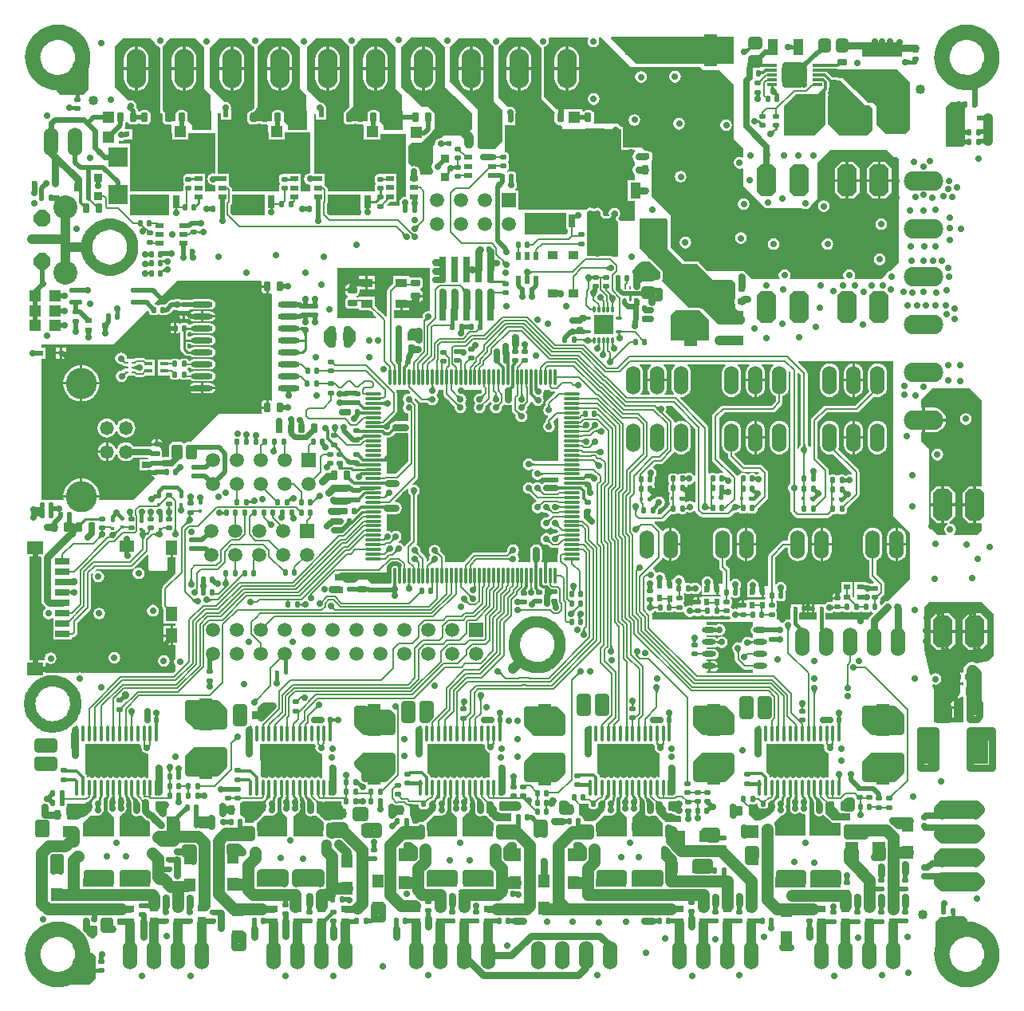
<source format=gtl>
G04 Layer_Physical_Order=1*
G04 Layer_Color=255*
%FSLAX25Y25*%
%MOIN*%
G70*
G01*
G75*
%ADD10C,0.04500*%
%ADD11C,0.06496*%
G04:AMPARAMS|DCode=12|XSize=46mil|YSize=63mil|CornerRadius=11.5mil|HoleSize=0mil|Usage=FLASHONLY|Rotation=180.000|XOffset=0mil|YOffset=0mil|HoleType=Round|Shape=RoundedRectangle|*
%AMROUNDEDRECTD12*
21,1,0.04600,0.04000,0,0,180.0*
21,1,0.02300,0.06300,0,0,180.0*
1,1,0.02300,-0.01150,0.02000*
1,1,0.02300,0.01150,0.02000*
1,1,0.02300,0.01150,-0.02000*
1,1,0.02300,-0.01150,-0.02000*
%
%ADD12ROUNDEDRECTD12*%
%ADD13O,0.05709X0.02165*%
G04:AMPARAMS|DCode=14|XSize=22mil|YSize=24mil|CornerRadius=4.4mil|HoleSize=0mil|Usage=FLASHONLY|Rotation=0.000|XOffset=0mil|YOffset=0mil|HoleType=Round|Shape=RoundedRectangle|*
%AMROUNDEDRECTD14*
21,1,0.02200,0.01520,0,0,0.0*
21,1,0.01320,0.02400,0,0,0.0*
1,1,0.00880,0.00660,-0.00760*
1,1,0.00880,-0.00660,-0.00760*
1,1,0.00880,-0.00660,0.00760*
1,1,0.00880,0.00660,0.00760*
%
%ADD14ROUNDEDRECTD14*%
%ADD15R,0.03150X0.02165*%
G04:AMPARAMS|DCode=16|XSize=22mil|YSize=24mil|CornerRadius=4.4mil|HoleSize=0mil|Usage=FLASHONLY|Rotation=270.000|XOffset=0mil|YOffset=0mil|HoleType=Round|Shape=RoundedRectangle|*
%AMROUNDEDRECTD16*
21,1,0.02200,0.01520,0,0,270.0*
21,1,0.01320,0.02400,0,0,270.0*
1,1,0.00880,-0.00760,-0.00660*
1,1,0.00880,-0.00760,0.00660*
1,1,0.00880,0.00760,0.00660*
1,1,0.00880,0.00760,-0.00660*
%
%ADD16ROUNDEDRECTD16*%
G04:AMPARAMS|DCode=17|XSize=29.13mil|YSize=39.37mil|CornerRadius=5.83mil|HoleSize=0mil|Usage=FLASHONLY|Rotation=0.000|XOffset=0mil|YOffset=0mil|HoleType=Round|Shape=RoundedRectangle|*
%AMROUNDEDRECTD17*
21,1,0.02913,0.02772,0,0,0.0*
21,1,0.01748,0.03937,0,0,0.0*
1,1,0.01165,0.00874,-0.01386*
1,1,0.01165,-0.00874,-0.01386*
1,1,0.01165,-0.00874,0.01386*
1,1,0.01165,0.00874,0.01386*
%
%ADD17ROUNDEDRECTD17*%
%ADD18R,0.03465X0.02638*%
%ADD19R,0.02638X0.03465*%
%ADD20R,0.02000X0.02800*%
%ADD21O,0.01378X0.06693*%
%ADD22R,0.20551X0.12205*%
%ADD23R,0.05512X0.13386*%
%ADD24R,0.12992X0.03543*%
%ADD25R,0.08071X0.08071*%
%ADD26O,0.03150X0.01102*%
%ADD27O,0.01102X0.03150*%
%ADD28R,0.05905X0.04528*%
%ADD29R,0.06693X0.05512*%
%ADD30R,0.04528X0.05905*%
%ADD31R,0.05905X0.03150*%
%ADD32R,0.02400X0.02400*%
%ADD33R,0.01279X0.01063*%
%ADD34R,0.03543X0.01575*%
%ADD35R,0.03937X0.03543*%
%ADD36C,0.03937*%
%ADD37R,0.03600X0.03200*%
%ADD38R,0.02400X0.02400*%
%ADD39R,0.02362X0.03347*%
%ADD40R,0.03347X0.02362*%
%ADD41R,0.04331X0.06693*%
G04:AMPARAMS|DCode=42|XSize=52mil|YSize=60mil|CornerRadius=13mil|HoleSize=0mil|Usage=FLASHONLY|Rotation=270.000|XOffset=0mil|YOffset=0mil|HoleType=Round|Shape=RoundedRectangle|*
%AMROUNDEDRECTD42*
21,1,0.05200,0.03400,0,0,270.0*
21,1,0.02600,0.06000,0,0,270.0*
1,1,0.02600,-0.01700,-0.01300*
1,1,0.02600,-0.01700,0.01300*
1,1,0.02600,0.01700,0.01300*
1,1,0.02600,0.01700,-0.01300*
%
%ADD42ROUNDEDRECTD42*%
G04:AMPARAMS|DCode=43|XSize=40mil|YSize=40mil|CornerRadius=20mil|HoleSize=0mil|Usage=FLASHONLY|Rotation=270.000|XOffset=0mil|YOffset=0mil|HoleType=Round|Shape=RoundedRectangle|*
%AMROUNDEDRECTD43*
21,1,0.04000,0.00000,0,0,270.0*
21,1,0.00000,0.04000,0,0,270.0*
1,1,0.04000,0.00000,0.00000*
1,1,0.04000,0.00000,0.00000*
1,1,0.04000,0.00000,0.00000*
1,1,0.04000,0.00000,0.00000*
%
%ADD43ROUNDEDRECTD43*%
G04:AMPARAMS|DCode=44|XSize=40mil|YSize=40mil|CornerRadius=20mil|HoleSize=0mil|Usage=FLASHONLY|Rotation=0.000|XOffset=0mil|YOffset=0mil|HoleType=Round|Shape=RoundedRectangle|*
%AMROUNDEDRECTD44*
21,1,0.04000,0.00000,0,0,0.0*
21,1,0.00000,0.04000,0,0,0.0*
1,1,0.04000,0.00000,0.00000*
1,1,0.04000,0.00000,0.00000*
1,1,0.04000,0.00000,0.00000*
1,1,0.04000,0.00000,0.00000*
%
%ADD44ROUNDEDRECTD44*%
%ADD45R,0.12600X0.06300*%
%ADD46R,0.06300X0.12600*%
%ADD47R,0.02800X0.05600*%
%ADD48R,0.19700X0.17000*%
G04:AMPARAMS|DCode=49|XSize=29.13mil|YSize=39.37mil|CornerRadius=5.83mil|HoleSize=0mil|Usage=FLASHONLY|Rotation=90.000|XOffset=0mil|YOffset=0mil|HoleType=Round|Shape=RoundedRectangle|*
%AMROUNDEDRECTD49*
21,1,0.02913,0.02772,0,0,90.0*
21,1,0.01748,0.03937,0,0,90.0*
1,1,0.01165,0.01386,0.00874*
1,1,0.01165,0.01386,-0.00874*
1,1,0.01165,-0.01386,-0.00874*
1,1,0.01165,-0.01386,0.00874*
%
%ADD49ROUNDEDRECTD49*%
%ADD50O,0.09055X0.02362*%
%ADD51O,0.07087X0.01181*%
%ADD52O,0.01181X0.07087*%
G04:AMPARAMS|DCode=53|XSize=52mil|YSize=60mil|CornerRadius=13mil|HoleSize=0mil|Usage=FLASHONLY|Rotation=180.000|XOffset=0mil|YOffset=0mil|HoleType=Round|Shape=RoundedRectangle|*
%AMROUNDEDRECTD53*
21,1,0.05200,0.03400,0,0,180.0*
21,1,0.02600,0.06000,0,0,180.0*
1,1,0.02600,-0.01300,0.01700*
1,1,0.02600,0.01300,0.01700*
1,1,0.02600,0.01300,-0.01700*
1,1,0.02600,-0.01300,-0.01700*
%
%ADD53ROUNDEDRECTD53*%
%ADD54R,0.04016X0.01181*%
G04:AMPARAMS|DCode=55|XSize=105mil|YSize=105mil|CornerRadius=26.25mil|HoleSize=0mil|Usage=FLASHONLY|Rotation=0.000|XOffset=0mil|YOffset=0mil|HoleType=Round|Shape=RoundedRectangle|*
%AMROUNDEDRECTD55*
21,1,0.10500,0.05250,0,0,0.0*
21,1,0.05250,0.10500,0,0,0.0*
1,1,0.05250,0.02625,-0.02625*
1,1,0.05250,-0.02625,-0.02625*
1,1,0.05250,-0.02625,0.02625*
1,1,0.05250,0.02625,0.02625*
%
%ADD55ROUNDEDRECTD55*%
%ADD56R,0.01102X0.01575*%
%ADD57R,0.05512X0.01968*%
%ADD58R,0.16732X0.04646*%
%ADD59R,0.03543X0.12992*%
%ADD60R,0.02953X0.11024*%
%ADD61C,0.06000*%
%ADD62O,0.05905X0.02362*%
%ADD63R,0.06693X0.04331*%
%ADD64R,0.02800X0.02000*%
%ADD65R,0.01181X0.01575*%
%ADD66R,0.01575X0.01181*%
%ADD67R,0.05512X0.05118*%
%ADD68R,0.05118X0.05512*%
%ADD69R,0.04724X0.03543*%
%ADD70R,0.04800X0.04800*%
%ADD71R,0.04800X0.04800*%
%ADD72R,0.07900X0.07900*%
%ADD73R,0.07900X0.07900*%
%ADD74C,0.01300*%
%ADD75C,0.01200*%
%ADD76C,0.02300*%
%ADD77C,0.02000*%
%ADD78C,0.00800*%
%ADD79C,0.02400*%
%ADD80C,0.01500*%
%ADD81C,0.02800*%
%ADD82C,0.00700*%
%ADD83C,0.03000*%
%ADD84C,0.02500*%
%ADD85C,0.01000*%
%ADD86C,0.01600*%
%ADD87C,0.00600*%
%ADD88C,0.02900*%
%ADD89C,0.05000*%
%ADD90C,0.01400*%
%ADD91C,0.04000*%
%ADD92C,0.03500*%
%ADD93C,0.05500*%
%ADD94C,0.02200*%
%ADD95C,0.01700*%
%ADD96C,0.02700*%
%ADD97O,0.06000X0.12000*%
%ADD98C,0.05905*%
%ADD99R,0.05905X0.05905*%
%ADD100C,0.13050*%
%ADD101C,0.05800*%
%ADD102C,0.10000*%
%ADD103P,0.07577X8X292.5*%
%ADD104O,0.08250X0.16500*%
G04:AMPARAMS|DCode=105|XSize=133mil|YSize=83mil|CornerRadius=0mil|HoleSize=0mil|Usage=FLASHONLY|Rotation=90.000|XOffset=0mil|YOffset=0mil|HoleType=Round|Shape=Octagon|*
%AMOCTAGOND105*
4,1,8,0.02075,0.06650,-0.02075,0.06650,-0.04150,0.04575,-0.04150,-0.04575,-0.02075,-0.06650,0.02075,-0.06650,0.04150,-0.04575,0.04150,0.04575,0.02075,0.06650,0.0*
%
%ADD105OCTAGOND105*%

%ADD106O,0.12000X0.06000*%
%ADD107O,0.16500X0.08250*%
%ADD108C,0.02800*%
%ADD109C,0.02900*%
G36*
X396200Y251600D02*
X401200Y246600D01*
X401200Y216200D01*
Y210608D01*
X401007Y210528D01*
X399032D01*
Y202878D01*
Y195228D01*
X400700D01*
X401200Y194808D01*
Y192000D01*
X399300Y190100D01*
X389677D01*
X389525Y190600D01*
X389872Y190831D01*
X390402Y191625D01*
X390588Y192562D01*
X390402Y193498D01*
X389872Y194292D01*
X389078Y194822D01*
X388141Y195009D01*
X388084Y194997D01*
X387837Y195458D01*
X390182Y197803D01*
Y202278D01*
X385632D01*
Y195228D01*
X386912D01*
X387064Y194728D01*
X386411Y194292D01*
X385880Y193498D01*
X385694Y192562D01*
X385880Y191625D01*
X386411Y190831D01*
X386757Y190600D01*
X386605Y190100D01*
X383100D01*
X379200Y194000D01*
Y226200D01*
X375900Y229500D01*
X375900Y233079D01*
X376463D01*
Y238248D01*
Y243417D01*
X375900D01*
X375900Y246800D01*
X380700Y251600D01*
X396200Y251600D01*
D02*
G37*
G36*
X51860Y191232D02*
X51904Y191197D01*
X51959Y191166D01*
X52023Y191139D01*
X52098Y191116D01*
X52182Y191098D01*
X52276Y191083D01*
X52380Y191073D01*
X52618Y191065D01*
Y190265D01*
X52519Y190262D01*
X52429Y190255D01*
X52347Y190242D01*
X52274Y190225D01*
X52210Y190202D01*
X52154Y190174D01*
X52107Y190141D01*
X52069Y190103D01*
X52039Y190060D01*
X52018Y190013D01*
X51825Y191271D01*
X51860Y191232D01*
D02*
G37*
G36*
X224884Y189821D02*
X224795Y189727D01*
X224718Y189631D01*
X224651Y189535D01*
X224596Y189438D01*
X224551Y189340D01*
X224518Y189241D01*
X224496Y189141D01*
X224485Y189041D01*
X224484Y188939D01*
X224495Y188837D01*
X223334Y189999D01*
X223436Y189988D01*
X223538Y189988D01*
X223638Y189999D01*
X223738Y190021D01*
X223837Y190055D01*
X223935Y190099D01*
X224032Y190154D01*
X224128Y190221D01*
X224223Y190298D01*
X224318Y190387D01*
X224884Y189821D01*
D02*
G37*
G36*
X39992Y191099D02*
X39917Y191019D01*
X39845Y190929D01*
X39775Y190830D01*
X39707Y190722D01*
X39578Y190478D01*
X39517Y190342D01*
X39402Y190043D01*
X39348Y189879D01*
X38460Y191627D01*
X38597Y191587D01*
X38728Y191561D01*
X38856Y191549D01*
X38979Y191551D01*
X39097Y191568D01*
X39211Y191598D01*
X39320Y191642D01*
X39425Y191701D01*
X39525Y191773D01*
X39621Y191859D01*
X39992Y191099D01*
D02*
G37*
G36*
X64669Y192652D02*
X64688Y192530D01*
X64719Y192411D01*
X64763Y192297D01*
X64820Y192185D01*
X64889Y192078D01*
X64970Y191974D01*
X65065Y191874D01*
X65171Y191777D01*
X65291Y191684D01*
X63352Y191396D01*
X63449Y191530D01*
X63613Y191793D01*
X63679Y191921D01*
X63735Y192048D01*
X63781Y192172D01*
X63817Y192295D01*
X63842Y192417D01*
X63858Y192536D01*
X63863Y192653D01*
X64663Y192778D01*
X64669Y192652D01*
D02*
G37*
G36*
X22691Y192084D02*
X22597Y191981D01*
X22518Y191879D01*
X22455Y191777D01*
X22407Y191674D01*
X22376Y191572D01*
X22360Y191471D01*
X22359Y191369D01*
X22375Y191267D01*
X22407Y191165D01*
X22454Y191063D01*
X20620Y191660D01*
X20713Y191709D01*
X20813Y191770D01*
X21035Y191926D01*
X21157Y192023D01*
X21567Y192383D01*
X21875Y192682D01*
X22691Y192084D01*
D02*
G37*
G36*
X152449Y188175D02*
X152401Y188186D01*
X152350Y188187D01*
X152295Y188179D01*
X152237Y188161D01*
X152176Y188133D01*
X152111Y188096D01*
X152043Y188050D01*
X151972Y187994D01*
X151897Y187928D01*
X151818Y187853D01*
X151253Y188418D01*
X151328Y188497D01*
X151450Y188643D01*
X151496Y188711D01*
X151533Y188776D01*
X151561Y188838D01*
X151579Y188895D01*
X151587Y188950D01*
X151586Y189001D01*
X151575Y189049D01*
X152449Y188175D01*
D02*
G37*
G36*
X156475Y188106D02*
X156316Y188103D01*
X156165Y188091D01*
X156022Y188071D01*
X155886Y188041D01*
X155757Y188003D01*
X155637Y187956D01*
X155523Y187900D01*
X155418Y187836D01*
X155320Y187762D01*
X155229Y187680D01*
X154663Y188246D01*
X154746Y188336D01*
X154819Y188434D01*
X154884Y188540D01*
X154940Y188653D01*
X154987Y188774D01*
X155025Y188902D01*
X155054Y189038D01*
X155075Y189182D01*
X155086Y189333D01*
X155089Y189491D01*
X156475Y188106D01*
D02*
G37*
G36*
X220825Y188431D02*
X220837Y188280D01*
X220858Y188136D01*
X220887Y188000D01*
X220925Y187872D01*
X220972Y187751D01*
X221028Y187638D01*
X221092Y187532D01*
X221166Y187434D01*
X221248Y187344D01*
X220683Y186778D01*
X220592Y186860D01*
X220494Y186934D01*
X220388Y186998D01*
X220275Y187054D01*
X220154Y187101D01*
X220026Y187139D01*
X219890Y187169D01*
X219746Y187189D01*
X219595Y187201D01*
X219437Y187204D01*
X220823Y188590D01*
X220825Y188431D01*
D02*
G37*
G36*
X56513Y189520D02*
X56399Y189630D01*
X56284Y189729D01*
X56168Y189816D01*
X56051Y189891D01*
X55933Y189955D01*
X55814Y190007D01*
X55695Y190048D01*
X55575Y190077D01*
X55453Y190094D01*
X55331Y190100D01*
Y190900D01*
X55453Y190906D01*
X55575Y190923D01*
X55695Y190952D01*
X55814Y190993D01*
X55933Y191045D01*
X56051Y191109D01*
X56168Y191184D01*
X56284Y191271D01*
X56399Y191370D01*
X56513Y191480D01*
Y189520D01*
D02*
G37*
G36*
X33799Y189100D02*
X33640Y189097D01*
X33489Y189086D01*
X33345Y189065D01*
X33209Y189036D01*
X33081Y188998D01*
X32960Y188951D01*
X32847Y188895D01*
X32741Y188830D01*
X32643Y188757D01*
X32553Y188674D01*
X31987Y189240D01*
X32069Y189331D01*
X32143Y189429D01*
X32208Y189534D01*
X32263Y189648D01*
X32310Y189769D01*
X32348Y189897D01*
X32378Y190033D01*
X32398Y190176D01*
X32410Y190327D01*
X32413Y190486D01*
X33799Y189100D01*
D02*
G37*
G36*
X51559Y189339D02*
X51460Y189224D01*
X51373Y189108D01*
X51298Y188991D01*
X51234Y188873D01*
X51182Y188755D01*
X51141Y188635D01*
X51112Y188515D01*
X51095Y188393D01*
X51089Y188271D01*
X50289D01*
X50283Y188393D01*
X50266Y188515D01*
X50237Y188635D01*
X50196Y188755D01*
X50144Y188873D01*
X50080Y188991D01*
X50005Y189108D01*
X49918Y189224D01*
X49819Y189339D01*
X49709Y189453D01*
X51669D01*
X51559Y189339D01*
D02*
G37*
G36*
X62656Y198751D02*
X62563Y198627D01*
X62480Y198504D01*
X62409Y198382D01*
X62348Y198260D01*
X62299Y198138D01*
X62261Y198017D01*
X62233Y197896D01*
X62217Y197775D01*
X62211Y197655D01*
X61411Y197596D01*
X61405Y197720D01*
X61387Y197842D01*
X61357Y197961D01*
X61314Y198079D01*
X61260Y198194D01*
X61193Y198307D01*
X61114Y198418D01*
X61023Y198526D01*
X60920Y198633D01*
X60805Y198737D01*
X62761Y198875D01*
X62656Y198751D01*
D02*
G37*
G36*
X54809Y198600D02*
X54711Y198486D01*
X54624Y198370D01*
X54548Y198253D01*
X54485Y198135D01*
X54432Y198016D01*
X54392Y197897D01*
X54363Y197776D01*
X54345Y197655D01*
X54340Y197533D01*
X53540D01*
X53534Y197655D01*
X53516Y197776D01*
X53487Y197897D01*
X53447Y198016D01*
X53395Y198135D01*
X53331Y198253D01*
X53255Y198370D01*
X53168Y198486D01*
X53070Y198600D01*
X52960Y198715D01*
X54920D01*
X54809Y198600D01*
D02*
G37*
G36*
X46423Y199046D02*
X46247Y198471D01*
X46218Y198342D01*
X46180Y198101D01*
X46171Y197989D01*
X46168Y197883D01*
X45368Y197487D01*
X45361Y197618D01*
X45341Y197739D01*
X45309Y197852D01*
X45263Y197956D01*
X45203Y198051D01*
X45131Y198138D01*
X45046Y198215D01*
X44947Y198284D01*
X44835Y198344D01*
X44710Y198395D01*
X46483Y199204D01*
X46423Y199046D01*
D02*
G37*
G36*
X257674Y200987D02*
X257576Y200870D01*
X257490Y200753D01*
X257416Y200635D01*
X257352Y200517D01*
X257301Y200397D01*
X257260Y200277D01*
X257232Y200157D01*
X257214Y200036D01*
X257209Y199914D01*
X256409Y199903D01*
X256403Y200025D01*
X256385Y200147D01*
X256356Y200267D01*
X256315Y200386D01*
X256262Y200504D01*
X256198Y200621D01*
X256122Y200737D01*
X256034Y200851D01*
X255935Y200965D01*
X255824Y201077D01*
X257783Y201103D01*
X257674Y200987D01*
D02*
G37*
G36*
X83914Y200270D02*
X84029Y200171D01*
X84145Y200084D01*
X84262Y200009D01*
X84380Y199945D01*
X84498Y199893D01*
X84618Y199852D01*
X84738Y199823D01*
X84859Y199806D01*
X84982Y199800D01*
Y199000D01*
X84859Y198994D01*
X84738Y198977D01*
X84618Y198948D01*
X84498Y198907D01*
X84380Y198855D01*
X84262Y198791D01*
X84145Y198716D01*
X84029Y198629D01*
X83914Y198530D01*
X83800Y198420D01*
Y200380D01*
X83914Y200270D01*
D02*
G37*
G36*
X109500Y199412D02*
X109503Y199289D01*
X109514Y199165D01*
X109530Y199040D01*
X109585Y198789D01*
X109622Y198663D01*
X109717Y198408D01*
X109774Y198281D01*
X109839Y198152D01*
X108112Y198812D01*
X108224Y198859D01*
X108324Y198914D01*
X108412Y198975D01*
X108488Y199043D01*
X108553Y199118D01*
X108606Y199201D01*
X108647Y199290D01*
X108677Y199386D01*
X108694Y199490D01*
X108700Y199600D01*
X109500Y199412D01*
D02*
G37*
G36*
X103152Y196126D02*
X103250Y196053D01*
X103356Y195988D01*
X103469Y195932D01*
X103589Y195885D01*
X103718Y195847D01*
X103854Y195818D01*
X103997Y195797D01*
X104148Y195786D01*
X104307Y195783D01*
X102921Y194397D01*
X102918Y194556D01*
X102907Y194707D01*
X102886Y194850D01*
X102857Y194986D01*
X102819Y195115D01*
X102772Y195235D01*
X102716Y195349D01*
X102651Y195454D01*
X102578Y195552D01*
X102496Y195643D01*
X103061Y196209D01*
X103152Y196126D01*
D02*
G37*
G36*
X224515Y194905D02*
X224527Y194754D01*
X224547Y194610D01*
X224576Y194474D01*
X224614Y194346D01*
X224661Y194225D01*
X224717Y194112D01*
X224782Y194006D01*
X224855Y193908D01*
X224938Y193818D01*
X224372Y193252D01*
X224282Y193334D01*
X224183Y193408D01*
X224078Y193473D01*
X223965Y193528D01*
X223844Y193575D01*
X223715Y193613D01*
X223579Y193643D01*
X223436Y193663D01*
X223285Y193675D01*
X223126Y193678D01*
X224512Y195063D01*
X224515Y194905D01*
D02*
G37*
G36*
X258626Y193860D02*
X258543Y193769D01*
X258470Y193671D01*
X258405Y193565D01*
X258349Y193452D01*
X258302Y193332D01*
X258264Y193203D01*
X258235Y193067D01*
X258214Y192924D01*
X258203Y192773D01*
X258200Y192614D01*
X256814Y194000D01*
X256973Y194003D01*
X257124Y194014D01*
X257267Y194035D01*
X257403Y194064D01*
X257531Y194102D01*
X257652Y194149D01*
X257766Y194205D01*
X257871Y194270D01*
X257969Y194343D01*
X258060Y194425D01*
X258626Y193860D01*
D02*
G37*
G36*
X70706Y198459D02*
X70723Y198338D01*
X70752Y198218D01*
X70793Y198098D01*
X70845Y197979D01*
X70909Y197862D01*
X70984Y197745D01*
X71071Y197629D01*
X71170Y197514D01*
X71280Y197400D01*
X69320D01*
X69430Y197514D01*
X69529Y197629D01*
X69616Y197745D01*
X69691Y197862D01*
X69755Y197979D01*
X69807Y198098D01*
X69848Y198218D01*
X69877Y198338D01*
X69894Y198459D01*
X69900Y198582D01*
X70700D01*
X70706Y198459D01*
D02*
G37*
G36*
X221246Y196359D02*
X221164Y196268D01*
X221090Y196170D01*
X221026Y196065D01*
X220970Y195951D01*
X220923Y195831D01*
X220885Y195702D01*
X220855Y195566D01*
X220835Y195423D01*
X220823Y195272D01*
X220821Y195113D01*
X219435Y196499D01*
X219593Y196502D01*
X219744Y196513D01*
X219888Y196534D01*
X220024Y196563D01*
X220152Y196601D01*
X220273Y196648D01*
X220386Y196704D01*
X220492Y196769D01*
X220590Y196842D01*
X220680Y196924D01*
X221246Y196359D01*
D02*
G37*
G36*
X70286Y195000D02*
X70127Y194997D01*
X69976Y194986D01*
X69833Y194965D01*
X69697Y194936D01*
X69569Y194898D01*
X69448Y194851D01*
X69335Y194795D01*
X69229Y194730D01*
X69131Y194657D01*
X69040Y194574D01*
X68475Y195140D01*
X68557Y195231D01*
X68630Y195329D01*
X68695Y195434D01*
X68751Y195548D01*
X68798Y195668D01*
X68836Y195797D01*
X68865Y195933D01*
X68886Y196076D01*
X68897Y196227D01*
X68900Y196386D01*
X70286Y195000D01*
D02*
G37*
G36*
X275708Y169734D02*
X275604Y169612D01*
X275512Y169491D01*
X275432Y169368D01*
X275364Y169246D01*
X275309Y169123D01*
X275266Y168999D01*
X275235Y168875D01*
X275216Y168751D01*
X275210Y168626D01*
X274410D01*
X274404Y168751D01*
X274386Y168875D01*
X274355Y168999D01*
X274312Y169123D01*
X274256Y169246D01*
X274189Y169368D01*
X274109Y169491D01*
X274017Y169612D01*
X273912Y169734D01*
X273795Y169854D01*
X275825D01*
X275708Y169734D01*
D02*
G37*
G36*
X287636Y169433D02*
X287597Y169371D01*
X287563Y169297D01*
X287533Y169212D01*
X287508Y169115D01*
X287487Y169007D01*
X287471Y168888D01*
X287452Y168615D01*
X287450Y168461D01*
X285950D01*
X285948Y168615D01*
X285913Y169007D01*
X285893Y169115D01*
X285867Y169212D01*
X285837Y169297D01*
X285803Y169371D01*
X285764Y169433D01*
X285720Y169484D01*
X287680D01*
X287636Y169433D01*
D02*
G37*
G36*
X299323Y168523D02*
X299276Y168473D01*
X299235Y168411D01*
X299198Y168338D01*
X299167Y168253D01*
X299140Y168157D01*
X299118Y168050D01*
X299101Y167931D01*
X299081Y167658D01*
X299079Y167505D01*
X297579Y167569D01*
X297577Y167724D01*
X297545Y168117D01*
X297525Y168225D01*
X297502Y168322D01*
X297474Y168407D01*
X297441Y168481D01*
X297405Y168543D01*
X297364Y168594D01*
X299323Y168523D01*
D02*
G37*
G36*
X71312Y171721D02*
X71330Y171600D01*
X71359Y171479D01*
X71399Y171360D01*
X71451Y171241D01*
X71515Y171123D01*
X71591Y171007D01*
X71678Y170891D01*
X71776Y170775D01*
X71886Y170661D01*
X69927D01*
X70037Y170775D01*
X70135Y170891D01*
X70222Y171007D01*
X70298Y171123D01*
X70362Y171241D01*
X70414Y171360D01*
X70454Y171479D01*
X70483Y171600D01*
X70501Y171721D01*
X70507Y171843D01*
X71307D01*
X71312Y171721D01*
D02*
G37*
G36*
X162355Y169773D02*
X162373Y169652D01*
X162402Y169531D01*
X162442Y169412D01*
X162495Y169293D01*
X162558Y169175D01*
X162634Y169059D01*
X162721Y168943D01*
X162819Y168828D01*
X162929Y168713D01*
X160969D01*
X161080Y168828D01*
X161178Y168943D01*
X161265Y169059D01*
X161341Y169175D01*
X161405Y169293D01*
X161457Y169412D01*
X161497Y169531D01*
X161526Y169652D01*
X161544Y169773D01*
X161549Y169895D01*
X162349D01*
X162355Y169773D01*
D02*
G37*
G36*
X156623Y169620D02*
X156635Y169484D01*
X156654Y169355D01*
X156681Y169234D01*
X156715Y169120D01*
X156756Y169013D01*
X156806Y168913D01*
X156863Y168821D01*
X156928Y168735D01*
X157000Y168657D01*
X155040D01*
X155112Y168735D01*
X155176Y168821D01*
X155234Y168913D01*
X155283Y169013D01*
X155325Y169120D01*
X155359Y169234D01*
X155385Y169355D01*
X155404Y169484D01*
X155416Y169620D01*
X155420Y169762D01*
X156620D01*
X156623Y169620D01*
D02*
G37*
G36*
X354452Y168869D02*
X354511Y168844D01*
X354582Y168822D01*
X354665Y168803D01*
X354760Y168787D01*
X354987Y168764D01*
X355262Y168752D01*
X355418Y168750D01*
X355732Y167250D01*
X355579Y167248D01*
X355309Y167225D01*
X355192Y167205D01*
X355087Y167179D01*
X354994Y167148D01*
X354912Y167111D01*
X354843Y167069D01*
X354786Y167020D01*
X354741Y166966D01*
X354405Y168897D01*
X354452Y168869D01*
D02*
G37*
G36*
X280600Y166920D02*
X280549Y166964D01*
X280487Y167003D01*
X280414Y167037D01*
X280328Y167067D01*
X280232Y167093D01*
X280124Y167113D01*
X280005Y167129D01*
X279731Y167148D01*
X279578Y167150D01*
Y168650D01*
X279731Y168652D01*
X280124Y168687D01*
X280232Y168708D01*
X280328Y168733D01*
X280414Y168763D01*
X280487Y168797D01*
X280549Y168836D01*
X280600Y168880D01*
Y166920D01*
D02*
G37*
G36*
X231631Y167645D02*
X231533Y167530D01*
X231446Y167414D01*
X231370Y167297D01*
X231307Y167179D01*
X231254Y167061D01*
X231214Y166941D01*
X231185Y166821D01*
X231167Y166699D01*
X231162Y166577D01*
X230362D01*
X230356Y166699D01*
X230338Y166821D01*
X230309Y166941D01*
X230269Y167061D01*
X230217Y167179D01*
X230153Y167297D01*
X230077Y167414D01*
X229990Y167530D01*
X229892Y167645D01*
X229782Y167759D01*
X231742D01*
X231631Y167645D01*
D02*
G37*
G36*
X189884Y168714D02*
X189886Y168594D01*
X189915Y168229D01*
X189932Y168106D01*
X190007Y167731D01*
X190039Y167604D01*
X190076Y167477D01*
X188442Y168444D01*
X188564Y168477D01*
X188673Y168521D01*
X188770Y168576D01*
X188853Y168642D01*
X188924Y168719D01*
X188981Y168808D01*
X189026Y168907D01*
X189059Y169017D01*
X189078Y169138D01*
X189084Y169271D01*
X189884Y168714D01*
D02*
G37*
G36*
X353180Y169099D02*
X352221Y167456D01*
X352201Y167512D01*
X352166Y167562D01*
X352115Y167606D01*
X352050Y167644D01*
X351970Y167677D01*
X351876Y167703D01*
X351766Y167724D01*
X351642Y167738D01*
X351502Y167747D01*
X351348Y167750D01*
X351559Y169250D01*
X353180Y169099D01*
D02*
G37*
G36*
X213512Y168106D02*
X213530Y167984D01*
X213560Y167865D01*
X213601Y167746D01*
X213655Y167629D01*
X213720Y167514D01*
X213798Y167401D01*
X213887Y167289D01*
X213988Y167179D01*
X214101Y167070D01*
X212143Y166993D01*
X212250Y167112D01*
X212346Y167232D01*
X212430Y167352D01*
X212504Y167472D01*
X212565Y167593D01*
X212616Y167713D01*
X212656Y167833D01*
X212684Y167954D01*
X212701Y168075D01*
X212706Y168196D01*
X213506Y168229D01*
X213512Y168106D01*
D02*
G37*
G36*
X205239Y182387D02*
X205089Y182405D01*
X204945Y182412D01*
X204807Y182407D01*
X204676Y182391D01*
X204551Y182363D01*
X204432Y182325D01*
X204320Y182274D01*
X204214Y182213D01*
X204115Y182140D01*
X204021Y182055D01*
X203541Y182707D01*
X203621Y182794D01*
X203695Y182889D01*
X203762Y182993D01*
X203824Y183105D01*
X203879Y183226D01*
X203929Y183355D01*
X203972Y183493D01*
X204010Y183639D01*
X204067Y183957D01*
X205239Y182387D01*
D02*
G37*
G36*
X165703Y183627D02*
X165714Y183476D01*
X165735Y183333D01*
X165764Y183197D01*
X165802Y183069D01*
X165849Y182948D01*
X165905Y182834D01*
X165970Y182729D01*
X166043Y182631D01*
X166126Y182540D01*
X165560Y181974D01*
X165469Y182057D01*
X165371Y182130D01*
X165266Y182195D01*
X165152Y182251D01*
X165032Y182298D01*
X164903Y182336D01*
X164767Y182365D01*
X164624Y182386D01*
X164473Y182397D01*
X164314Y182400D01*
X165700Y183786D01*
X165703Y183627D01*
D02*
G37*
G36*
X174101Y183579D02*
X174113Y183428D01*
X174133Y183285D01*
X174162Y183149D01*
X174200Y183020D01*
X174248Y182900D01*
X174303Y182787D01*
X174368Y182681D01*
X174442Y182583D01*
X174524Y182492D01*
X173958Y181927D01*
X173868Y182009D01*
X173769Y182082D01*
X173664Y182147D01*
X173551Y182203D01*
X173430Y182250D01*
X173301Y182288D01*
X173166Y182317D01*
X173022Y182338D01*
X172871Y182349D01*
X172712Y182352D01*
X174098Y183738D01*
X174101Y183579D01*
D02*
G37*
G36*
X161599Y209184D02*
X161516Y208768D01*
X161702Y207831D01*
X162233Y207037D01*
X162551Y206825D01*
Y188032D01*
X160669Y186150D01*
X160360Y185687D01*
X160330Y185539D01*
X160037Y185473D01*
X159810Y185486D01*
X159317Y186223D01*
X158523Y186754D01*
X157805Y186897D01*
X157699Y187428D01*
X158219Y187775D01*
X158750Y188569D01*
X158936Y189506D01*
X158750Y190442D01*
X158219Y191236D01*
X157425Y191766D01*
X156489Y191953D01*
X155552Y191766D01*
X155083Y191453D01*
X154699Y191264D01*
X154301Y191451D01*
X153836Y191761D01*
X152900Y191947D01*
X152524Y192256D01*
Y198593D01*
X152817Y198835D01*
X156460D01*
X157436Y199029D01*
X158263Y199581D01*
X158288Y199607D01*
X158841Y200434D01*
X159035Y201409D01*
X158841Y202384D01*
X158288Y203211D01*
X157461Y203764D01*
X156486Y203958D01*
X156357Y203932D01*
X156293D01*
X156102Y204394D01*
X161138Y209430D01*
X161599Y209184D01*
D02*
G37*
G36*
X153886Y183100D02*
X153727Y183097D01*
X153576Y183086D01*
X153433Y183065D01*
X153297Y183036D01*
X153168Y182998D01*
X153048Y182951D01*
X152935Y182895D01*
X152829Y182830D01*
X152731Y182757D01*
X152640Y182675D01*
X152075Y183240D01*
X152157Y183331D01*
X152230Y183429D01*
X152295Y183535D01*
X152351Y183648D01*
X152398Y183768D01*
X152436Y183897D01*
X152465Y184033D01*
X152486Y184176D01*
X152497Y184327D01*
X152500Y184486D01*
X153886Y183100D01*
D02*
G37*
G36*
X157573Y183093D02*
X157414Y183090D01*
X157263Y183079D01*
X157120Y183058D01*
X156984Y183029D01*
X156855Y182991D01*
X156735Y182944D01*
X156621Y182888D01*
X156516Y182823D01*
X156418Y182750D01*
X156327Y182668D01*
X155761Y183233D01*
X155844Y183324D01*
X155917Y183422D01*
X155982Y183528D01*
X156038Y183641D01*
X156085Y183762D01*
X156123Y183890D01*
X156152Y184026D01*
X156173Y184169D01*
X156184Y184320D01*
X156187Y184479D01*
X157573Y183093D01*
D02*
G37*
G36*
X216059Y179102D02*
X215986Y179024D01*
X215921Y178939D01*
X215863Y178848D01*
X215813Y178748D01*
X215771Y178642D01*
X215736Y178528D01*
X215709Y178407D01*
X215690Y178279D01*
X215679Y178143D01*
X215675Y178000D01*
X214475Y178015D01*
X214471Y178158D01*
X214460Y178293D01*
X214441Y178422D01*
X214415Y178543D01*
X214381Y178658D01*
X214340Y178765D01*
X214291Y178865D01*
X214234Y178958D01*
X214171Y179044D01*
X214099Y179123D01*
X216059Y179102D01*
D02*
G37*
G36*
X257858Y175356D02*
X257818Y175365D01*
X257774Y175366D01*
X257726Y175357D01*
X257675Y175339D01*
X257619Y175312D01*
X257560Y175276D01*
X257496Y175231D01*
X257429Y175177D01*
X257283Y175041D01*
X256717Y175607D01*
X256790Y175682D01*
X256907Y175821D01*
X256952Y175884D01*
X256988Y175943D01*
X257015Y175999D01*
X257033Y176051D01*
X257041Y176099D01*
X257041Y176142D01*
X257031Y176182D01*
X257858Y175356D01*
D02*
G37*
G36*
X85800Y172023D02*
X85817Y171902D01*
X85846Y171782D01*
X85887Y171662D01*
X85939Y171544D01*
X86003Y171426D01*
X86079Y171310D01*
X86166Y171194D01*
X86265Y171080D01*
X86375Y170966D01*
X84416Y170958D01*
X84525Y171073D01*
X84624Y171189D01*
X84711Y171305D01*
X84786Y171422D01*
X84849Y171540D01*
X84901Y171659D01*
X84942Y171779D01*
X84971Y171899D01*
X84988Y172020D01*
X84994Y172143D01*
X85794Y172146D01*
X85800Y172023D01*
D02*
G37*
G36*
X204458Y179132D02*
X204347Y179243D01*
X204234Y179343D01*
X204120Y179432D01*
X204006Y179508D01*
X203889Y179573D01*
X203771Y179626D01*
X203653Y179667D01*
X203532Y179696D01*
X203411Y179714D01*
X203288Y179720D01*
X203306Y180520D01*
X203428Y180526D01*
X203549Y180543D01*
X203670Y180571D01*
X203790Y180611D01*
X203909Y180663D01*
X204028Y180726D01*
X204147Y180800D01*
X204265Y180886D01*
X204383Y180983D01*
X204500Y181091D01*
X204458Y179132D01*
D02*
G37*
G36*
X165692Y179885D02*
X165700Y179791D01*
X165718Y179696D01*
X165747Y179601D01*
X165787Y179506D01*
X165837Y179410D01*
X165898Y179313D01*
X165970Y179216D01*
X166052Y179119D01*
X166145Y179021D01*
X165579Y178455D01*
X165492Y178536D01*
X165405Y178606D01*
X165317Y178665D01*
X165229Y178712D01*
X165142Y178749D01*
X165053Y178773D01*
X164965Y178786D01*
X164877Y178788D01*
X164788Y178779D01*
X164699Y178758D01*
X165695Y179979D01*
X165692Y179885D01*
D02*
G37*
G36*
X172687Y178687D02*
X172529Y178684D01*
X172378Y178672D01*
X172234Y178652D01*
X172098Y178622D01*
X171970Y178584D01*
X171849Y178537D01*
X171736Y178481D01*
X171630Y178417D01*
X171532Y178343D01*
X171442Y178261D01*
X170876Y178827D01*
X170958Y178917D01*
X171032Y179015D01*
X171096Y179121D01*
X171152Y179234D01*
X171199Y179355D01*
X171237Y179483D01*
X171266Y179619D01*
X171287Y179763D01*
X171299Y179914D01*
X171301Y180072D01*
X172687Y178687D01*
D02*
G37*
G36*
X220815Y201723D02*
X220827Y201572D01*
X220847Y201428D01*
X220876Y201292D01*
X220915Y201164D01*
X220962Y201043D01*
X221017Y200930D01*
X221082Y200824D01*
X221156Y200726D01*
X221238Y200636D01*
X220672Y200070D01*
X220582Y200152D01*
X220483Y200226D01*
X220378Y200290D01*
X220265Y200346D01*
X220144Y200393D01*
X220016Y200431D01*
X219880Y200461D01*
X219736Y200481D01*
X219585Y200493D01*
X219426Y200496D01*
X220812Y201882D01*
X220815Y201723D01*
D02*
G37*
G36*
X239676Y227875D02*
X239518Y227872D01*
X239367Y227860D01*
X239223Y227840D01*
X239087Y227811D01*
X238959Y227772D01*
X238838Y227725D01*
X238725Y227670D01*
X238619Y227605D01*
X238521Y227532D01*
X238431Y227449D01*
X237865Y228015D01*
X237947Y228105D01*
X238021Y228203D01*
X238085Y228309D01*
X238141Y228422D01*
X238188Y228543D01*
X238226Y228672D01*
X238256Y228807D01*
X238276Y228951D01*
X238288Y229102D01*
X238291Y229261D01*
X239676Y227875D01*
D02*
G37*
G36*
X325725Y257195D02*
Y227839D01*
X325445Y227652D01*
X324914Y226858D01*
X324805Y226307D01*
X324305Y226356D01*
Y257962D01*
X324767Y258153D01*
X325725Y257195D01*
D02*
G37*
G36*
X106167Y227104D02*
X106170Y227000D01*
X106181Y226890D01*
X106222Y226649D01*
X106252Y226519D01*
X106334Y226240D01*
X106443Y225934D01*
X106508Y225771D01*
X104709Y226546D01*
X104834Y226601D01*
X104946Y226664D01*
X105044Y226736D01*
X105130Y226816D01*
X105202Y226904D01*
X105262Y227001D01*
X105308Y227106D01*
X105341Y227219D01*
X105360Y227341D01*
X105367Y227471D01*
X106167Y227104D01*
D02*
G37*
G36*
X94789Y231066D02*
X94691Y230951D01*
X94604Y230835D01*
X94528Y230718D01*
X94464Y230601D01*
X94412Y230482D01*
X94372Y230363D01*
X94343Y230242D01*
X94325Y230121D01*
X94319Y229998D01*
X93520D01*
X93514Y230121D01*
X93496Y230242D01*
X93467Y230363D01*
X93427Y230482D01*
X93375Y230601D01*
X93311Y230718D01*
X93235Y230835D01*
X93148Y230951D01*
X93050Y231066D01*
X92940Y231180D01*
X94899D01*
X94789Y231066D01*
D02*
G37*
G36*
X98789Y230701D02*
X98692Y230584D01*
X98606Y230466D01*
X98531Y230348D01*
X98468Y230229D01*
X98417Y230110D01*
X98377Y229990D01*
X98348Y229869D01*
X98331Y229748D01*
X98325Y229626D01*
X97525Y229611D01*
X97519Y229734D01*
X97502Y229855D01*
X97472Y229976D01*
X97431Y230095D01*
X97378Y230212D01*
X97314Y230329D01*
X97238Y230444D01*
X97149Y230558D01*
X97050Y230671D01*
X96938Y230783D01*
X98898Y230818D01*
X98789Y230701D01*
D02*
G37*
G36*
X235015Y228449D02*
X234921Y228568D01*
X234822Y228674D01*
X234721Y228768D01*
X234616Y228849D01*
X234507Y228918D01*
X234395Y228974D01*
X234280Y229018D01*
X234161Y229049D01*
X234039Y229068D01*
X233914Y229074D01*
X234028Y229874D01*
X234146Y229879D01*
X234265Y229895D01*
X234386Y229921D01*
X234509Y229957D01*
X234633Y230003D01*
X234759Y230060D01*
X234887Y230128D01*
X235016Y230205D01*
X235279Y230391D01*
X235015Y228449D01*
D02*
G37*
G36*
X240131Y220943D02*
X240229Y220870D01*
X240335Y220805D01*
X240448Y220749D01*
X240568Y220702D01*
X240697Y220664D01*
X240833Y220635D01*
X240976Y220614D01*
X241127Y220603D01*
X241286Y220600D01*
X239900Y219214D01*
X239897Y219373D01*
X239886Y219524D01*
X239865Y219667D01*
X239836Y219803D01*
X239798Y219932D01*
X239751Y220052D01*
X239695Y220165D01*
X239630Y220271D01*
X239557Y220369D01*
X239475Y220460D01*
X240040Y221025D01*
X240131Y220943D01*
D02*
G37*
G36*
X129263Y219809D02*
X129190Y219729D01*
X129128Y219650D01*
X129078Y219570D01*
X129041Y219490D01*
X129015Y219410D01*
X129001Y219329D01*
X128999Y219249D01*
X129008Y219167D01*
X129030Y219086D01*
X129063Y219005D01*
X127693Y219796D01*
X127786Y219808D01*
X127880Y219830D01*
X127976Y219862D01*
X128073Y219904D01*
X128172Y219955D01*
X128272Y220017D01*
X128373Y220089D01*
X128476Y220170D01*
X128686Y220363D01*
X129263Y219809D01*
D02*
G37*
G36*
X213221Y220529D02*
X213324Y220424D01*
X213430Y220332D01*
X213539Y220252D01*
X213650Y220185D01*
X213764Y220130D01*
X213880Y220087D01*
X214000Y220056D01*
X214122Y220038D01*
X214246Y220031D01*
X214167Y219232D01*
X214047Y219226D01*
X213927Y219210D01*
X213806Y219183D01*
X213684Y219145D01*
X213561Y219097D01*
X213438Y219038D01*
X213313Y218968D01*
X213188Y218887D01*
X213061Y218796D01*
X212934Y218694D01*
X213120Y220645D01*
X213221Y220529D01*
D02*
G37*
G36*
X240858Y223866D02*
X240750Y223979D01*
X240640Y224080D01*
X240529Y224170D01*
X240416Y224248D01*
X240301Y224313D01*
X240184Y224367D01*
X240066Y224409D01*
X239946Y224439D01*
X239825Y224457D01*
X239701Y224463D01*
X239739Y225262D01*
X239860Y225268D01*
X239980Y225285D01*
X240101Y225313D01*
X240222Y225352D01*
X240343Y225403D01*
X240463Y225465D01*
X240584Y225537D01*
X240704Y225622D01*
X240825Y225717D01*
X240945Y225824D01*
X240858Y223866D01*
D02*
G37*
G36*
X281632Y234600D02*
Y215095D01*
X281132Y214944D01*
X280740Y215531D01*
X279946Y216061D01*
X279010Y216247D01*
X278073Y216061D01*
X277617Y215756D01*
X277438Y215876D01*
X276876Y215988D01*
X275556D01*
X274994Y215876D01*
X274518Y215558D01*
X274125D01*
X273648Y215876D01*
X273086Y215988D01*
X271766D01*
X271204Y215876D01*
X270728Y215558D01*
X270410Y215082D01*
X270298Y214520D01*
Y213000D01*
X270410Y212438D01*
X270666Y212054D01*
X270709Y211761D01*
X270674Y211408D01*
X270426Y211037D01*
X270315Y210476D01*
Y208956D01*
X270426Y208394D01*
X270745Y207917D01*
X270926Y207796D01*
Y207284D01*
X270541D01*
Y203709D01*
X270926D01*
Y203126D01*
X270707Y202979D01*
X270389Y202503D01*
X270277Y201941D01*
Y201825D01*
X267152Y198700D01*
X266093D01*
X265826Y199200D01*
X265879Y199281D01*
X265991Y199843D01*
Y200787D01*
X266550Y201346D01*
X267391Y201514D01*
X268185Y202044D01*
X268715Y202838D01*
X268902Y203774D01*
X268715Y204711D01*
X268185Y205505D01*
X267391Y206035D01*
X266455Y206221D01*
X265518Y206035D01*
X264724Y205505D01*
X264581Y205291D01*
X264082Y205443D01*
Y206904D01*
X264010D01*
X263933Y207138D01*
X263927Y207404D01*
X264337Y207678D01*
X264655Y208154D01*
X264767Y208716D01*
Y208976D01*
X262639D01*
Y209976D01*
X264767D01*
Y210236D01*
X264655Y210798D01*
X264399Y211181D01*
X264345Y211747D01*
X264359Y211756D01*
X264677Y212232D01*
X264789Y212794D01*
Y214314D01*
X264758Y214468D01*
X265220Y215158D01*
X265406Y216095D01*
X265220Y217031D01*
X264689Y217825D01*
X264120Y218205D01*
X264011Y218803D01*
X265058Y219850D01*
X267261D01*
X267261Y219850D01*
X267807Y219958D01*
X268270Y220268D01*
X272409Y224407D01*
X272409Y224407D01*
X272562Y224636D01*
X272636Y224693D01*
X273128Y224787D01*
X273208Y224770D01*
X273683Y224406D01*
X274656Y224003D01*
X275700Y223866D01*
X276744Y224003D01*
X277717Y224406D01*
X278553Y225047D01*
X279194Y225883D01*
X279597Y226856D01*
X279734Y227900D01*
Y233900D01*
X279597Y234944D01*
X279194Y235917D01*
X278553Y236753D01*
X277717Y237394D01*
X276744Y237797D01*
X275700Y237934D01*
X274656Y237797D01*
X273683Y237394D01*
X273327Y237121D01*
X272827Y237368D01*
Y237400D01*
X272827Y237400D01*
X272719Y237946D01*
X272409Y238409D01*
X272409Y238409D01*
X269170Y241649D01*
X269449Y242066D01*
X269635Y243003D01*
X269482Y243773D01*
X269782Y244273D01*
X271960D01*
X281632Y234600D01*
D02*
G37*
G36*
X327558Y227987D02*
X327576Y227866D01*
X327605Y227745D01*
X327646Y227626D01*
X327699Y227508D01*
X327763Y227392D01*
X327839Y227276D01*
X327927Y227162D01*
X328027Y227049D01*
X328139Y226937D01*
X327143Y225921D01*
X328139Y224906D01*
X328027Y224794D01*
X327927Y224681D01*
X327839Y224567D01*
X327763Y224451D01*
X327699Y224335D01*
X327646Y224217D01*
X327605Y224098D01*
X327576Y223977D01*
X327558Y223856D01*
X327552Y223733D01*
X326752Y223747D01*
X326747Y223869D01*
X326729Y223990D01*
X326701Y224110D01*
X326660Y224230D01*
X326609Y224350D01*
X326546Y224468D01*
X326471Y224587D01*
X326385Y224704D01*
X326288Y224821D01*
X326179Y224938D01*
X327143Y225921D01*
X326179Y226905D01*
X326288Y227022D01*
X326385Y227138D01*
X326471Y227256D01*
X326546Y227374D01*
X326609Y227493D01*
X326660Y227613D01*
X326701Y227732D01*
X326729Y227853D01*
X326747Y227974D01*
X326752Y228096D01*
X327552Y228110D01*
X327558Y227987D01*
D02*
G37*
G36*
X207756Y241637D02*
X207854Y241563D01*
X207959Y241498D01*
X208073Y241443D01*
X208193Y241396D01*
X208322Y241357D01*
X208458Y241328D01*
X208601Y241308D01*
X208752Y241296D01*
X208911Y241293D01*
X207525Y239907D01*
X207522Y240066D01*
X207511Y240217D01*
X207490Y240361D01*
X207461Y240497D01*
X207423Y240625D01*
X207376Y240746D01*
X207320Y240859D01*
X207255Y240965D01*
X207182Y241063D01*
X207099Y241153D01*
X207665Y241719D01*
X207756Y241637D01*
D02*
G37*
G36*
X220906Y237559D02*
X220923Y237438D01*
X220952Y237318D01*
X220993Y237198D01*
X221045Y237080D01*
X221109Y236962D01*
X221184Y236845D01*
X221271Y236729D01*
X221370Y236614D01*
X221480Y236500D01*
X219520D01*
X219630Y236614D01*
X219729Y236729D01*
X219816Y236845D01*
X219891Y236962D01*
X219955Y237080D01*
X220007Y237198D01*
X220048Y237318D01*
X220077Y237438D01*
X220094Y237559D01*
X220100Y237682D01*
X220900D01*
X220906Y237559D01*
D02*
G37*
G36*
X235745Y234806D02*
X235623Y234839D01*
X235258Y234917D01*
X235136Y234936D01*
X234770Y234973D01*
X234647Y234978D01*
X234525Y234980D01*
X233940Y235780D01*
X234073Y235786D01*
X234194Y235805D01*
X234304Y235837D01*
X234402Y235882D01*
X234490Y235939D01*
X234565Y236009D01*
X234630Y236092D01*
X234683Y236188D01*
X234725Y236296D01*
X234755Y236418D01*
X235745Y234806D01*
D02*
G37*
G36*
X193265Y244642D02*
X193183Y244551D01*
X193110Y244453D01*
X193045Y244348D01*
X192989Y244234D01*
X192942Y244114D01*
X192904Y243985D01*
X192875Y243849D01*
X192854Y243706D01*
X192843Y243555D01*
X192840Y243396D01*
X191454Y244782D01*
X191613Y244785D01*
X191764Y244796D01*
X191907Y244817D01*
X192043Y244846D01*
X192171Y244884D01*
X192292Y244931D01*
X192405Y244987D01*
X192511Y245052D01*
X192609Y245125D01*
X192700Y245208D01*
X193265Y244642D01*
D02*
G37*
G36*
X220899Y244439D02*
X220916Y244318D01*
X220945Y244198D01*
X220986Y244078D01*
X221038Y243959D01*
X221102Y243842D01*
X221177Y243725D01*
X221264Y243609D01*
X221363Y243494D01*
X221473Y243380D01*
X219513D01*
X219623Y243494D01*
X219722Y243609D01*
X219809Y243725D01*
X219884Y243842D01*
X219948Y243959D01*
X220000Y244078D01*
X220041Y244198D01*
X220070Y244318D01*
X220087Y244439D01*
X220093Y244562D01*
X220893D01*
X220899Y244439D01*
D02*
G37*
G36*
X265382Y243992D02*
X265480Y243918D01*
X265576Y243863D01*
X265670Y243826D01*
X265763Y243808D01*
X265853Y243807D01*
X265941Y243825D01*
X266028Y243862D01*
X266112Y243916D01*
X266195Y243989D01*
X266342Y242156D01*
X268175Y242009D01*
X268102Y241927D01*
X268047Y241842D01*
X268011Y241756D01*
X267993Y241668D01*
X267993Y241577D01*
X268012Y241485D01*
X268049Y241391D01*
X268104Y241295D01*
X268177Y241196D01*
X268269Y241096D01*
X266954Y241280D01*
X266365Y241871D01*
X266342Y242156D01*
X266056Y242179D01*
X265466Y242769D01*
X265282Y244084D01*
X265382Y243992D01*
D02*
G37*
G36*
X131996Y233961D02*
X131795Y233717D01*
X131713Y233596D01*
X131644Y233476D01*
X131587Y233357D01*
X131543Y233238D01*
X131511Y233121D01*
X131492Y233004D01*
X131486Y232888D01*
X130786D01*
X130780Y233004D01*
X130761Y233121D01*
X130729Y233238D01*
X130685Y233357D01*
X130629Y233476D01*
X130559Y233596D01*
X130477Y233717D01*
X130383Y233838D01*
X130276Y233961D01*
X130156Y234084D01*
X132116D01*
X131996Y233961D01*
D02*
G37*
G36*
X161516Y232646D02*
Y220791D01*
X156436Y215711D01*
X152524D01*
Y220983D01*
X152482Y220986D01*
X152049Y220998D01*
X151746Y221000D01*
X150896Y222200D01*
X151042Y222204D01*
X151176Y222218D01*
X151296Y222240D01*
X151404Y222272D01*
X151499Y222312D01*
X151581Y222362D01*
X151650Y222421D01*
X151707Y222488D01*
X151750Y222565D01*
X151780Y222650D01*
X152524Y221269D01*
Y231021D01*
X153837D01*
X154462Y231146D01*
X154991Y231499D01*
X156296Y232804D01*
X156498Y232764D01*
X160176D01*
X161016Y232931D01*
X161516Y232646D01*
D02*
G37*
G36*
X241205Y232653D02*
X241090Y232764D01*
X240975Y232862D01*
X240859Y232949D01*
X240742Y233025D01*
X240625Y233088D01*
X240506Y233141D01*
X240387Y233181D01*
X240266Y233210D01*
X240145Y233228D01*
X240023Y233233D01*
Y234033D01*
X240145Y234039D01*
X240266Y234057D01*
X240387Y234086D01*
X240506Y234126D01*
X240625Y234178D01*
X240742Y234242D01*
X240859Y234318D01*
X240975Y234405D01*
X241090Y234503D01*
X241205Y234613D01*
Y232653D01*
D02*
G37*
G36*
X151798Y234400D02*
X151720Y234472D01*
X151634Y234536D01*
X151542Y234593D01*
X151442Y234643D01*
X151335Y234684D01*
X151221Y234719D01*
X151100Y234745D01*
X150971Y234764D01*
X150836Y234776D01*
X150693Y234780D01*
Y235980D01*
X150836Y235983D01*
X150971Y235995D01*
X151100Y236014D01*
X151221Y236040D01*
X151335Y236074D01*
X151442Y236116D01*
X151542Y236166D01*
X151634Y236223D01*
X151720Y236287D01*
X151798Y236360D01*
Y234400D01*
D02*
G37*
G36*
X239703Y234734D02*
X239544Y234731D01*
X239393Y234719D01*
X239250Y234699D01*
X239114Y234669D01*
X238985Y234631D01*
X238865Y234584D01*
X238751Y234529D01*
X238646Y234464D01*
X238548Y234390D01*
X238457Y234308D01*
X237891Y234874D01*
X237974Y234964D01*
X238047Y235062D01*
X238112Y235168D01*
X238168Y235281D01*
X238215Y235402D01*
X238253Y235530D01*
X238282Y235666D01*
X238302Y235810D01*
X238314Y235961D01*
X238317Y236120D01*
X239703Y234734D01*
D02*
G37*
G36*
X156484Y233913D02*
X156377Y233909D01*
X156271Y233894D01*
X156166Y233869D01*
X156060Y233834D01*
X155955Y233787D01*
X155850Y233731D01*
X155746Y233664D01*
X155641Y233587D01*
X155537Y233499D01*
X155434Y233400D01*
X154585Y234249D01*
X154683Y234353D01*
X154771Y234457D01*
X154849Y234561D01*
X154916Y234665D01*
X154972Y234770D01*
X155018Y234876D01*
X155054Y234981D01*
X155079Y235087D01*
X155094Y235193D01*
X155098Y235299D01*
X156484Y233913D01*
D02*
G37*
G36*
X286052Y204017D02*
X286069Y203896D01*
X286098Y203776D01*
X286139Y203656D01*
X286191Y203537D01*
X286255Y203420D01*
X286330Y203303D01*
X286417Y203187D01*
X286516Y203072D01*
X286626Y202958D01*
X284666D01*
X284776Y203072D01*
X284875Y203187D01*
X284962Y203303D01*
X285037Y203420D01*
X285101Y203537D01*
X285153Y203656D01*
X285194Y203776D01*
X285223Y203896D01*
X285240Y204017D01*
X285246Y204139D01*
X286046D01*
X286052Y204017D01*
D02*
G37*
G36*
X266441Y202374D02*
X266374Y202369D01*
X266302Y202353D01*
X266226Y202325D01*
X266144Y202286D01*
X266058Y202236D01*
X265967Y202174D01*
X265872Y202101D01*
X265665Y201921D01*
X265555Y201814D01*
X264494Y202875D01*
X264601Y202985D01*
X264855Y203287D01*
X264916Y203378D01*
X264967Y203464D01*
X265006Y203545D01*
X265033Y203622D01*
X265050Y203694D01*
X265055Y203760D01*
X266441Y202374D01*
D02*
G37*
G36*
X67040Y202602D02*
X67059Y202480D01*
X67090Y202361D01*
X67134Y202246D01*
X67191Y202135D01*
X67260Y202027D01*
X67341Y201923D01*
X67435Y201822D01*
X67542Y201725D01*
X67661Y201631D01*
X65721Y201351D01*
X65819Y201485D01*
X65983Y201747D01*
X66049Y201875D01*
X66106Y202001D01*
X66152Y202126D01*
X66188Y202249D01*
X66213Y202370D01*
X66229Y202489D01*
X66234Y202607D01*
X67034Y202728D01*
X67040Y202602D01*
D02*
G37*
G36*
X112657Y204279D02*
X112560Y204348D01*
X112463Y204399D01*
X112365Y204432D01*
X112267Y204448D01*
X112169Y204446D01*
X112071Y204427D01*
X111972Y204390D01*
X111874Y204335D01*
X111775Y204262D01*
X111676Y204172D01*
X111265Y204892D01*
X111428Y205057D01*
X112291Y206033D01*
X112344Y206112D01*
X112657Y204279D01*
D02*
G37*
G36*
X75551Y204866D02*
X75536Y204830D01*
X75524Y204778D01*
X75512Y204712D01*
X75495Y204532D01*
X75485Y204290D01*
X75481Y203987D01*
X73981D01*
X73980Y204146D01*
X73939Y204778D01*
X73926Y204830D01*
X73911Y204866D01*
X73895Y204886D01*
X75568D01*
X75551Y204866D01*
D02*
G37*
G36*
X96688Y203177D02*
X96530Y203249D01*
X96088Y203418D01*
X95952Y203459D01*
X95698Y203519D01*
X95580Y203538D01*
X95467Y203549D01*
X95361Y203553D01*
X95041Y204353D01*
X95171Y204360D01*
X95292Y204379D01*
X95407Y204412D01*
X95514Y204458D01*
X95613Y204518D01*
X95705Y204590D01*
X95789Y204676D01*
X95866Y204774D01*
X95935Y204886D01*
X95997Y205011D01*
X96688Y203177D01*
D02*
G37*
G36*
X62118Y201863D02*
X62136Y201741D01*
X62165Y201621D01*
X62205Y201501D01*
X62258Y201383D01*
X62321Y201265D01*
X62397Y201148D01*
X62484Y201032D01*
X62582Y200917D01*
X62693Y200803D01*
X60733D01*
X60843Y200917D01*
X60941Y201032D01*
X61028Y201148D01*
X61104Y201265D01*
X61168Y201383D01*
X61220Y201501D01*
X61260Y201621D01*
X61289Y201741D01*
X61307Y201863D01*
X61313Y201985D01*
X62113D01*
X62118Y201863D01*
D02*
G37*
G36*
X286972Y202446D02*
X287046Y202335D01*
X287127Y202236D01*
X287215Y202151D01*
X287309Y202079D01*
X287411Y202020D01*
X287519Y201974D01*
X287634Y201941D01*
X287756Y201921D01*
X287885Y201915D01*
X287603Y201115D01*
X287494Y201111D01*
X287380Y201099D01*
X287261Y201079D01*
X287137Y201050D01*
X286873Y200970D01*
X286733Y200917D01*
X286439Y200788D01*
X286284Y200712D01*
X286904Y202571D01*
X286972Y202446D01*
D02*
G37*
G36*
X298293Y200570D02*
X298135Y200567D01*
X297984Y200556D01*
X297840Y200535D01*
X297704Y200506D01*
X297576Y200468D01*
X297455Y200421D01*
X297342Y200365D01*
X297236Y200300D01*
X297138Y200227D01*
X297047Y200144D01*
X296482Y200710D01*
X296564Y200801D01*
X296638Y200899D01*
X296702Y201004D01*
X296758Y201118D01*
X296805Y201238D01*
X296843Y201367D01*
X296872Y201503D01*
X296893Y201646D01*
X296904Y201797D01*
X296907Y201956D01*
X298293Y200570D01*
D02*
G37*
G36*
X299436Y202820D02*
X299549Y202720D01*
X299663Y202632D01*
X299778Y202556D01*
X299895Y202491D01*
X300013Y202439D01*
X300132Y202398D01*
X300252Y202368D01*
X300373Y202351D01*
X300496Y202345D01*
X300481Y201545D01*
X300359Y201539D01*
X300238Y201522D01*
X300118Y201493D01*
X299998Y201453D01*
X299878Y201402D01*
X299759Y201339D01*
X299641Y201264D01*
X299523Y201178D01*
X299406Y201081D01*
X299289Y200972D01*
X299324Y202932D01*
X299436Y202820D01*
D02*
G37*
G36*
X224216Y202783D02*
X224332Y202685D01*
X224448Y202598D01*
X224566Y202523D01*
X224684Y202459D01*
X224803Y202407D01*
X224922Y202367D01*
X225043Y202338D01*
X225164Y202321D01*
X225286Y202315D01*
X225291Y201515D01*
X225168Y201509D01*
X225047Y201492D01*
X224927Y201463D01*
X224807Y201422D01*
X224689Y201369D01*
X224571Y201305D01*
X224455Y201230D01*
X224340Y201142D01*
X224225Y201043D01*
X224112Y200933D01*
X224101Y202893D01*
X224216Y202783D01*
D02*
G37*
G36*
X151533Y200857D02*
X151488Y200944D01*
X151432Y201022D01*
X151364Y201090D01*
X151286Y201150D01*
X151196Y201200D01*
X151095Y201242D01*
X150983Y201274D01*
X150860Y201297D01*
X150726Y201310D01*
X150581Y201315D01*
X151112Y202515D01*
X151258Y202517D01*
X151650Y202542D01*
X151766Y202558D01*
X151976Y202599D01*
X152069Y202625D01*
X152155Y202654D01*
X152234Y202687D01*
X151533Y200857D01*
D02*
G37*
G36*
X345086Y212211D02*
X345037Y212260D01*
X344976Y212303D01*
X344903Y212341D01*
X344819Y212374D01*
X344724Y212403D01*
X344617Y212425D01*
X344498Y212443D01*
X344226Y212464D01*
X344073Y212466D01*
X344193Y213966D01*
X344347Y213968D01*
X344741Y213998D01*
X344849Y214016D01*
X344946Y214038D01*
X345031Y214065D01*
X345105Y214095D01*
X345167Y214129D01*
X345218Y214167D01*
X345086Y212211D01*
D02*
G37*
G36*
X281632Y212505D02*
Y203852D01*
X281132Y203736D01*
X280377Y204241D01*
X279441Y204427D01*
X278504Y204241D01*
X277765Y203747D01*
X277521Y203810D01*
X277265Y203944D01*
Y204996D01*
X275675D01*
Y205996D01*
X277265D01*
X277265Y207157D01*
X277370Y207431D01*
X277540Y207670D01*
X277911Y207917D01*
X278229Y208394D01*
X278341Y208956D01*
Y209216D01*
X276213D01*
Y210216D01*
X278341D01*
Y210476D01*
X278229Y211037D01*
X278560Y211443D01*
X279010Y211353D01*
X279946Y211540D01*
X280740Y212070D01*
X281132Y212657D01*
X281632Y212505D01*
D02*
G37*
G36*
X152334Y210776D02*
X152257Y210849D01*
X152171Y210914D01*
X152079Y210971D01*
X151979Y211020D01*
X151873Y211062D01*
X151759Y211097D01*
X151637Y211123D01*
X151509Y211142D01*
X151373Y211154D01*
X151230Y211157D01*
X151234Y212357D01*
X151377Y212361D01*
X151512Y212373D01*
X151641Y212392D01*
X151762Y212418D01*
X151876Y212452D01*
X151983Y212494D01*
X152083Y212543D01*
X152176Y212600D01*
X152261Y212664D01*
X152340Y212736D01*
X152334Y210776D01*
D02*
G37*
G36*
X331878Y215843D02*
X331839Y215781D01*
X331805Y215707D01*
X331775Y215622D01*
X331750Y215526D01*
X331729Y215418D01*
X331713Y215299D01*
X331694Y215025D01*
X331692Y214872D01*
X330192D01*
X330190Y215025D01*
X330155Y215418D01*
X330135Y215526D01*
X330109Y215622D01*
X330079Y215707D01*
X330045Y215781D01*
X330006Y215843D01*
X329962Y215894D01*
X331922D01*
X331878Y215843D01*
D02*
G37*
G36*
X216902Y216586D02*
X217011Y216484D01*
X217121Y216394D01*
X217233Y216316D01*
X217348Y216250D01*
X217464Y216196D01*
X217582Y216154D01*
X217702Y216124D01*
X217823Y216106D01*
X217947Y216100D01*
X217902Y215300D01*
X217782Y215294D01*
X217661Y215278D01*
X217540Y215250D01*
X217419Y215211D01*
X217298Y215161D01*
X217177Y215099D01*
X217056Y215027D01*
X216934Y214943D01*
X216813Y214849D01*
X216691Y214743D01*
X216796Y216700D01*
X216902Y216586D01*
D02*
G37*
G36*
X263829Y214981D02*
X263730Y214866D01*
X263643Y214750D01*
X263568Y214633D01*
X263504Y214515D01*
X263452Y214397D01*
X263411Y214277D01*
X263382Y214157D01*
X263365Y214035D01*
X263359Y213913D01*
X262559D01*
X262553Y214035D01*
X262536Y214157D01*
X262507Y214277D01*
X262466Y214397D01*
X262414Y214515D01*
X262350Y214633D01*
X262275Y214750D01*
X262188Y214866D01*
X262089Y214981D01*
X261979Y215095D01*
X263939D01*
X263829Y214981D01*
D02*
G37*
G36*
X164845Y207663D02*
X164747Y207546D01*
X164660Y207429D01*
X164585Y207312D01*
X164522Y207193D01*
X164470Y207074D01*
X164430Y206954D01*
X164401Y206834D01*
X164384Y206712D01*
X164378Y206591D01*
X163578Y206581D01*
X163573Y206704D01*
X163555Y206825D01*
X163526Y206946D01*
X163485Y207065D01*
X163432Y207183D01*
X163368Y207300D01*
X163292Y207416D01*
X163204Y207531D01*
X163105Y207644D01*
X162994Y207757D01*
X164954Y207778D01*
X164845Y207663D01*
D02*
G37*
G36*
X153506Y206293D02*
X153347Y206291D01*
X153196Y206279D01*
X153052Y206258D01*
X152916Y206229D01*
X152788Y206191D01*
X152667Y206144D01*
X152554Y206088D01*
X152448Y206024D01*
X152350Y205950D01*
X152260Y205868D01*
X151694Y206433D01*
X151776Y206524D01*
X151850Y206622D01*
X151914Y206728D01*
X151970Y206841D01*
X152017Y206962D01*
X152055Y207090D01*
X152085Y207226D01*
X152105Y207369D01*
X152117Y207521D01*
X152120Y207679D01*
X153506Y206293D01*
D02*
G37*
G36*
X124591Y205255D02*
X124433Y205252D01*
X124282Y205240D01*
X124138Y205220D01*
X124002Y205190D01*
X123874Y205152D01*
X123753Y205105D01*
X123640Y205049D01*
X123534Y204985D01*
X123436Y204911D01*
X123346Y204829D01*
X122780Y205395D01*
X122862Y205485D01*
X122936Y205583D01*
X123000Y205689D01*
X123056Y205802D01*
X123103Y205923D01*
X123141Y206051D01*
X123171Y206187D01*
X123191Y206331D01*
X123203Y206482D01*
X123205Y206640D01*
X124591Y205255D01*
D02*
G37*
G36*
X224221Y210706D02*
X224305Y210639D01*
X224396Y210581D01*
X224494Y210530D01*
X224600Y210487D01*
X224713Y210452D01*
X224834Y210424D01*
X224962Y210405D01*
X225098Y210393D01*
X225241Y210389D01*
Y210389D01*
X225241D01*
X225223Y209818D01*
X225203Y209189D01*
X225203D01*
Y209189D01*
X225060Y209185D01*
X224925Y209174D01*
X224796Y209156D01*
X224674Y209130D01*
X224559Y209097D01*
X224451Y209056D01*
X224350Y209009D01*
X224256Y208953D01*
X224169Y208891D01*
X224101Y208831D01*
X224090Y208821D01*
D01*
X224090Y208821D01*
X224119Y209848D01*
X224145Y210780D01*
X224221Y210706D01*
D02*
G37*
G36*
X217122Y209666D02*
X217134Y209514D01*
X217154Y209371D01*
X217183Y209235D01*
X217222Y209107D01*
X217269Y208986D01*
X217324Y208873D01*
X217389Y208767D01*
X217462Y208669D01*
X217545Y208578D01*
X216979Y208013D01*
X216889Y208095D01*
X216791Y208169D01*
X216685Y208233D01*
X216572Y208289D01*
X216451Y208336D01*
X216322Y208374D01*
X216186Y208403D01*
X216043Y208424D01*
X215892Y208436D01*
X215733Y208438D01*
X217119Y209824D01*
X217122Y209666D01*
D02*
G37*
G36*
X213402Y209524D02*
X213401Y209377D01*
X213410Y209237D01*
X213430Y209104D01*
X213461Y208978D01*
X213502Y208858D01*
X213554Y208746D01*
X213617Y208640D01*
X213690Y208540D01*
X213774Y208448D01*
X213149Y207941D01*
X213061Y208021D01*
X212965Y208095D01*
X212860Y208162D01*
X212748Y208221D01*
X212627Y208274D01*
X212497Y208320D01*
X212360Y208359D01*
X212214Y208391D01*
X212060Y208416D01*
X211898Y208435D01*
X213414Y209677D01*
X213402Y209524D01*
D02*
G37*
G36*
X141911Y86653D02*
X142213Y86400D01*
X142304Y86338D01*
X142390Y86288D01*
X142471Y86249D01*
X142548Y86221D01*
X142619Y86205D01*
X142686Y86200D01*
X141300Y84814D01*
X141295Y84881D01*
X141279Y84952D01*
X141251Y85029D01*
X141212Y85110D01*
X141162Y85196D01*
X141100Y85287D01*
X141027Y85383D01*
X140847Y85589D01*
X140740Y85699D01*
X141800Y86760D01*
X141911Y86653D01*
D02*
G37*
G36*
X210997Y80469D02*
X211168Y80318D01*
X211189Y80304D01*
X211206Y80296D01*
X211219Y80292D01*
X211227Y80295D01*
X211106Y80110D01*
X211249Y78349D01*
X213080Y78200D01*
X213007Y78118D01*
X212952Y78035D01*
X212916Y77949D01*
X212898Y77861D01*
X212898Y77771D01*
X212917Y77679D01*
X212954Y77585D01*
X213009Y77489D01*
X213083Y77391D01*
X213175Y77291D01*
X211829Y77505D01*
X211272Y78071D01*
X211249Y78349D01*
X210971Y78372D01*
X210405Y78930D01*
X210191Y80275D01*
X210291Y80183D01*
X210389Y80109D01*
X210485Y80054D01*
X210487Y80053D01*
X210950Y80516D01*
X210997Y80469D01*
D02*
G37*
G36*
X38318Y80011D02*
X38269Y79965D01*
X36917Y79538D01*
X37611Y80718D01*
X38318Y80011D01*
D02*
G37*
G36*
X62870Y92056D02*
X62771Y91941D01*
X62684Y91825D01*
X62609Y91708D01*
X62545Y91591D01*
X62493Y91472D01*
X62452Y91353D01*
X62423Y91232D01*
X62406Y91111D01*
X62400Y90989D01*
X61600D01*
X61594Y91111D01*
X61577Y91232D01*
X61548Y91353D01*
X61507Y91472D01*
X61455Y91591D01*
X61391Y91708D01*
X61316Y91825D01*
X61229Y91941D01*
X61130Y92056D01*
X61020Y92171D01*
X62980D01*
X62870Y92056D01*
D02*
G37*
G36*
X342723Y89047D02*
X342627Y88957D01*
X342542Y88862D01*
X342467Y88762D01*
X342402Y88657D01*
X342347Y88547D01*
X342302Y88432D01*
X342267Y88313D01*
X342242Y88188D01*
X342227Y88059D01*
X342222Y87925D01*
X341222Y87985D01*
X341217Y88118D01*
X341203Y88247D01*
X341181Y88372D01*
X341149Y88495D01*
X341108Y88614D01*
X341057Y88729D01*
X340998Y88841D01*
X340930Y88950D01*
X340852Y89055D01*
X340766Y89157D01*
X342723Y89047D01*
D02*
G37*
G36*
X136792Y88926D02*
X136679Y88816D01*
X136579Y88705D01*
X136490Y88592D01*
X136413Y88478D01*
X136348Y88362D01*
X136295Y88245D01*
X136253Y88127D01*
X136224Y88007D01*
X136206Y87885D01*
X136200Y87762D01*
X135400Y87788D01*
X135394Y87909D01*
X135377Y88030D01*
X135349Y88151D01*
X135309Y88271D01*
X135258Y88392D01*
X135196Y88511D01*
X135122Y88631D01*
X135037Y88750D01*
X134941Y88869D01*
X134833Y88987D01*
X136792Y88926D01*
D02*
G37*
G36*
X111442Y80589D02*
X111446Y80459D01*
X111457Y80330D01*
X111476Y80204D01*
X111502Y80079D01*
X111535Y79956D01*
X111576Y79835D01*
X111624Y79715D01*
X111680Y79597D01*
X111743Y79481D01*
X111814Y79367D01*
X109899Y79787D01*
X110003Y79858D01*
X110095Y79937D01*
X110176Y80023D01*
X110247Y80116D01*
X110307Y80216D01*
X110355Y80324D01*
X110394Y80438D01*
X110421Y80560D01*
X110437Y80689D01*
X110442Y80825D01*
X111442Y80589D01*
D02*
G37*
G36*
X104000Y80679D02*
X103963Y80493D01*
Y80463D01*
X103785Y80285D01*
X103664Y80261D01*
X102870Y79730D01*
X102339Y78936D01*
X102153Y78000D01*
X102339Y77064D01*
X102355Y77041D01*
X102050Y75050D01*
X100300Y73300D01*
X97972Y70972D01*
X97304D01*
Y70304D01*
X96725Y69725D01*
X96100Y69849D01*
X93498D01*
Y71060D01*
X93387Y71622D01*
X93068Y72098D01*
X92592Y72416D01*
X92142Y72506D01*
X92000Y72700D01*
X91400Y73300D01*
Y77500D01*
Y78169D01*
X91622Y78214D01*
X92098Y78532D01*
X92266Y78783D01*
X100210D01*
X100210Y78783D01*
X100756Y78891D01*
X101220Y79201D01*
X101924Y79905D01*
X101924Y79905D01*
X102109Y80183D01*
X102233Y80368D01*
X102342Y80914D01*
Y81118D01*
X102505Y81363D01*
X102516Y81416D01*
X102800Y81700D01*
X104000D01*
Y80679D01*
D02*
G37*
G36*
X41529Y80701D02*
X41546Y80573D01*
X41574Y80454D01*
X41613Y80345D01*
X41664Y80246D01*
X41725Y80157D01*
X41798Y80077D01*
X41881Y80008D01*
X41976Y79948D01*
X42082Y79897D01*
X40837Y78527D01*
X40270Y79152D01*
X40318Y79271D01*
X40399Y79511D01*
X40432Y79633D01*
X40483Y79880D01*
X40501Y80005D01*
X40521Y80257D01*
X40524Y80385D01*
X41524Y80840D01*
X41529Y80701D01*
D02*
G37*
G36*
X324100Y80589D02*
X324104Y80459D01*
X324115Y80330D01*
X324133Y80204D01*
X324159Y80079D01*
X324193Y79956D01*
X324234Y79835D01*
X324282Y79715D01*
X324338Y79597D01*
X324401Y79481D01*
X324471Y79367D01*
X322557Y79787D01*
X322660Y79858D01*
X322752Y79937D01*
X322834Y80023D01*
X322904Y80116D01*
X322964Y80216D01*
X323013Y80324D01*
X323051Y80438D01*
X323078Y80560D01*
X323095Y80689D01*
X323100Y80825D01*
X324100Y80589D01*
D02*
G37*
G36*
X253214D02*
X253218Y80459D01*
X253229Y80330D01*
X253248Y80204D01*
X253274Y80079D01*
X253307Y79956D01*
X253348Y79835D01*
X253396Y79715D01*
X253452Y79597D01*
X253515Y79481D01*
X253586Y79367D01*
X251671Y79787D01*
X251774Y79858D01*
X251867Y79937D01*
X251948Y80023D01*
X252019Y80116D01*
X252078Y80216D01*
X252127Y80324D01*
X252165Y80438D01*
X252192Y80560D01*
X252209Y80689D01*
X252214Y80825D01*
X253214Y80589D01*
D02*
G37*
G36*
X182354D02*
X182358Y80459D01*
X182369Y80330D01*
X182388Y80204D01*
X182414Y80079D01*
X182447Y79956D01*
X182488Y79835D01*
X182536Y79715D01*
X182592Y79597D01*
X182655Y79481D01*
X182726Y79367D01*
X180811Y79787D01*
X180914Y79858D01*
X181007Y79937D01*
X181088Y80023D01*
X181159Y80116D01*
X181219Y80216D01*
X181267Y80324D01*
X181305Y80438D01*
X181333Y80560D01*
X181349Y80689D01*
X181354Y80825D01*
X182354Y80589D01*
D02*
G37*
G36*
X262500Y102872D02*
X263159Y102741D01*
X263818Y102872D01*
X264354Y102684D01*
X264399Y102457D01*
X264684Y102030D01*
X264547Y101341D01*
X264734Y100405D01*
X265264Y99611D01*
X266058Y99080D01*
X266772Y98938D01*
Y89220D01*
X266272Y88949D01*
X265718Y89059D01*
X265059Y88928D01*
X264568Y88600D01*
X264309D01*
X263818Y88928D01*
X263159Y89059D01*
X262500Y88928D01*
X262009Y88600D01*
X261749D01*
X261259Y88928D01*
X260599Y89059D01*
X259941Y88928D01*
X259450Y88600D01*
X259190D01*
X258699Y88928D01*
X258040Y89059D01*
X257382Y88928D01*
X256891Y88600D01*
X256631D01*
X256140Y88928D01*
X255481Y89059D01*
X254822Y88928D01*
X254332Y88600D01*
X254072D01*
X253581Y88928D01*
X252922Y89059D01*
X252263Y88928D01*
X251772Y88600D01*
X251513D01*
X251022Y88928D01*
X250363Y89059D01*
X249704Y88928D01*
X249214Y88600D01*
X248954D01*
X248463Y88928D01*
X247804Y89059D01*
X247145Y88928D01*
X246654Y88600D01*
X246395D01*
X245904Y88928D01*
X245245Y89059D01*
X244586Y88928D01*
X244095Y88600D01*
X243836D01*
X243345Y88928D01*
X242686Y89059D01*
X242255Y88973D01*
X242027Y88928D01*
X241715Y89321D01*
X241681Y89488D01*
X241317Y90034D01*
X241317Y90034D01*
X240672Y90679D01*
Y102849D01*
X240786Y102872D01*
X240978Y103000D01*
X241836D01*
X242027Y102872D01*
X242686Y102741D01*
X243345Y102872D01*
X243537Y103000D01*
X244395D01*
X244586Y102872D01*
X245245Y102741D01*
X245904Y102872D01*
X246096Y103000D01*
X246954D01*
X247145Y102872D01*
X247804Y102741D01*
X248463Y102872D01*
X248655Y103000D01*
X249513D01*
X249704Y102872D01*
X250363Y102741D01*
X251022Y102872D01*
X251214Y103000D01*
X252072D01*
X252263Y102872D01*
X252922Y102741D01*
X253581Y102872D01*
X253773Y103000D01*
X254631D01*
X254822Y102872D01*
X255481Y102741D01*
X256140Y102872D01*
X256332Y103000D01*
X257190D01*
X257382Y102872D01*
X258040Y102741D01*
X258699Y102872D01*
X258891Y103000D01*
X259749D01*
X259941Y102872D01*
X260599Y102741D01*
X261259Y102872D01*
X261450Y103000D01*
X262308D01*
X262500Y102872D01*
D02*
G37*
G36*
X191640D02*
X192299Y102741D01*
X192958Y102872D01*
X193494Y102684D01*
X193539Y102457D01*
X193840Y102007D01*
X193728Y101441D01*
X193914Y100505D01*
X194444Y99711D01*
X195238Y99180D01*
X195812Y99066D01*
Y89286D01*
X195312Y88969D01*
X194858Y89059D01*
X194199Y88928D01*
X193708Y88600D01*
X193449D01*
X192958Y88928D01*
X192299Y89059D01*
X191640Y88928D01*
X191149Y88600D01*
X190890D01*
X190399Y88928D01*
X189740Y89059D01*
X189081Y88928D01*
X188590Y88600D01*
X188330D01*
X187840Y88928D01*
X187181Y89059D01*
X186522Y88928D01*
X186031Y88600D01*
X185771D01*
X185281Y88928D01*
X184622Y89059D01*
X183963Y88928D01*
X183472Y88600D01*
X183212D01*
X182721Y88928D01*
X182062Y89059D01*
X181404Y88928D01*
X180913Y88600D01*
X180653D01*
X180162Y88928D01*
X179503Y89059D01*
X178844Y88928D01*
X178354Y88600D01*
X178094D01*
X177603Y88928D01*
X176944Y89059D01*
X176285Y88928D01*
X175794Y88600D01*
X175535D01*
X175044Y88928D01*
X174385Y89059D01*
X173726Y88928D01*
X173235Y88600D01*
X172976D01*
X172485Y88928D01*
X171826Y89059D01*
X171395Y88973D01*
X171167Y88928D01*
X170855Y89321D01*
X170821Y89488D01*
X170457Y90034D01*
X170457Y90034D01*
X169712Y90779D01*
Y102829D01*
X169926Y102872D01*
X170118Y103000D01*
X170976D01*
X171167Y102872D01*
X171826Y102741D01*
X172485Y102872D01*
X172677Y103000D01*
X173535D01*
X173726Y102872D01*
X174385Y102741D01*
X175044Y102872D01*
X175236Y103000D01*
X176094D01*
X176285Y102872D01*
X176944Y102741D01*
X177603Y102872D01*
X177795Y103000D01*
X178653D01*
X178844Y102872D01*
X179503Y102741D01*
X180162Y102872D01*
X180354Y103000D01*
X181212D01*
X181404Y102872D01*
X182062Y102741D01*
X182721Y102872D01*
X182913Y103000D01*
X183771D01*
X183963Y102872D01*
X184622Y102741D01*
X185281Y102872D01*
X185472Y103000D01*
X186330D01*
X186522Y102872D01*
X187181Y102741D01*
X187840Y102872D01*
X188031Y103000D01*
X188889D01*
X189081Y102872D01*
X189740Y102741D01*
X190399Y102872D01*
X190590Y103000D01*
X191448D01*
X191640Y102872D01*
D02*
G37*
G36*
X120728D02*
X121387Y102741D01*
X122046Y102872D01*
X122582Y102684D01*
X122627Y102457D01*
X122934Y101997D01*
X122804Y101341D01*
X122990Y100405D01*
X123521Y99611D01*
X124314Y99080D01*
X125251Y98894D01*
X125414Y98926D01*
X125800Y98609D01*
Y88897D01*
X125355Y88600D01*
X125096D01*
X124605Y88928D01*
X123946Y89059D01*
X123287Y88928D01*
X122796Y88600D01*
X122537D01*
X122046Y88928D01*
X121387Y89059D01*
X120728Y88928D01*
X120237Y88600D01*
X119978D01*
X119487Y88928D01*
X118828Y89059D01*
X118169Y88928D01*
X117678Y88600D01*
X117419D01*
X116928Y88928D01*
X116269Y89059D01*
X115610Y88928D01*
X115119Y88600D01*
X114860D01*
X114369Y88928D01*
X113710Y89059D01*
X113051Y88928D01*
X112560Y88600D01*
X112301D01*
X111810Y88928D01*
X111151Y89059D01*
X110492Y88928D01*
X110001Y88600D01*
X109741D01*
X109251Y88928D01*
X108592Y89059D01*
X107933Y88928D01*
X107442Y88600D01*
X107182D01*
X106692Y88928D01*
X106033Y89059D01*
X105374Y88928D01*
X104883Y88600D01*
X104623D01*
X104132Y88928D01*
X103473Y89059D01*
X102814Y88928D01*
X102324Y88600D01*
X102064D01*
X101573Y88928D01*
X100914Y89059D01*
X100589Y88994D01*
X100079Y89366D01*
X99710Y102642D01*
X99808Y102742D01*
X100203Y102907D01*
X100255Y102872D01*
X100914Y102741D01*
X101573Y102872D01*
X101765Y103000D01*
X102623D01*
X102814Y102872D01*
X103473Y102741D01*
X104132Y102872D01*
X104324Y103000D01*
X105182D01*
X105374Y102872D01*
X106033Y102741D01*
X106692Y102872D01*
X106883Y103000D01*
X107741D01*
X107933Y102872D01*
X108592Y102741D01*
X109251Y102872D01*
X109442Y103000D01*
X110300D01*
X110492Y102872D01*
X111151Y102741D01*
X111810Y102872D01*
X112001Y103000D01*
X112859D01*
X113051Y102872D01*
X113710Y102741D01*
X114369Y102872D01*
X114560Y103000D01*
X115418D01*
X115610Y102872D01*
X116269Y102741D01*
X116928Y102872D01*
X117119Y103000D01*
X117977D01*
X118169Y102872D01*
X118828Y102741D01*
X119487Y102872D01*
X119678Y103000D01*
X120536D01*
X120728Y102872D01*
D02*
G37*
G36*
X339445Y102755D02*
X339366Y102667D01*
X339298Y102578D01*
X339242Y102486D01*
X339199Y102392D01*
X339168Y102296D01*
X339149Y102197D01*
X339142Y102096D01*
X339148Y101993D01*
X339166Y101888D01*
X339196Y101780D01*
X337828Y102680D01*
X336560Y101846D01*
X336590Y101937D01*
X336607Y102027D01*
X336613Y102117D01*
X336607Y102206D01*
X336589Y102294D01*
X336559Y102381D01*
X336517Y102467D01*
X336464Y102552D01*
X336398Y102637D01*
X336321Y102721D01*
X336891Y103282D01*
X336995Y103182D01*
X337203Y103014D01*
X337306Y102944D01*
X337409Y102885D01*
X337512Y102836D01*
X337614Y102797D01*
X337716Y102768D01*
X337818Y102749D01*
X337836Y102747D01*
X337863Y102751D01*
X337981Y102775D01*
X338096Y102807D01*
X338209Y102849D01*
X338320Y102899D01*
X338429Y102958D01*
X338535Y103026D01*
X338640Y103102D01*
X338742Y103188D01*
X338841Y103282D01*
X339445Y102755D01*
D02*
G37*
G36*
X268560D02*
X268480Y102668D01*
X268413Y102580D01*
X268359Y102490D01*
X268316Y102397D01*
X268286Y102303D01*
X268268Y102207D01*
X268262Y102108D01*
X268268Y102008D01*
X268286Y101905D01*
X268317Y101801D01*
X266959Y102680D01*
X265681Y101825D01*
X265710Y101920D01*
X265727Y102013D01*
X265732Y102105D01*
X265725Y102196D01*
X265707Y102286D01*
X265676Y102375D01*
X265634Y102463D01*
X265579Y102550D01*
X265513Y102636D01*
X265435Y102721D01*
X266008Y103279D01*
X266112Y103180D01*
X266216Y103091D01*
X266319Y103013D01*
X266424Y102944D01*
X266528Y102885D01*
X266632Y102836D01*
X266736Y102797D01*
X266840Y102768D01*
X266945Y102749D01*
X266964Y102747D01*
X266989Y102750D01*
X267104Y102774D01*
X267217Y102807D01*
X267329Y102848D01*
X267438Y102899D01*
X267546Y102958D01*
X267652Y103026D01*
X267756Y103104D01*
X267858Y103190D01*
X267959Y103285D01*
X268560Y102755D01*
D02*
G37*
G36*
X333385Y102872D02*
X334045Y102741D01*
X334703Y102872D01*
X335240Y102684D01*
X335285Y102457D01*
X335559Y102046D01*
X335419Y101341D01*
X335605Y100405D01*
X336136Y99611D01*
X336930Y99080D01*
X337458Y98975D01*
Y89353D01*
X336958Y88989D01*
X336603Y89059D01*
X335945Y88928D01*
X335454Y88600D01*
X335194D01*
X334703Y88928D01*
X334045Y89059D01*
X333385Y88928D01*
X332895Y88600D01*
X332635D01*
X332144Y88928D01*
X331485Y89059D01*
X330826Y88928D01*
X330335Y88600D01*
X330076D01*
X329585Y88928D01*
X328926Y89059D01*
X328267Y88928D01*
X327777Y88600D01*
X327517D01*
X327026Y88928D01*
X326367Y89059D01*
X325708Y88928D01*
X325217Y88600D01*
X324958D01*
X324467Y88928D01*
X323808Y89059D01*
X323149Y88928D01*
X322658Y88600D01*
X322399D01*
X321908Y88928D01*
X321249Y89059D01*
X320590Y88928D01*
X320099Y88600D01*
X319840D01*
X319349Y88928D01*
X318690Y89059D01*
X318031Y88928D01*
X317540Y88600D01*
X317281D01*
X316790Y88928D01*
X316131Y89059D01*
X315472Y88928D01*
X314981Y88600D01*
X314722D01*
X314231Y88928D01*
X313572Y89059D01*
X312913Y88928D01*
X312601Y89321D01*
X312567Y89488D01*
X312203Y90034D01*
X311358Y90879D01*
Y102810D01*
X311672Y102872D01*
X311863Y103000D01*
X312721D01*
X312913Y102872D01*
X313572Y102741D01*
X314231Y102872D01*
X314423Y103000D01*
X315281D01*
X315472Y102872D01*
X316131Y102741D01*
X316790Y102872D01*
X316982Y103000D01*
X317840D01*
X318031Y102872D01*
X318690Y102741D01*
X319349Y102872D01*
X319541Y103000D01*
X320399D01*
X320590Y102872D01*
X321249Y102741D01*
X321908Y102872D01*
X322100Y103000D01*
X322958D01*
X323149Y102872D01*
X323808Y102741D01*
X324467Y102872D01*
X324659Y103000D01*
X325517D01*
X325708Y102872D01*
X326367Y102741D01*
X327026Y102872D01*
X327218Y103000D01*
X328076D01*
X328267Y102872D01*
X328926Y102741D01*
X329585Y102872D01*
X329777Y103000D01*
X330635D01*
X330826Y102872D01*
X331485Y102741D01*
X332144Y102872D01*
X332336Y103000D01*
X333194D01*
X333385Y102872D01*
D02*
G37*
G36*
X51846Y102538D02*
X51262Y101954D01*
X51261Y101959D01*
X51253Y101970D01*
X51239Y101986D01*
X51125Y102108D01*
X50977Y102257D01*
X51543Y102823D01*
X51846Y102538D01*
D02*
G37*
G36*
X195238Y103194D02*
X195334Y103112D01*
X195428Y103040D01*
X195520Y102979D01*
X195612Y102929D01*
X195702Y102889D01*
X195790Y102860D01*
X195877Y102841D01*
X195963Y102833D01*
X196046Y102835D01*
X194855Y101909D01*
X194877Y101987D01*
X194888Y102067D01*
X194888Y102147D01*
X194877Y102227D01*
X194855Y102308D01*
X194821Y102390D01*
X194776Y102471D01*
X194720Y102554D01*
X194653Y102637D01*
X194575Y102721D01*
X195141Y103286D01*
X195238Y103194D01*
D02*
G37*
G36*
X21994Y103477D02*
X22007Y103343D01*
X22028Y103224D01*
X22059Y103119D01*
X22097Y103027D01*
X22145Y102950D01*
X22201Y102887D01*
X22265Y102838D01*
X22339Y102803D01*
X22420Y102782D01*
X20846Y101757D01*
X20790Y103382D01*
X21990Y103624D01*
X21994Y103477D01*
D02*
G37*
G36*
X48042Y102872D02*
X48701Y102741D01*
X49333Y102867D01*
X49367Y102867D01*
X49826Y102593D01*
X49833Y102540D01*
X49941Y101994D01*
X50134Y101706D01*
X50053Y101300D01*
X50239Y100364D01*
X50770Y99570D01*
X51564Y99039D01*
X52500Y98853D01*
X52528Y98858D01*
X52914Y98541D01*
Y88764D01*
X52669Y88600D01*
X52410D01*
X51919Y88928D01*
X51260Y89059D01*
X50601Y88928D01*
X50110Y88600D01*
X49851D01*
X49360Y88928D01*
X48701Y89059D01*
X48042Y88928D01*
X47551Y88600D01*
X47292D01*
X46801Y88928D01*
X46142Y89059D01*
X45483Y88928D01*
X44992Y88600D01*
X44733D01*
X44242Y88928D01*
X43583Y89059D01*
X42924Y88928D01*
X42433Y88600D01*
X42174D01*
X41683Y88928D01*
X41024Y89059D01*
X40365Y88928D01*
X39874Y88600D01*
X39615D01*
X39124Y88928D01*
X38465Y89059D01*
X37806Y88928D01*
X37315Y88600D01*
X37056D01*
X36565Y88928D01*
X35906Y89059D01*
X35247Y88928D01*
X34756Y88600D01*
X34497D01*
X34006Y88928D01*
X33347Y89059D01*
X32688Y88928D01*
X32197Y88600D01*
X31938D01*
X31447Y88928D01*
X30788Y89059D01*
X30129Y88928D01*
X29638Y88600D01*
X29378D01*
X28888Y88928D01*
X28229Y89059D01*
X27569Y88928D01*
X27257Y89321D01*
X27224Y89488D01*
X26859Y90034D01*
X26859Y90034D01*
X26814Y90079D01*
Y103000D01*
X27378D01*
X27569Y102872D01*
X28229Y102741D01*
X28888Y102872D01*
X29079Y103000D01*
X29937D01*
X30129Y102872D01*
X30788Y102741D01*
X31447Y102872D01*
X31638Y103000D01*
X32496D01*
X32688Y102872D01*
X33347Y102741D01*
X34006Y102872D01*
X34197Y103000D01*
X35055D01*
X35247Y102872D01*
X35906Y102741D01*
X36565Y102872D01*
X36756Y103000D01*
X37614D01*
X37806Y102872D01*
X38465Y102741D01*
X39124Y102872D01*
X39315Y103000D01*
X40173D01*
X40365Y102872D01*
X41024Y102741D01*
X41683Y102872D01*
X41874Y103000D01*
X42732D01*
X42924Y102872D01*
X43583Y102741D01*
X44242Y102872D01*
X44433Y103000D01*
X45291D01*
X45483Y102872D01*
X46142Y102741D01*
X46801Y102872D01*
X46992Y103000D01*
X47850D01*
X48042Y102872D01*
D02*
G37*
G36*
X54102Y102336D02*
X54033Y102266D01*
X53922Y102138D01*
X53878Y102080D01*
X53843Y102027D01*
X53817Y101979D01*
X53799Y101935D01*
X53790Y101895D01*
X53789Y101859D01*
X53796Y101828D01*
X53028Y102596D01*
X53059Y102589D01*
X53095Y102590D01*
X53135Y102599D01*
X53179Y102617D01*
X53227Y102644D01*
X53280Y102678D01*
X53338Y102722D01*
X53466Y102833D01*
X53536Y102902D01*
X54102Y102336D01*
D02*
G37*
G36*
X197700Y102755D02*
X197626Y102675D01*
X197563Y102597D01*
X197511Y102520D01*
X197470Y102443D01*
X197440Y102368D01*
X197421Y102293D01*
X197414Y102219D01*
X197417Y102146D01*
X197432Y102074D01*
X197457Y102003D01*
X196249Y102839D01*
X196327Y102840D01*
X196407Y102852D01*
X196490Y102874D01*
X196574Y102906D01*
X196662Y102949D01*
X196752Y103003D01*
X196844Y103066D01*
X196938Y103140D01*
X197035Y103225D01*
X197134Y103320D01*
X197700Y102755D01*
D02*
G37*
G36*
X268172Y77400D02*
X269289Y76282D01*
Y75314D01*
X269412Y74697D01*
X269762Y74173D01*
X270286Y73823D01*
X270903Y73700D01*
X271955D01*
X272393Y73393D01*
X273351Y73222D01*
X273844Y72892D01*
X274800Y72702D01*
X275313Y72804D01*
X275700Y72487D01*
Y70086D01*
X271579D01*
X271476Y70155D01*
X270500Y70349D01*
X269644Y70179D01*
X269336Y70244D01*
X269058Y70374D01*
X268996Y70466D01*
Y70886D01*
X268628D01*
X267791Y71723D01*
X267707Y71779D01*
X267636Y71850D01*
X267105Y72205D01*
X266750Y72736D01*
X266679Y72807D01*
X266623Y72891D01*
X265793Y73721D01*
X265462Y73942D01*
X265272Y73980D01*
X265272Y78300D01*
X268172D01*
Y77400D01*
D02*
G37*
G36*
X321100Y79627D02*
X321039Y79536D01*
X320853Y78600D01*
X321039Y77664D01*
X321100Y77573D01*
Y77027D01*
X321039Y76936D01*
X320853Y76000D01*
X321039Y75064D01*
X321570Y74270D01*
X322364Y73739D01*
X323300Y73553D01*
X324236Y73739D01*
X324776Y74100D01*
X325524D01*
X326064Y73739D01*
X327000Y73553D01*
X327414Y73635D01*
X327800Y73318D01*
Y64500D01*
X315130D01*
Y67100D01*
X315010Y68014D01*
X314918Y68237D01*
X314861Y68522D01*
X314800Y68613D01*
Y70200D01*
X317501Y72901D01*
X318194Y73039D01*
X318988Y73570D01*
X319518Y74364D01*
X319705Y75300D01*
X319518Y76236D01*
X319500Y76264D01*
Y77036D01*
X319518Y77064D01*
X319705Y78000D01*
X319563Y78714D01*
X319563Y78715D01*
X319679Y79300D01*
Y79860D01*
X319772Y79952D01*
X320004Y80300D01*
X321100D01*
Y79627D01*
D02*
G37*
G36*
X330404Y79685D02*
X330957Y79132D01*
X330991Y78557D01*
X331071Y78250D01*
X330902Y77400D01*
Y75100D01*
X331092Y74144D01*
X331634Y73334D01*
X332444Y72792D01*
X333400Y72602D01*
X334356Y72792D01*
X334953Y73191D01*
X335437Y73179D01*
X336790Y71826D01*
X336827Y71770D01*
X336884Y71732D01*
X338337Y70279D01*
X338667Y70058D01*
X339058Y69980D01*
X342500D01*
Y68046D01*
X342451Y67800D01*
Y64400D01*
X329500D01*
Y79800D01*
X330327D01*
X330404Y79685D01*
D02*
G37*
G36*
X339058Y77400D02*
X341251Y75207D01*
X341312Y74897D01*
X341662Y74373D01*
X342186Y74023D01*
X342496Y73962D01*
X342558Y73900D01*
X343432D01*
X343444Y73892D01*
X344400Y73702D01*
X346258D01*
Y72600D01*
Y71000D01*
X339058D01*
X336158Y73900D01*
X336158Y78300D01*
X339058D01*
Y77400D01*
D02*
G37*
G36*
X123608Y79173D02*
X123705Y79104D01*
X123811Y79045D01*
X123925Y78995D01*
X124049Y78954D01*
X124181Y78923D01*
X124322Y78902D01*
X124472Y78891D01*
X124631Y78889D01*
X124799Y78896D01*
X124637Y78713D01*
X124842Y78673D01*
X126542D01*
X126731Y78710D01*
X133672D01*
Y78040D01*
X133783Y77478D01*
X134102Y77002D01*
X134200Y76936D01*
Y71413D01*
X133991Y71230D01*
X130400D01*
X129486Y71110D01*
X129221Y71000D01*
X128946D01*
X128700Y71049D01*
X128454Y71000D01*
X126742D01*
X125586Y72156D01*
X125502Y72212D01*
X125431Y72283D01*
X124983Y72583D01*
X124683Y73031D01*
X124612Y73102D01*
X124556Y73186D01*
X124021Y73721D01*
X123690Y73942D01*
X123400Y74000D01*
Y78093D01*
X123367Y78202D01*
X123319Y78326D01*
X123264Y78441D01*
X123202Y78546D01*
X123133Y78641D01*
X123057Y78725D01*
X123520Y79252D01*
X123608Y79173D01*
D02*
G37*
G36*
X197212Y77400D02*
X198605Y76007D01*
X198630Y75882D01*
Y75614D01*
X198752Y74997D01*
X199102Y74473D01*
X199626Y74123D01*
X200243Y74001D01*
X200324D01*
X200683Y73929D01*
X200712Y73900D01*
X200829D01*
X201076Y73851D01*
X204600D01*
Y70556D01*
X198408D01*
Y70986D01*
X197656D01*
X196703Y71939D01*
X196619Y71995D01*
X196548Y72066D01*
X196456Y72104D01*
X196372Y72160D01*
X196316Y72171D01*
X195817Y72505D01*
X195483Y73004D01*
X195472Y73060D01*
X195416Y73144D01*
X195378Y73237D01*
X195307Y73308D01*
X195251Y73391D01*
X194921Y73721D01*
X194590Y73942D01*
X194312Y73997D01*
X194312Y78300D01*
X197212D01*
Y77400D01*
D02*
G37*
G36*
X45107Y79398D02*
Y74908D01*
X45719Y74296D01*
X45749Y74144D01*
X46290Y73334D01*
X47101Y72792D01*
X48057Y72602D01*
X49013Y72792D01*
X49323Y73000D01*
X50095D01*
X51598Y71498D01*
X52425Y70945D01*
X52730Y70884D01*
X53536Y70078D01*
X53539Y70064D01*
X53714Y69802D01*
Y65213D01*
X53590Y64914D01*
X53512Y64321D01*
X53468Y64100D01*
X40914D01*
Y72200D01*
X42443Y73729D01*
X42493Y73739D01*
X43287Y74270D01*
X43817Y75064D01*
X44003Y76000D01*
X43817Y76936D01*
X43596Y77268D01*
Y77332D01*
X43817Y77664D01*
X44003Y78600D01*
X43817Y79536D01*
X43704Y79706D01*
X43754Y80043D01*
X44258Y80246D01*
X45107Y79398D01*
D02*
G37*
G36*
X394003Y30898D02*
X395433Y29469D01*
X395433Y26555D01*
X382547Y16533D01*
X382047Y16777D01*
Y28425D01*
X384303Y30681D01*
X384850Y30572D01*
X386170D01*
X386732Y30684D01*
X387054Y30898D01*
X394003Y30898D01*
D02*
G37*
G36*
X29547Y15433D02*
X30906Y14075D01*
X30906Y4528D01*
X28425Y2047D01*
X16777D01*
X16533Y2547D01*
X26555Y15433D01*
X29547Y15433D01*
D02*
G37*
G36*
X259564Y79398D02*
Y74908D01*
X260176Y74296D01*
X260206Y74144D01*
X260748Y73334D01*
X261558Y72792D01*
X262514Y72602D01*
X263470Y72792D01*
X263781Y73000D01*
X265072D01*
X265902Y72170D01*
X266370Y71470D01*
X267070Y71002D01*
X268172Y69900D01*
Y68815D01*
X268145Y68775D01*
X267951Y67800D01*
Y64400D01*
X267705Y64100D01*
X255372D01*
Y72200D01*
X256901Y73729D01*
X256951Y73739D01*
X257744Y74270D01*
X258275Y75064D01*
X258461Y76000D01*
X258275Y76936D01*
X258053Y77268D01*
Y77332D01*
X258275Y77664D01*
X258461Y78600D01*
X258275Y79536D01*
X258161Y79706D01*
X258212Y80043D01*
X258715Y80246D01*
X259564Y79398D01*
D02*
G37*
G36*
X188692D02*
Y74908D01*
X189319Y74281D01*
X189346Y74144D01*
X189888Y73334D01*
X190698Y72792D01*
X191654Y72602D01*
X192610Y72792D01*
X192921Y73000D01*
X194200D01*
X194530Y72670D01*
X194551Y72564D01*
X195082Y71770D01*
X195875Y71239D01*
X195982Y71218D01*
X197300Y69900D01*
Y68549D01*
X197151Y67800D01*
Y64400D01*
X196905Y64100D01*
X184500D01*
Y72200D01*
X186027Y73726D01*
X186091Y73739D01*
X186885Y74270D01*
X187415Y75064D01*
X187601Y76000D01*
X187415Y76936D01*
X187193Y77268D01*
Y77332D01*
X187415Y77664D01*
X187601Y78600D01*
X187415Y79536D01*
X187302Y79705D01*
X187353Y80030D01*
X187863Y80227D01*
X188692Y79398D01*
D02*
G37*
G36*
X117792D02*
Y74908D01*
X118404Y74296D01*
X118435Y74144D01*
X118976Y73334D01*
X119786Y72792D01*
X120742Y72602D01*
X121698Y72792D01*
X122009Y73000D01*
X123300D01*
X123835Y72465D01*
X124248Y71848D01*
X124865Y71435D01*
X126400Y69900D01*
Y69558D01*
X126345Y69476D01*
X126151Y68500D01*
Y65100D01*
X126251Y64600D01*
X125840Y64100D01*
X114153D01*
X114150Y64104D01*
X113600Y64471D01*
Y72200D01*
X115129Y73729D01*
X115179Y73739D01*
X115973Y74270D01*
X116503Y75064D01*
X116689Y76000D01*
X116503Y76936D01*
X116486Y76963D01*
Y77637D01*
X116503Y77664D01*
X116689Y78600D01*
X116503Y79536D01*
X116390Y79706D01*
X116440Y80043D01*
X116944Y80246D01*
X117792Y79398D01*
D02*
G37*
G36*
X245772Y80679D02*
X245735Y80493D01*
Y80463D01*
X245557Y80285D01*
X245435Y80261D01*
X244641Y79730D01*
X244111Y78936D01*
X243925Y78000D01*
X244111Y77064D01*
X244126Y77041D01*
X243822Y75050D01*
X242072Y73300D01*
X239558Y70786D01*
X239004D01*
Y70414D01*
X235586D01*
X234898Y71281D01*
Y71360D01*
X234787Y71922D01*
X234468Y72398D01*
X233992Y72716D01*
X233697Y72775D01*
X233172Y73300D01*
Y77500D01*
X233672Y78000D01*
X236902D01*
Y77140D01*
X237014Y76578D01*
X237332Y76102D01*
X237808Y75784D01*
X238370Y75672D01*
X239690D01*
X240252Y75784D01*
X240728Y76102D01*
X241047Y76578D01*
X241158Y77140D01*
Y78138D01*
X241894Y78874D01*
X241972D01*
X242498Y78978D01*
X242945Y79277D01*
X243573Y79905D01*
X243659Y79962D01*
X243958Y80409D01*
X244063Y80936D01*
Y81042D01*
X244277Y81363D01*
X244288Y81416D01*
X244572Y81700D01*
X245772D01*
Y80679D01*
D02*
G37*
G36*
X175012Y81109D02*
X174991Y81078D01*
X174875Y80493D01*
Y80363D01*
X174822Y80310D01*
X174575Y80261D01*
X173782Y79730D01*
X173251Y78936D01*
X173065Y78000D01*
X173251Y77064D01*
X173348Y76919D01*
X173217Y76067D01*
X173065Y75300D01*
X173085Y75200D01*
X173062Y75050D01*
X171897Y73885D01*
X171651Y73721D01*
X168916Y70986D01*
X168216D01*
Y70519D01*
X167742Y70201D01*
X167000Y70349D01*
X166024Y70155D01*
X165239Y69630D01*
X163587D01*
X162412Y73300D01*
Y77500D01*
X162418Y77507D01*
X166044D01*
Y76940D01*
X166156Y76378D01*
X166474Y75902D01*
X166950Y75584D01*
X167512Y75472D01*
X168832D01*
X169394Y75584D01*
X169870Y75902D01*
X170188Y76378D01*
X170300Y76940D01*
Y78140D01*
X171034Y78874D01*
X171112D01*
X171639Y78978D01*
X172085Y79277D01*
X172713Y79905D01*
X172800Y79962D01*
X173098Y80409D01*
X173203Y80936D01*
Y81042D01*
X173301Y81189D01*
X173812Y81700D01*
X175012D01*
Y81109D01*
D02*
G37*
G36*
X351106Y75259D02*
X351123Y75138D01*
X351152Y75018D01*
X351193Y74898D01*
X351245Y74779D01*
X351309Y74662D01*
X351384Y74545D01*
X351471Y74429D01*
X351570Y74314D01*
X351680Y74200D01*
X349720D01*
X349830Y74314D01*
X349929Y74429D01*
X350016Y74545D01*
X350091Y74662D01*
X350155Y74779D01*
X350207Y74898D01*
X350248Y75018D01*
X350277Y75138D01*
X350294Y75259D01*
X350300Y75382D01*
X351100D01*
X351106Y75259D01*
D02*
G37*
G36*
X37752Y78084D02*
X37769Y77956D01*
X37796Y77840D01*
X37834Y77736D01*
X37884Y77643D01*
X37944Y77562D01*
X38015Y77494D01*
X38097Y77437D01*
X38190Y77392D01*
X38294Y77359D01*
X38039Y77217D01*
X38060Y77204D01*
X38001Y77195D01*
X37998Y77194D01*
X37869Y77122D01*
X37860Y77114D01*
X37825Y77069D01*
X37797Y77015D01*
X37775Y76952D01*
X37759Y76880D01*
X37750Y76799D01*
X37747Y76710D01*
X37365Y76842D01*
X36624Y76429D01*
X36647Y76514D01*
X36668Y76616D01*
X36702Y76871D01*
X36727Y77194D01*
X36732Y77428D01*
X36697Y77979D01*
X36686Y78013D01*
X36745Y77978D01*
X36747Y78047D01*
X37747Y78224D01*
X37752Y78084D01*
D02*
G37*
G36*
X41223Y78103D02*
X41524Y78240D01*
X41529Y78101D01*
X41546Y77973D01*
X41574Y77854D01*
X41613Y77745D01*
X41664Y77646D01*
X41725Y77557D01*
X41798Y77477D01*
X41881Y77408D01*
X41976Y77348D01*
X42082Y77298D01*
X41812Y77186D01*
X41749Y77139D01*
X41689Y77079D01*
X41638Y77010D01*
X41597Y76932D01*
X41565Y76845D01*
X41542Y76750D01*
X41528Y76646D01*
X41524Y76533D01*
X40752Y76750D01*
X40270Y76552D01*
X40318Y76671D01*
X40399Y76911D01*
X40432Y77033D01*
X40483Y77280D01*
X40492Y77340D01*
X40490Y77351D01*
X40449Y77579D01*
X40422Y77682D01*
X40390Y77779D01*
X40355Y77869D01*
X40315Y77952D01*
X40837Y78527D01*
X41223Y78103D01*
D02*
G37*
G36*
X316758Y81109D02*
X316737Y81078D01*
X316621Y80493D01*
Y80363D01*
X316567Y80310D01*
X316321Y80261D01*
X315527Y79730D01*
X314997Y78936D01*
X314811Y78000D01*
X314997Y77064D01*
X315093Y76919D01*
X314963Y76067D01*
X314811Y75300D01*
X314830Y75200D01*
X314808Y75050D01*
X313058Y73300D01*
X308600Y70700D01*
X306300D01*
X304758Y72700D01*
X304158Y73300D01*
Y77392D01*
X304557Y77742D01*
X304910Y77672D01*
X306230D01*
X306792Y77784D01*
X307116Y78000D01*
X307794D01*
Y77240D01*
X307906Y76678D01*
X308224Y76202D01*
X308700Y75884D01*
X309262Y75772D01*
X310582D01*
X311144Y75884D01*
X311620Y76202D01*
X311939Y76678D01*
X312051Y77240D01*
Y78144D01*
X312780Y78874D01*
X312858D01*
X313384Y78978D01*
X313831Y79277D01*
X314459Y79905D01*
X314545Y79962D01*
X314844Y80409D01*
X314949Y80936D01*
Y81042D01*
X315047Y81189D01*
X315558Y81700D01*
X316758D01*
Y81109D01*
D02*
G37*
G36*
X35419Y80406D02*
X35811Y80120D01*
X35717Y79647D01*
Y79569D01*
X35696Y79536D01*
X35509Y78600D01*
X35696Y77664D01*
X35717Y77631D01*
Y76969D01*
X35696Y76936D01*
X35509Y76000D01*
X35696Y75064D01*
X36226Y74270D01*
X37020Y73739D01*
X37039Y73735D01*
X38574Y72200D01*
Y64100D01*
X25774D01*
Y69900D01*
X28874Y73000D01*
X31175D01*
X31914Y72853D01*
X32851Y73039D01*
X33644Y73570D01*
X34175Y74364D01*
X34258Y74784D01*
X34382Y74908D01*
Y79398D01*
X35399Y80415D01*
X35419Y80406D01*
D02*
G37*
G36*
X283011Y73797D02*
X283028Y73676D01*
X283057Y73556D01*
X283098Y73436D01*
X283150Y73317D01*
X283214Y73200D01*
X283289Y73083D01*
X283376Y72967D01*
X283475Y72852D01*
X283585Y72738D01*
X281625D01*
X281735Y72852D01*
X281834Y72967D01*
X281921Y73083D01*
X281996Y73200D01*
X282060Y73317D01*
X282112Y73436D01*
X282153Y73556D01*
X282182Y73676D01*
X282199Y73797D01*
X282205Y73920D01*
X283005D01*
X283011Y73797D01*
D02*
G37*
G36*
X31414Y81109D02*
X31394Y81078D01*
X31277Y80493D01*
Y80363D01*
X31224Y80310D01*
X30978Y80261D01*
X30184Y79730D01*
X29653Y78936D01*
X29467Y78000D01*
X29653Y77064D01*
X29750Y76919D01*
X29620Y76067D01*
X29467Y75300D01*
X29487Y75200D01*
X29464Y75050D01*
X27714Y73300D01*
X23314Y71200D01*
X20914D01*
X19414Y72700D01*
X18814Y73300D01*
Y76640D01*
X18906Y76778D01*
X19018Y77340D01*
Y77704D01*
X19314Y78000D01*
X26514D01*
X27038Y78524D01*
X27164D01*
X27691Y78628D01*
X28137Y78927D01*
X29115Y79905D01*
X29202Y79962D01*
X29500Y80409D01*
X29605Y80936D01*
Y81042D01*
X29703Y81189D01*
X30214Y81700D01*
X31414D01*
Y81109D01*
D02*
G37*
G36*
X250276Y80127D02*
X250343Y79821D01*
X250153Y79536D01*
X249967Y78600D01*
X250153Y77664D01*
X250375Y77332D01*
Y77268D01*
X250153Y76936D01*
X249967Y76000D01*
X250153Y75064D01*
X250684Y74270D01*
X251478Y73739D01*
X251497Y73735D01*
X253032Y72200D01*
Y64100D01*
X240595D01*
X240349Y64400D01*
Y67800D01*
X240232Y68388D01*
Y69900D01*
X243332Y73000D01*
X245633D01*
X246372Y72853D01*
X247308Y73039D01*
X248102Y73570D01*
X248633Y74364D01*
X248716Y74784D01*
X248840Y74908D01*
Y79398D01*
X249741Y80299D01*
X250276Y80127D01*
D02*
G37*
G36*
X179472Y80283D02*
Y79804D01*
X179294Y79536D01*
X179107Y78600D01*
X179294Y77664D01*
X179472Y77396D01*
Y77204D01*
X179294Y76936D01*
X179107Y76000D01*
X179294Y75064D01*
X179824Y74270D01*
X180362Y73910D01*
X182072Y72200D01*
Y64100D01*
X169795D01*
X169549Y64400D01*
Y67800D01*
X169355Y68775D01*
X169272Y68899D01*
Y69900D01*
X172372Y73000D01*
X174773D01*
X175512Y72853D01*
X176448Y73039D01*
X177242Y73570D01*
X177773Y74364D01*
X177959Y75300D01*
X177880Y75698D01*
Y77602D01*
X177959Y78000D01*
X177880Y78398D01*
Y79029D01*
X177934Y79300D01*
Y79452D01*
X178972Y80490D01*
X179472Y80283D01*
D02*
G37*
G36*
X108560D02*
Y79804D01*
X108382Y79536D01*
X108195Y78600D01*
X108382Y77664D01*
X108399Y77637D01*
Y76963D01*
X108382Y76936D01*
X108195Y76000D01*
X108382Y75064D01*
X108912Y74270D01*
X109450Y73910D01*
X111160Y72200D01*
Y64418D01*
X110689Y64104D01*
X110687Y64100D01*
X98649D01*
Y67300D01*
X98455Y68275D01*
X98360Y68417D01*
Y69900D01*
X101460Y73000D01*
X103861D01*
X104600Y72853D01*
X105536Y73039D01*
X106330Y73570D01*
X106861Y74364D01*
X107047Y75300D01*
X106968Y75698D01*
Y77602D01*
X107047Y78000D01*
X106968Y78398D01*
Y79029D01*
X107022Y79300D01*
Y79452D01*
X108060Y80490D01*
X108560Y80283D01*
D02*
G37*
G36*
X90430Y104453D02*
X90271Y104450D01*
X90120Y104438D01*
X89976Y104418D01*
X89840Y104389D01*
X89712Y104351D01*
X89591Y104304D01*
X89478Y104248D01*
X89372Y104183D01*
X89274Y104110D01*
X89184Y104027D01*
X88618Y104593D01*
X88700Y104684D01*
X88774Y104782D01*
X88838Y104887D01*
X88894Y105001D01*
X88941Y105121D01*
X88979Y105250D01*
X89009Y105386D01*
X89029Y105529D01*
X89041Y105680D01*
X89044Y105839D01*
X90430Y104453D01*
D02*
G37*
G36*
X234270Y156035D02*
X234147Y155954D01*
X234038Y155868D01*
X233941Y155776D01*
X233857Y155679D01*
X233786Y155577D01*
X233728Y155471D01*
X233683Y155359D01*
X233651Y155242D01*
X233631Y155120D01*
X233625Y154992D01*
X232825Y155185D01*
X232820Y155300D01*
X232806Y155417D01*
X232783Y155538D01*
X232751Y155662D01*
X232709Y155789D01*
X232658Y155920D01*
X232527Y156191D01*
X232448Y156331D01*
X232360Y156475D01*
X234270Y156035D01*
D02*
G37*
G36*
X265202Y158202D02*
X265678Y157884D01*
X266240Y157772D01*
X267560D01*
X268122Y157884D01*
X268454Y158106D01*
X268795Y158167D01*
X269135Y158106D01*
X269468Y157884D01*
X270030Y157772D01*
X271350D01*
X271912Y157884D01*
X272388Y158202D01*
X272493Y158358D01*
X273064D01*
X273102Y158302D01*
X273578Y157984D01*
X274140Y157872D01*
X275660D01*
X276222Y157984D01*
X276402Y158104D01*
X276958Y157874D01*
X277039Y157464D01*
X277570Y156670D01*
X278364Y156139D01*
X279300Y155953D01*
X280236Y156139D01*
X281013Y156658D01*
X281378Y156414D01*
X281940Y156302D01*
X283460D01*
X284022Y156414D01*
X284498Y156732D01*
X285022Y156616D01*
X285039Y156590D01*
X285516Y156272D01*
X286078Y156160D01*
X287398D01*
X287959Y156272D01*
X288292Y156494D01*
X288632Y156555D01*
X288973Y156494D01*
X289305Y156272D01*
X289867Y156160D01*
X291187D01*
X291749Y156272D01*
X292226Y156590D01*
X292259Y156640D01*
X292809Y156681D01*
X292871Y156657D01*
X293309Y156364D01*
X293871Y156252D01*
X295391D01*
X295559Y156286D01*
X295577Y156282D01*
X296051Y156034D01*
X296122Y155927D01*
X296122Y155927D01*
X296234Y155759D01*
X296436Y155458D01*
X296172Y154958D01*
X263577D01*
Y156542D01*
X263577Y156542D01*
X263469Y157088D01*
X263413Y157171D01*
X263605Y157633D01*
X263636Y157639D01*
X264430Y158170D01*
X264569Y158377D01*
X265085D01*
X265202Y158202D01*
D02*
G37*
G36*
X321328Y151278D02*
X321229Y151163D01*
X321142Y151047D01*
X321067Y150931D01*
X321003Y150813D01*
X320951Y150694D01*
X320910Y150575D01*
X320881Y150454D01*
X320864Y150333D01*
X320858Y150211D01*
X320058D01*
X320052Y150333D01*
X320035Y150454D01*
X320006Y150575D01*
X319965Y150694D01*
X319913Y150813D01*
X319849Y150931D01*
X319774Y151047D01*
X319687Y151163D01*
X319588Y151278D01*
X319478Y151392D01*
X321438D01*
X321328Y151278D01*
D02*
G37*
G36*
X280396Y159293D02*
X280513Y159196D01*
X280631Y159110D01*
X280750Y159036D01*
X280869Y158973D01*
X280989Y158921D01*
X281109Y158881D01*
X281230Y158853D01*
X281351Y158836D01*
X281472Y158830D01*
X281490Y158030D01*
X281367Y158024D01*
X281246Y158007D01*
X281126Y157977D01*
X281007Y157936D01*
X280889Y157883D01*
X280773Y157818D01*
X280658Y157742D01*
X280544Y157653D01*
X280432Y157553D01*
X280321Y157442D01*
X280279Y159401D01*
X280396Y159293D01*
D02*
G37*
G36*
X231532Y158503D02*
X231449Y158413D01*
X231376Y158315D01*
X231311Y158209D01*
X231255Y158096D01*
X231208Y157975D01*
X231170Y157847D01*
X231141Y157711D01*
X231120Y157567D01*
X231109Y157416D01*
X231106Y157258D01*
X229720Y158644D01*
X229879Y158646D01*
X230030Y158658D01*
X230173Y158678D01*
X230309Y158708D01*
X230437Y158746D01*
X230558Y158793D01*
X230672Y158849D01*
X230777Y158913D01*
X230875Y158987D01*
X230966Y159069D01*
X231532Y158503D01*
D02*
G37*
G36*
X299425Y157840D02*
X299540Y157742D01*
X299656Y157655D01*
X299773Y157579D01*
X299891Y157516D01*
X300010Y157463D01*
X300129Y157423D01*
X300250Y157394D01*
X300371Y157376D01*
X300493Y157371D01*
Y156571D01*
X300371Y156565D01*
X300250Y156547D01*
X300129Y156518D01*
X300010Y156478D01*
X299891Y156426D01*
X299773Y156362D01*
X299656Y156286D01*
X299540Y156199D01*
X299425Y156101D01*
X299311Y155991D01*
Y157951D01*
X299425Y157840D01*
D02*
G37*
G36*
X282071Y146032D02*
X281972Y145917D01*
X281885Y145801D01*
X281810Y145684D01*
X281746Y145566D01*
X281694Y145448D01*
X281653Y145328D01*
X281624Y145208D01*
X281607Y145086D01*
X281601Y144964D01*
X280801D01*
X280795Y145086D01*
X280778Y145208D01*
X280749Y145328D01*
X280708Y145448D01*
X280656Y145566D01*
X280592Y145684D01*
X280517Y145801D01*
X280430Y145917D01*
X280331Y146032D01*
X280221Y146146D01*
X282181D01*
X282071Y146032D01*
D02*
G37*
G36*
X291699Y144413D02*
X291587Y144524D01*
X291474Y144624D01*
X291360Y144712D01*
X291245Y144789D01*
X291129Y144853D01*
X291011Y144906D01*
X290892Y144947D01*
X290772Y144976D01*
X290650Y144994D01*
X290527Y145000D01*
X290543Y145800D01*
X290665Y145806D01*
X290786Y145823D01*
X290906Y145852D01*
X291026Y145892D01*
X291146Y145943D01*
X291265Y146006D01*
X291383Y146081D01*
X291501Y146166D01*
X291618Y146264D01*
X291735Y146372D01*
X291699Y144413D01*
D02*
G37*
G36*
X304409Y146182D02*
X304685Y146031D01*
X304818Y145970D01*
X305075Y145875D01*
X305199Y145842D01*
X305320Y145819D01*
X305438Y145805D01*
X305552Y145800D01*
X305736Y145000D01*
X305609Y144994D01*
X305487Y144974D01*
X305370Y144942D01*
X305258Y144897D01*
X305150Y144839D01*
X305048Y144769D01*
X304950Y144685D01*
X304857Y144588D01*
X304769Y144479D01*
X304687Y144357D01*
X304267Y146272D01*
X304409Y146182D01*
D02*
G37*
G36*
X235483Y150624D02*
X235501Y150503D01*
X235530Y150382D01*
X235570Y150263D01*
X235622Y150144D01*
X235686Y150027D01*
X235762Y149910D01*
X235849Y149794D01*
X235947Y149679D01*
X236057Y149565D01*
X234097D01*
X234208Y149679D01*
X234306Y149794D01*
X234393Y149910D01*
X234469Y150027D01*
X234532Y150144D01*
X234585Y150263D01*
X234625Y150382D01*
X234654Y150503D01*
X234672Y150624D01*
X234677Y150746D01*
X235477D01*
X235483Y150624D01*
D02*
G37*
G36*
X290950Y149487D02*
X290910Y149509D01*
X290848Y149528D01*
X290765Y149545D01*
X290659Y149559D01*
X290384Y149582D01*
X289574Y149600D01*
X289695Y151200D01*
X289850Y151202D01*
X290240Y151236D01*
X290343Y151257D01*
X290435Y151282D01*
X290513Y151311D01*
X290578Y151345D01*
X290631Y151384D01*
X290670Y151427D01*
X290950Y149487D01*
D02*
G37*
G36*
X305512Y152057D02*
X305386Y151972D01*
X304904Y151251D01*
X304734Y150400D01*
X304904Y149549D01*
X305386Y148828D01*
X305512Y148743D01*
Y147340D01*
X305100Y147028D01*
X304867Y147073D01*
X304436Y147361D01*
X303500Y147547D01*
X302564Y147361D01*
X301770Y146830D01*
X301239Y146036D01*
X301100Y145337D01*
X300586Y145079D01*
X300444Y145174D01*
X299508Y145360D01*
X298571Y145174D01*
X297778Y144644D01*
X297247Y143850D01*
X297061Y142913D01*
X297247Y141977D01*
X297778Y141183D01*
X298123Y140953D01*
Y138044D01*
X298123Y138044D01*
X298231Y137497D01*
X298541Y137034D01*
X301184Y134391D01*
X301184Y134391D01*
X301647Y134081D01*
X302194Y133973D01*
X302194Y133973D01*
X305289D01*
X305386Y133827D01*
X305512Y133743D01*
Y132527D01*
X286417D01*
Y133176D01*
X286970D01*
Y135400D01*
Y137624D01*
X286417D01*
Y138176D01*
X289242D01*
X290093Y138346D01*
X290814Y138828D01*
X291296Y139549D01*
X291466Y140400D01*
X291296Y141251D01*
X290814Y141972D01*
X290093Y142455D01*
X289242Y142624D01*
X286417D01*
Y143176D01*
X289242D01*
X290093Y143345D01*
X290483Y143606D01*
X290986Y143644D01*
X291178Y143515D01*
X291780Y143113D01*
X292717Y142927D01*
X293653Y143113D01*
X294447Y143644D01*
X294977Y144438D01*
X295164Y145374D01*
X294977Y146310D01*
X294447Y147104D01*
X293653Y147635D01*
X292717Y147821D01*
X291780Y147635D01*
X290986Y147104D01*
X290974Y147086D01*
X290814Y146973D01*
X290093Y147455D01*
X289242Y147624D01*
X286417D01*
Y148176D01*
X289242D01*
X290093Y148345D01*
X290421Y148565D01*
X290526D01*
X290864Y148339D01*
X291800Y148153D01*
X292736Y148339D01*
X293530Y148870D01*
X294061Y149664D01*
X294247Y150600D01*
X294061Y151536D01*
X293530Y152330D01*
X292736Y152861D01*
X291800Y153047D01*
X290864Y152861D01*
X290174Y152400D01*
X290093Y152454D01*
X289242Y152624D01*
X286417D01*
Y153937D01*
X305512D01*
Y152057D01*
D02*
G37*
G36*
X78428Y163944D02*
X78543Y163845D01*
X78659Y163758D01*
X78776Y163683D01*
X78893Y163619D01*
X79012Y163567D01*
X79132Y163526D01*
X79252Y163497D01*
X79373Y163480D01*
X79496Y163474D01*
Y162674D01*
X79373Y162668D01*
X79252Y162651D01*
X79132Y162622D01*
X79012Y162581D01*
X78893Y162529D01*
X78776Y162465D01*
X78659Y162390D01*
X78543Y162303D01*
X78428Y162204D01*
X78314Y162094D01*
Y164054D01*
X78428Y163944D01*
D02*
G37*
G36*
X71955Y163620D02*
X72054Y163547D01*
X72151Y163492D01*
X72246Y163455D01*
X72341Y163436D01*
X72434Y163435D01*
X72526Y163453D01*
X72616Y163488D01*
X72706Y163542D01*
X72793Y163614D01*
X72592Y161794D01*
X72561Y161834D01*
X72445Y161966D01*
X71470Y162965D01*
X71855Y163711D01*
X71955Y163620D01*
D02*
G37*
G36*
X186292Y163220D02*
X186303Y163069D01*
X186324Y162925D01*
X186353Y162789D01*
X186391Y162661D01*
X186438Y162540D01*
X186494Y162427D01*
X186559Y162321D01*
X186632Y162223D01*
X186714Y162133D01*
X186149Y161567D01*
X186058Y161649D01*
X185960Y161723D01*
X185854Y161787D01*
X185741Y161843D01*
X185620Y161890D01*
X185492Y161928D01*
X185356Y161958D01*
X185213Y161978D01*
X185062Y161990D01*
X184903Y161993D01*
X186289Y163379D01*
X186292Y163220D01*
D02*
G37*
G36*
X318246Y167101D02*
X318207Y167039D01*
X318173Y166965D01*
X318143Y166880D01*
X318117Y166783D01*
X318097Y166675D01*
X318080Y166556D01*
X318062Y166283D01*
X318060Y166129D01*
X316560D01*
X316558Y166283D01*
X316523Y166675D01*
X316502Y166783D01*
X316477Y166880D01*
X316447Y166965D01*
X316413Y167039D01*
X316373Y167101D01*
X316330Y167152D01*
X318290D01*
X318246Y167101D01*
D02*
G37*
G36*
X20913Y165320D02*
X20799Y165430D01*
X20684Y165529D01*
X20568Y165616D01*
X20451Y165691D01*
X20333Y165755D01*
X20214Y165807D01*
X20095Y165848D01*
X19974Y165877D01*
X19853Y165894D01*
X19731Y165900D01*
Y166700D01*
X19853Y166706D01*
X19974Y166723D01*
X20095Y166752D01*
X20214Y166793D01*
X20333Y166845D01*
X20451Y166909D01*
X20568Y166984D01*
X20684Y167071D01*
X20799Y167170D01*
X20913Y167280D01*
Y165320D01*
D02*
G37*
G36*
X187531Y165243D02*
X187629Y165170D01*
X187734Y165105D01*
X187848Y165049D01*
X187969Y165002D01*
X188097Y164964D01*
X188233Y164935D01*
X188376Y164914D01*
X188527Y164903D01*
X188686Y164900D01*
X187300Y163514D01*
X187297Y163673D01*
X187286Y163824D01*
X187265Y163967D01*
X187236Y164103D01*
X187198Y164232D01*
X187151Y164352D01*
X187095Y164465D01*
X187030Y164571D01*
X186957Y164669D01*
X186874Y164760D01*
X187440Y165325D01*
X187531Y165243D01*
D02*
G37*
G36*
X263200Y162048D02*
X263206Y161928D01*
X263222Y161807D01*
X263249Y161686D01*
X263288Y161565D01*
X263337Y161443D01*
X263398Y161321D01*
X263469Y161198D01*
X263551Y161075D01*
X263645Y160951D01*
X263725Y160856D01*
X263814Y160770D01*
X263929Y160671D01*
X264045Y160584D01*
X264162Y160509D01*
X264280Y160445D01*
X264398Y160393D01*
X264518Y160352D01*
X264638Y160323D01*
X264759Y160306D01*
X264882Y160300D01*
Y159500D01*
X264759Y159494D01*
X264638Y159477D01*
X264518Y159448D01*
X264398Y159407D01*
X264280Y159355D01*
X264162Y159291D01*
X264045Y159216D01*
X263929Y159129D01*
X263814Y159030D01*
X263700Y158920D01*
Y160831D01*
X261794Y160967D01*
X261909Y161071D01*
X262012Y161178D01*
X262103Y161286D01*
X262182Y161397D01*
X262248Y161510D01*
X262303Y161625D01*
X262345Y161742D01*
X262376Y161862D01*
X262394Y161984D01*
X262400Y162108D01*
X263200Y162048D01*
D02*
G37*
G36*
X343448Y158281D02*
X343480Y158232D01*
X343956Y157914D01*
X344518Y157802D01*
X345838D01*
X346400Y157914D01*
X346732Y158136D01*
X347073Y158197D01*
X347413Y158136D01*
X347746Y157914D01*
X348308Y157802D01*
X349628D01*
X350190Y157914D01*
X350666Y158232D01*
X350706Y158292D01*
X351307D01*
X351341Y158240D01*
X351818Y157922D01*
X352380Y157810D01*
X353700D01*
X354261Y157922D01*
X354738Y158240D01*
X355131D01*
X355608Y157922D01*
X355708Y157902D01*
X355873Y157359D01*
X354698Y156184D01*
X354145Y155357D01*
X354066Y154958D01*
X336056D01*
Y157578D01*
X336556Y157845D01*
X336864Y157639D01*
X337800Y157453D01*
X338736Y157639D01*
X339530Y158170D01*
X339550Y158199D01*
X339809Y158026D01*
X340371Y157914D01*
X341891D01*
X342453Y158026D01*
X342929Y158344D01*
X343448Y158281D01*
D02*
G37*
G36*
X208354Y159700D02*
X208469Y159601D01*
X208585Y159514D01*
X208701Y159439D01*
X208819Y159375D01*
X208938Y159323D01*
X209057Y159282D01*
X209178Y159253D01*
X209299Y159236D01*
X209421Y159230D01*
Y158430D01*
X209299Y158424D01*
X209178Y158407D01*
X209057Y158378D01*
X208938Y158337D01*
X208819Y158285D01*
X208701Y158221D01*
X208585Y158146D01*
X208469Y158059D01*
X208354Y157960D01*
X208240Y157850D01*
Y159810D01*
X208354Y159700D01*
D02*
G37*
G36*
X208341Y163274D02*
X208403Y163235D01*
X208476Y163201D01*
X208562Y163171D01*
X208658Y163145D01*
X208766Y163125D01*
X208886Y163109D01*
X209158Y163090D01*
X209312Y163088D01*
Y161588D01*
X209158Y161586D01*
X208766Y161551D01*
X208658Y161530D01*
X208562Y161505D01*
X208476Y161475D01*
X208403Y161441D01*
X208341Y161402D01*
X208290Y161358D01*
Y163318D01*
X208341Y163274D01*
D02*
G37*
G36*
X117832Y160161D02*
X117694Y160255D01*
X117425Y160412D01*
X117294Y160476D01*
X117165Y160530D01*
X117040Y160574D01*
X116916Y160609D01*
X116795Y160634D01*
X116676Y160648D01*
X116560Y160653D01*
X116407Y161453D01*
X116533Y161460D01*
X116655Y161479D01*
X116773Y161511D01*
X116887Y161555D01*
X116996Y161612D01*
X117101Y161682D01*
X117202Y161765D01*
X117298Y161860D01*
X117391Y161968D01*
X117479Y162089D01*
X117832Y160161D01*
D02*
G37*
G36*
X338914Y160770D02*
X339029Y160671D01*
X339145Y160584D01*
X339262Y160509D01*
X339380Y160445D01*
X339498Y160393D01*
X339618Y160352D01*
X339738Y160323D01*
X339859Y160306D01*
X339982Y160300D01*
Y159500D01*
X339859Y159494D01*
X339738Y159477D01*
X339618Y159448D01*
X339498Y159407D01*
X339380Y159355D01*
X339262Y159291D01*
X339145Y159216D01*
X339029Y159129D01*
X338914Y159030D01*
X338800Y158920D01*
Y160880D01*
X338914Y160770D01*
D02*
G37*
G36*
X256356Y119762D02*
X256257Y119647D01*
X256170Y119531D01*
X256095Y119414D01*
X256031Y119296D01*
X255979Y119177D01*
X255938Y119058D01*
X255909Y118937D01*
X255892Y118816D01*
X255886Y118694D01*
X255086D01*
X255080Y118816D01*
X255063Y118937D01*
X255034Y119058D01*
X254993Y119177D01*
X254941Y119296D01*
X254877Y119414D01*
X254802Y119531D01*
X254715Y119647D01*
X254616Y119762D01*
X254506Y119876D01*
X256466D01*
X256356Y119762D01*
D02*
G37*
G36*
X185815Y119490D02*
X185702Y119380D01*
X185602Y119269D01*
X185513Y119156D01*
X185436Y119041D01*
X185371Y118925D01*
X185318Y118808D01*
X185276Y118690D01*
X185247Y118570D01*
X185229Y118448D01*
X185223Y118325D01*
X184423Y118350D01*
X184417Y118471D01*
X184400Y118592D01*
X184372Y118713D01*
X184332Y118833D01*
X184281Y118953D01*
X184219Y119073D01*
X184145Y119192D01*
X184060Y119311D01*
X183963Y119430D01*
X183855Y119548D01*
X185815Y119490D01*
D02*
G37*
G36*
X327242Y118780D02*
X327144Y118665D01*
X327057Y118549D01*
X326981Y118432D01*
X326918Y118314D01*
X326866Y118196D01*
X326825Y118076D01*
X326796Y117956D01*
X326779Y117834D01*
X326773Y117712D01*
X325973D01*
X325967Y117834D01*
X325950Y117956D01*
X325921Y118076D01*
X325880Y118196D01*
X325828Y118314D01*
X325764Y118432D01*
X325689Y118549D01*
X325602Y118665D01*
X325503Y118780D01*
X325393Y118894D01*
X327353D01*
X327242Y118780D01*
D02*
G37*
G36*
X43477Y121989D02*
X43411Y121983D01*
X43340Y121966D01*
X43264Y121937D01*
X43183Y121897D01*
X43097Y121846D01*
X43007Y121784D01*
X42911Y121710D01*
X42705Y121530D01*
X42595Y121423D01*
X41512Y122461D01*
X41619Y122571D01*
X41798Y122777D01*
X41871Y122873D01*
X41932Y122965D01*
X41982Y123051D01*
X42020Y123133D01*
X42047Y123210D01*
X42062Y123282D01*
X42066Y123350D01*
X43477Y121989D01*
D02*
G37*
G36*
X192770Y121986D02*
X192671Y121871D01*
X192584Y121755D01*
X192509Y121638D01*
X192445Y121520D01*
X192393Y121402D01*
X192352Y121282D01*
X192323Y121162D01*
X192306Y121041D01*
X192300Y120918D01*
X191500D01*
X191494Y121041D01*
X191477Y121162D01*
X191448Y121282D01*
X191407Y121402D01*
X191355Y121520D01*
X191291Y121638D01*
X191216Y121755D01*
X191129Y121871D01*
X191030Y121986D01*
X190920Y122100D01*
X192880D01*
X192770Y121986D01*
D02*
G37*
G36*
X99025Y121560D02*
X98943Y121469D01*
X98870Y121371D01*
X98805Y121265D01*
X98749Y121152D01*
X98702Y121031D01*
X98664Y120903D01*
X98635Y120767D01*
X98614Y120624D01*
X98603Y120473D01*
X98600Y120314D01*
X97214Y121700D01*
X97373Y121703D01*
X97524Y121714D01*
X97667Y121735D01*
X97803Y121764D01*
X97931Y121802D01*
X98052Y121849D01*
X98166Y121905D01*
X98271Y121970D01*
X98369Y122043D01*
X98460Y122125D01*
X99025Y121560D01*
D02*
G37*
G36*
X57327Y114890D02*
X57279Y114820D01*
X57237Y114740D01*
X57201Y114650D01*
X57170Y114549D01*
X57145Y114439D01*
X57125Y114319D01*
X57111Y114188D01*
X57100Y113897D01*
X55700D01*
X55697Y114048D01*
X55675Y114319D01*
X55655Y114439D01*
X55630Y114549D01*
X55599Y114650D01*
X55563Y114740D01*
X55521Y114820D01*
X55473Y114890D01*
X55420Y114950D01*
X57380D01*
X57327Y114890D01*
D02*
G37*
G36*
X200927Y114858D02*
X200879Y114788D01*
X200837Y114708D01*
X200801Y114618D01*
X200770Y114518D01*
X200745Y114407D01*
X200725Y114287D01*
X200711Y114157D01*
X200700Y113865D01*
X199300D01*
X199297Y114016D01*
X199275Y114287D01*
X199255Y114407D01*
X199230Y114518D01*
X199199Y114618D01*
X199163Y114708D01*
X199121Y114788D01*
X199073Y114858D01*
X199020Y114918D01*
X200980D01*
X200927Y114858D01*
D02*
G37*
G36*
X342627Y114677D02*
X342579Y114607D01*
X342537Y114526D01*
X342501Y114436D01*
X342470Y114336D01*
X342445Y114226D01*
X342425Y114105D01*
X342411Y113975D01*
X342400Y113684D01*
X341000D01*
X340997Y113835D01*
X340975Y114105D01*
X340955Y114226D01*
X340930Y114336D01*
X340899Y114436D01*
X340863Y114526D01*
X340821Y114607D01*
X340773Y114677D01*
X340720Y114737D01*
X342680D01*
X342627Y114677D01*
D02*
G37*
G36*
X124468Y117819D02*
X124309Y117816D01*
X124158Y117804D01*
X124014Y117784D01*
X123879Y117755D01*
X123750Y117716D01*
X123629Y117669D01*
X123516Y117614D01*
X123410Y117549D01*
X123312Y117475D01*
X123222Y117393D01*
X122656Y117959D01*
X122739Y118049D01*
X122812Y118148D01*
X122877Y118253D01*
X122932Y118366D01*
X122979Y118487D01*
X123018Y118616D01*
X123047Y118752D01*
X123067Y118895D01*
X123079Y119046D01*
X123082Y119205D01*
X124468Y117819D01*
D02*
G37*
G36*
X47012Y115328D02*
X46913Y115213D01*
X46826Y115097D01*
X46751Y114980D01*
X46687Y114862D01*
X46635Y114744D01*
X46594Y114624D01*
X46565Y114504D01*
X46548Y114383D01*
X46542Y114260D01*
X45742D01*
X45736Y114383D01*
X45719Y114504D01*
X45690Y114624D01*
X45649Y114744D01*
X45597Y114862D01*
X45533Y114980D01*
X45458Y115097D01*
X45371Y115213D01*
X45272Y115328D01*
X45162Y115442D01*
X47122D01*
X47012Y115328D01*
D02*
G37*
G36*
X271727Y114921D02*
X271679Y114851D01*
X271637Y114771D01*
X271601Y114681D01*
X271570Y114581D01*
X271545Y114471D01*
X271525Y114350D01*
X271511Y114220D01*
X271500Y113929D01*
X270100D01*
X270097Y114079D01*
X270075Y114350D01*
X270055Y114471D01*
X270030Y114581D01*
X269999Y114681D01*
X269963Y114771D01*
X269921Y114851D01*
X269873Y114921D01*
X269820Y114981D01*
X271780D01*
X271727Y114921D01*
D02*
G37*
G36*
X406260Y157347D02*
Y139695D01*
X404186Y137620D01*
X399167Y136566D01*
X398656Y136907D01*
X397681Y137101D01*
X396981D01*
X396005Y136907D01*
X395178Y136354D01*
X394378Y135554D01*
X393826Y134728D01*
X393632Y133752D01*
Y132898D01*
X393132Y132669D01*
X392832Y132869D01*
X392271Y132980D01*
X392111D01*
Y130752D01*
Y128524D01*
X392271D01*
X392832Y128636D01*
X393132Y128835D01*
X393632Y128605D01*
Y127375D01*
X393538Y127301D01*
X392865Y127409D01*
X392818Y127479D01*
X392295Y127829D01*
X391677Y127952D01*
X391303D01*
Y124952D01*
Y121952D01*
X391677D01*
X392295Y122075D01*
X392818Y122425D01*
X392865Y122495D01*
X393538Y122603D01*
X393632Y122529D01*
Y113352D01*
X393822Y112394D01*
X393833Y112305D01*
X393564Y111894D01*
X381285D01*
X381285Y125278D01*
X380801Y127379D01*
X381241Y127695D01*
X382061Y127532D01*
X382998Y127718D01*
X383792Y128249D01*
X384322Y129043D01*
X384508Y129979D01*
X384322Y130915D01*
X383792Y131709D01*
X382998Y132240D01*
X382061Y132426D01*
X381125Y132240D01*
X380331Y131709D01*
X380289Y131646D01*
X379797Y131736D01*
X377351Y142348D01*
X377317Y160152D01*
X379290Y162125D01*
X401482D01*
X406260Y157347D01*
D02*
G37*
G36*
X6260Y181238D02*
X7999D01*
X8265Y180914D01*
Y164298D01*
Y162909D01*
X8459Y161934D01*
X9012Y161107D01*
X9959Y160160D01*
X10137Y160041D01*
Y159440D01*
X9642Y159109D01*
X9112Y158315D01*
X8925Y157379D01*
X9112Y156442D01*
X9642Y155648D01*
X10436Y155118D01*
X11372Y154932D01*
X12309Y155118D01*
X12724Y155396D01*
X13224Y155128D01*
Y150726D01*
Y146395D01*
X21130D01*
Y147109D01*
X21313Y147543D01*
X21859Y147651D01*
X22322Y147961D01*
X22922Y148561D01*
X22922Y148561D01*
X23231Y149024D01*
X23340Y149570D01*
X23340Y149570D01*
Y153571D01*
X28672Y158903D01*
X28672Y158903D01*
X28981Y159366D01*
X29090Y159912D01*
X29090Y159913D01*
Y173788D01*
X29635Y174334D01*
X30024Y174015D01*
X29849Y173754D01*
X29663Y172818D01*
X29849Y171881D01*
X30380Y171088D01*
X31174Y170557D01*
X32110Y170371D01*
X33047Y170557D01*
X33841Y171088D01*
X34371Y171881D01*
X34557Y172818D01*
X34371Y173754D01*
X33841Y174548D01*
X33047Y175079D01*
X32110Y175265D01*
X31174Y175079D01*
X30913Y174904D01*
X30594Y175293D01*
X31222Y175920D01*
X45969D01*
X45969Y175920D01*
X46515Y176029D01*
X46863Y176261D01*
X47189Y175918D01*
X47067Y175736D01*
X46659Y175125D01*
X46473Y174188D01*
X46659Y173252D01*
X47189Y172458D01*
X47983Y171927D01*
X48920Y171741D01*
X49856Y171927D01*
X50650Y172458D01*
X51180Y173252D01*
X51367Y174188D01*
X51180Y175125D01*
X50650Y175918D01*
X49856Y176449D01*
X48920Y176635D01*
X47983Y176449D01*
X47583Y176181D01*
X47419Y176072D01*
X47100Y176460D01*
X47235Y176595D01*
X52703Y182063D01*
X53165Y181872D01*
Y181077D01*
X53161Y181057D01*
Y176135D01*
X53239Y175745D01*
X53460Y175415D01*
X53791Y175194D01*
X54181Y175116D01*
X60087D01*
X60477Y175194D01*
X60808Y175415D01*
X61029Y175745D01*
X61106Y176135D01*
Y180844D01*
X62248D01*
Y184797D01*
X63248D01*
Y180844D01*
X64236D01*
Y173869D01*
X59162Y168795D01*
X58853Y168332D01*
X58744Y167786D01*
X58744Y167786D01*
Y160522D01*
X58744Y160522D01*
X58853Y159976D01*
X59162Y159513D01*
X59484Y159191D01*
Y153285D01*
X64236D01*
Y152135D01*
X63248D01*
Y148183D01*
Y144230D01*
X64236D01*
Y138432D01*
X64031Y138126D01*
X63845Y137190D01*
X64031Y136253D01*
X64236Y135948D01*
Y133476D01*
X63360Y132600D01*
X25180D01*
X24254Y132784D01*
X23327Y132600D01*
X10106D01*
Y133706D01*
X5760D01*
Y134206D01*
X5260D01*
Y137962D01*
X3212D01*
Y181238D01*
X5260D01*
Y184994D01*
X6260D01*
Y181238D01*
D02*
G37*
G36*
X200409Y133405D02*
X200494Y133103D01*
X200544Y132966D01*
X200598Y132837D01*
X200657Y132717D01*
X200721Y132606D01*
X200790Y132503D01*
X200863Y132410D01*
X200941Y132325D01*
X200498Y131637D01*
X200403Y131722D01*
X200304Y131795D01*
X200198Y131855D01*
X200086Y131903D01*
X199969Y131939D01*
X199846Y131962D01*
X199717Y131973D01*
X199583Y131972D01*
X199443Y131958D01*
X199296Y131932D01*
X200374Y133569D01*
X200409Y133405D01*
D02*
G37*
G36*
X246900Y143703D02*
X246906Y143582D01*
X246923Y143461D01*
X246951Y143340D01*
X246991Y143220D01*
X247042Y143100D01*
X247104Y142980D01*
X247178Y142861D01*
X247263Y142742D01*
X247359Y142623D01*
X247467Y142504D01*
X245508Y142565D01*
X245621Y142675D01*
X245721Y142786D01*
X245810Y142899D01*
X245887Y143013D01*
X245952Y143129D01*
X246005Y143246D01*
X246047Y143365D01*
X246076Y143485D01*
X246094Y143606D01*
X246100Y143729D01*
X246900Y143703D01*
D02*
G37*
G36*
X300410Y141825D02*
X300313Y141707D01*
X300228Y141587D01*
X300154Y141468D01*
X300092Y141349D01*
X300041Y141228D01*
X300001Y141108D01*
X299973Y140987D01*
X299956Y140866D01*
X299950Y140745D01*
X299150Y140720D01*
X299144Y140843D01*
X299126Y140964D01*
X299097Y141085D01*
X299055Y141203D01*
X299002Y141320D01*
X298937Y141436D01*
X298860Y141550D01*
X298771Y141663D01*
X298671Y141775D01*
X298558Y141885D01*
X300518Y141944D01*
X300410Y141825D01*
D02*
G37*
G36*
X257772Y140258D02*
X257733Y140221D01*
X257698Y140174D01*
X257668Y140119D01*
X257643Y140055D01*
X257622Y139981D01*
X257606Y139898D01*
X257594Y139806D01*
X257587Y139705D01*
X257585Y139595D01*
X256785D01*
X256783Y139705D01*
X256764Y139898D01*
X256748Y139981D01*
X256727Y140055D01*
X256702Y140119D01*
X256672Y140174D01*
X256637Y140221D01*
X256598Y140258D01*
X256554Y140286D01*
X257816D01*
X257772Y140258D01*
D02*
G37*
G36*
X266370Y125286D02*
X266271Y125171D01*
X266184Y125055D01*
X266109Y124938D01*
X266045Y124820D01*
X265993Y124702D01*
X265952Y124582D01*
X265923Y124462D01*
X265906Y124341D01*
X265900Y124218D01*
X265100D01*
X265094Y124341D01*
X265077Y124462D01*
X265048Y124582D01*
X265007Y124702D01*
X264955Y124820D01*
X264891Y124938D01*
X264816Y125055D01*
X264729Y125171D01*
X264630Y125286D01*
X264520Y125400D01*
X266480D01*
X266370Y125286D01*
D02*
G37*
G36*
X332355Y124971D02*
X332257Y124856D01*
X332170Y124741D01*
X332094Y124624D01*
X332030Y124506D01*
X331978Y124387D01*
X331938Y124268D01*
X331909Y124147D01*
X331891Y124026D01*
X331885Y123904D01*
X331085D01*
X331080Y124026D01*
X331062Y124147D01*
X331033Y124268D01*
X330993Y124387D01*
X330940Y124506D01*
X330877Y124624D01*
X330801Y124741D01*
X330714Y124856D01*
X330616Y124971D01*
X330505Y125086D01*
X332465D01*
X332355Y124971D01*
D02*
G37*
G36*
X117175Y121901D02*
X117169Y121905D01*
X117155Y121909D01*
X117133Y121913D01*
X117102Y121916D01*
X116960Y121923D01*
X116743Y121925D01*
Y122725D01*
X116823Y122725D01*
X117165Y122744D01*
X117170Y122749D01*
X117175Y121901D01*
D02*
G37*
G36*
X233786Y131800D02*
X233627Y131797D01*
X233476Y131786D01*
X233333Y131765D01*
X233197Y131736D01*
X233068Y131698D01*
X232948Y131651D01*
X232835Y131595D01*
X232729Y131530D01*
X232631Y131457D01*
X232540Y131375D01*
X231975Y131940D01*
X232057Y132031D01*
X232130Y132129D01*
X232195Y132235D01*
X232251Y132348D01*
X232298Y132468D01*
X232336Y132597D01*
X232365Y132733D01*
X232386Y132876D01*
X232397Y133027D01*
X232400Y133186D01*
X233786Y131800D01*
D02*
G37*
G36*
X107497Y130058D02*
X107500Y129904D01*
X107533Y129512D01*
X107554Y129403D01*
X107579Y129307D01*
X107608Y129222D01*
X107642Y129148D01*
X107680Y129086D01*
X107723Y129035D01*
X105763Y129056D01*
X105807Y129107D01*
X105847Y129169D01*
X105883Y129243D01*
X105913Y129328D01*
X105939Y129424D01*
X105960Y129532D01*
X105976Y129651D01*
X105995Y129924D01*
X105997Y130078D01*
X107497Y130058D01*
D02*
G37*
G36*
X345690Y128264D02*
X345708Y128142D01*
X345737Y128022D01*
X345778Y127903D01*
X345831Y127785D01*
X345895Y127667D01*
X345971Y127552D01*
X346059Y127437D01*
X346158Y127323D01*
X346269Y127210D01*
X344309Y127189D01*
X344418Y127305D01*
X344516Y127421D01*
X344603Y127538D01*
X344677Y127656D01*
X344741Y127774D01*
X344793Y127893D01*
X344833Y128013D01*
X344862Y128134D01*
X344879Y128255D01*
X344885Y128377D01*
X345685Y128386D01*
X345690Y128264D01*
D02*
G37*
G36*
X240320Y293586D02*
X240275Y292003D01*
X238462Y292749D01*
X238511Y292777D01*
X238555Y292819D01*
X238594Y292875D01*
X238627Y292946D01*
X238656Y293030D01*
X238679Y293129D01*
X238697Y293242D01*
X238710Y293369D01*
X238720Y293665D01*
X240320Y293586D01*
D02*
G37*
G36*
X184693Y293568D02*
X184791Y293495D01*
X184896Y293430D01*
X185010Y293374D01*
X185130Y293327D01*
X185259Y293289D01*
X185395Y293260D01*
X185538Y293239D01*
X185689Y293228D01*
X185848Y293225D01*
X184462Y291839D01*
X184459Y291998D01*
X184448Y292149D01*
X184427Y292292D01*
X184398Y292428D01*
X184360Y292556D01*
X184313Y292677D01*
X184257Y292790D01*
X184192Y292896D01*
X184119Y292994D01*
X184036Y293085D01*
X184602Y293650D01*
X184693Y293568D01*
D02*
G37*
G36*
X212252Y298992D02*
X212054Y298743D01*
X211973Y298620D01*
X211905Y298498D01*
X211849Y298377D01*
X211806Y298258D01*
X211775Y298141D01*
X211756Y298024D01*
X211750Y297909D01*
X211050Y297891D01*
X211044Y298008D01*
X211024Y298125D01*
X210993Y298243D01*
X210948Y298360D01*
X210890Y298478D01*
X210820Y298597D01*
X210737Y298715D01*
X210641Y298834D01*
X210532Y298953D01*
X210411Y299072D01*
X212370Y299119D01*
X212252Y298992D01*
D02*
G37*
G36*
X238175Y298732D02*
X238290Y298621D01*
X238405Y298523D01*
X238520Y298439D01*
X238636Y298367D01*
X238752Y298308D01*
X238869Y298263D01*
X238986Y298230D01*
X239104Y298211D01*
X239221Y298204D01*
X239181Y297504D01*
X239067Y297498D01*
X238951Y297480D01*
X238833Y297450D01*
X238713Y297407D01*
X238591Y297353D01*
X238467Y297286D01*
X238341Y297207D01*
X238213Y297117D01*
X238083Y297013D01*
X237971Y296916D01*
X237868Y296810D01*
X237667Y296566D01*
X237585Y296445D01*
X237515Y296326D01*
X237459Y296206D01*
X237415Y296088D01*
X237383Y295970D01*
X237364Y295854D01*
X237358Y295738D01*
X236658D01*
X236652Y295854D01*
X236633Y295970D01*
X236601Y296088D01*
X236557Y296206D01*
X236500Y296326D01*
X236431Y296445D01*
X236349Y296566D01*
X236255Y296688D01*
X236148Y296810D01*
X236028Y296933D01*
X237953D01*
X238061Y298855D01*
X238175Y298732D01*
D02*
G37*
G36*
X239848Y290328D02*
X239647Y290085D01*
X239565Y289964D01*
X239495Y289844D01*
X239439Y289724D01*
X239395Y289606D01*
X239363Y289489D01*
X239344Y289372D01*
X239338Y289256D01*
X238638D01*
X238632Y289372D01*
X238613Y289489D01*
X238581Y289606D01*
X238537Y289724D01*
X238480Y289844D01*
X238411Y289964D01*
X238329Y290085D01*
X238235Y290206D01*
X238128Y290328D01*
X238008Y290451D01*
X239968D01*
X239848Y290328D01*
D02*
G37*
G36*
X243227Y288635D02*
X243224Y288608D01*
X243229Y288578D01*
X243240Y288544D01*
X243259Y288506D01*
X243284Y288465D01*
X243317Y288421D01*
X243356Y288372D01*
X243456Y288265D01*
X242961Y287771D01*
X242896Y287834D01*
X242728Y287980D01*
X242681Y288013D01*
X242639Y288039D01*
X242601Y288057D01*
X242568Y288068D01*
X242539Y288071D01*
X242514Y288067D01*
X243236Y288658D01*
X243227Y288635D01*
D02*
G37*
G36*
X197178Y292487D02*
X197265Y292377D01*
X197357Y292280D01*
X197454Y292197D01*
X197556Y292126D01*
X197663Y292068D01*
X197775Y292023D01*
X197892Y291990D01*
X198014Y291971D01*
X198141Y291965D01*
X197951Y291165D01*
X197836Y291160D01*
X197719Y291146D01*
X197598Y291123D01*
X197474Y291090D01*
X197347Y291048D01*
X197216Y290997D01*
X196946Y290866D01*
X196805Y290786D01*
X196662Y290698D01*
X197096Y292609D01*
X197178Y292487D01*
D02*
G37*
G36*
X246386Y291069D02*
X246465Y291004D01*
X246557Y290938D01*
X246778Y290799D01*
X247046Y290653D01*
X247539Y290420D01*
X245712Y289747D01*
X245769Y289880D01*
X245811Y290008D01*
X245837Y290133D01*
X245847Y290252D01*
X245841Y290368D01*
X245820Y290479D01*
X245783Y290586D01*
X245730Y290689D01*
X245662Y290787D01*
X245578Y290881D01*
X246318Y291132D01*
X246386Y291069D01*
D02*
G37*
G36*
X52711Y300518D02*
X52826Y300420D01*
X52942Y300333D01*
X53059Y300257D01*
X53176Y300193D01*
X53295Y300141D01*
X53414Y300101D01*
X53535Y300072D01*
X53656Y300054D01*
X53778Y300048D01*
Y299248D01*
X53656Y299243D01*
X53535Y299225D01*
X53414Y299196D01*
X53295Y299156D01*
X53176Y299103D01*
X53059Y299040D01*
X52942Y298964D01*
X52826Y298877D01*
X52711Y298779D01*
X52597Y298668D01*
Y300628D01*
X52711Y300518D01*
D02*
G37*
G36*
X59740Y304089D02*
X59717Y304127D01*
X59684Y304161D01*
X59642Y304190D01*
X59592Y304216D01*
X59531Y304238D01*
X59462Y304256D01*
X59383Y304270D01*
X59296Y304280D01*
X59093Y304288D01*
Y305088D01*
X59199Y305090D01*
X59383Y305105D01*
X59462Y305119D01*
X59531Y305137D01*
X59592Y305159D01*
X59642Y305185D01*
X59684Y305215D01*
X59717Y305248D01*
X59740Y305286D01*
Y304089D01*
D02*
G37*
G36*
X201501Y304991D02*
X201597Y304918D01*
X201701Y304851D01*
X201814Y304791D01*
X201935Y304737D01*
X202064Y304690D01*
X202202Y304650D01*
X202348Y304616D01*
X202502Y304590D01*
X202664Y304569D01*
X201134Y303345D01*
X201147Y303498D01*
X201150Y303644D01*
X201142Y303783D01*
X201123Y303916D01*
X201093Y304042D01*
X201052Y304161D01*
X201001Y304274D01*
X200939Y304380D01*
X200866Y304479D01*
X200781Y304572D01*
X201413Y305072D01*
X201501Y304991D01*
D02*
G37*
G36*
X52890Y308323D02*
X52990Y308241D01*
X53094Y308169D01*
X53203Y308106D01*
X53316Y308054D01*
X53432Y308011D01*
X53553Y307977D01*
X53679Y307953D01*
X53808Y307939D01*
X53941Y307934D01*
Y306934D01*
X53808Y306929D01*
X53679Y306914D01*
X53553Y306891D01*
X53432Y306857D01*
X53316Y306814D01*
X53203Y306761D01*
X53094Y306698D01*
X52990Y306627D01*
X52890Y306545D01*
X52793Y306454D01*
Y308414D01*
X52890Y308323D01*
D02*
G37*
G36*
X297800Y387200D02*
X257100D01*
X246362Y397938D01*
X246553Y398400D01*
X297800D01*
Y387200D01*
D02*
G37*
G36*
X60102Y300140D02*
X60001Y300207D01*
X59900Y300257D01*
X59799Y300290D01*
X59699Y300304D01*
X59599Y300302D01*
X59499Y300282D01*
X59400Y300244D01*
X59300Y300189D01*
X59201Y300117D01*
X59102Y300027D01*
X58681Y300737D01*
X58834Y300892D01*
X59532Y301677D01*
X59612Y301784D01*
X59740Y301977D01*
X60102Y300140D01*
D02*
G37*
G36*
X212478Y300970D02*
X212725Y300771D01*
X212847Y300689D01*
X212968Y300621D01*
X213088Y300565D01*
X213207Y300521D01*
X213325Y300490D01*
X213441Y300471D01*
X213557Y300465D01*
X213567Y299765D01*
X213450Y299758D01*
X213333Y299739D01*
X213216Y299708D01*
X213098Y299663D01*
X212979Y299606D01*
X212860Y299536D01*
X212741Y299453D01*
X212621Y299358D01*
X212501Y299250D01*
X212380Y299129D01*
X212353Y301089D01*
X212478Y300970D01*
D02*
G37*
G36*
X52763Y304359D02*
X52878Y304260D01*
X52994Y304173D01*
X53110Y304098D01*
X53228Y304034D01*
X53347Y303982D01*
X53466Y303941D01*
X53587Y303912D01*
X53708Y303895D01*
X53830Y303889D01*
Y303089D01*
X53708Y303083D01*
X53587Y303066D01*
X53466Y303037D01*
X53347Y302996D01*
X53228Y302944D01*
X53110Y302881D01*
X52994Y302805D01*
X52878Y302718D01*
X52763Y302620D01*
X52648Y302509D01*
Y304469D01*
X52763Y304359D01*
D02*
G37*
G36*
X245200Y300820D02*
X245077Y300940D01*
X244833Y301141D01*
X244712Y301223D01*
X244592Y301292D01*
X244473Y301349D01*
X244355Y301393D01*
X244237Y301425D01*
X244121Y301444D01*
X244005Y301450D01*
Y302150D01*
X244121Y302156D01*
X244237Y302175D01*
X244355Y302207D01*
X244473Y302251D01*
X244592Y302308D01*
X244712Y302377D01*
X244833Y302459D01*
X244955Y302553D01*
X245077Y302660D01*
X245200Y302780D01*
Y300820D01*
D02*
G37*
G36*
X237749Y272330D02*
X237993Y272129D01*
X238113Y272047D01*
X238233Y271977D01*
X238352Y271921D01*
X238471Y271877D01*
X238588Y271845D01*
X238705Y271826D01*
X238821Y271820D01*
Y271120D01*
X238705Y271114D01*
X238588Y271095D01*
X238471Y271063D01*
X238352Y271019D01*
X238233Y270962D01*
X238113Y270893D01*
X237993Y270811D01*
X237871Y270717D01*
X237749Y270610D01*
X237626Y270490D01*
Y272450D01*
X237749Y272330D01*
D02*
G37*
G36*
X247503Y270181D02*
X247524Y270064D01*
X247559Y269956D01*
X247608Y269857D01*
X247671Y269768D01*
X247748Y269688D01*
X247839Y269618D01*
X247944Y269556D01*
X248063Y269505D01*
X248196Y269463D01*
X246507Y268554D01*
X246562Y268723D01*
X246749Y269449D01*
X246770Y269571D01*
X246793Y269791D01*
X246796Y269889D01*
X247496Y270309D01*
X247503Y270181D01*
D02*
G37*
G36*
X287500Y279900D02*
Y271500D01*
X271500D01*
Y276500D01*
X271500Y282200D01*
X273400Y284100D01*
X283300Y284100D01*
X287500Y279900D01*
D02*
G37*
G36*
X235432Y270739D02*
X235350Y270861D01*
X235264Y270971D01*
X235172Y271068D01*
X235075Y271151D01*
X234974Y271222D01*
X234867Y271280D01*
X234755Y271326D01*
X234638Y271358D01*
X234516Y271377D01*
X234388Y271384D01*
X234581Y272184D01*
X234695Y272188D01*
X234813Y272202D01*
X234934Y272225D01*
X235058Y272258D01*
X235185Y272300D01*
X235316Y272351D01*
X235587Y272481D01*
X235727Y272561D01*
X235871Y272649D01*
X235432Y270739D01*
D02*
G37*
G36*
X211412Y268633D02*
X211348Y268547D01*
X211291Y268455D01*
X211242Y268355D01*
X211200Y268248D01*
X211166Y268133D01*
X211140Y268012D01*
X211121Y267883D01*
X211109Y267747D01*
X211106Y267605D01*
X209906Y267598D01*
X209902Y267741D01*
X209891Y267876D01*
X209871Y268005D01*
X209845Y268126D01*
X209810Y268240D01*
X209768Y268347D01*
X209718Y268446D01*
X209661Y268538D01*
X209596Y268623D01*
X209524Y268701D01*
X211484Y268711D01*
X211412Y268633D01*
D02*
G37*
G36*
X243559Y267619D02*
X243565Y267506D01*
X243583Y267390D01*
X243613Y267272D01*
X243655Y267151D01*
X243708Y267029D01*
X243775Y266904D01*
X243852Y266777D01*
X243942Y266647D01*
X244158Y266381D01*
X242203Y266519D01*
X242327Y266631D01*
X242439Y266744D01*
X242537Y266857D01*
X242623Y266971D01*
X242695Y267086D01*
X242754Y267201D01*
X242800Y267317D01*
X242832Y267434D01*
X242852Y267552D01*
X242859Y267670D01*
X243559Y267619D01*
D02*
G37*
G36*
X241590Y269816D02*
X241593Y269719D01*
X241602Y269614D01*
X241638Y269378D01*
X241665Y269248D01*
X241781Y268810D01*
X241888Y268477D01*
X240189Y269374D01*
X240322Y269418D01*
X240441Y269470D01*
X240546Y269532D01*
X240638Y269604D01*
X240715Y269684D01*
X240778Y269774D01*
X240827Y269873D01*
X240862Y269982D01*
X240883Y270099D01*
X240890Y270226D01*
X241590Y269816D01*
D02*
G37*
G36*
X189673Y268267D02*
X189606Y268262D01*
X189534Y268245D01*
X189457Y268217D01*
X189376Y268178D01*
X189290Y268128D01*
X189199Y268066D01*
X189103Y267993D01*
X188897Y267813D01*
X188787Y267706D01*
X187726Y268767D01*
X187833Y268877D01*
X188086Y269179D01*
X188148Y269270D01*
X188198Y269356D01*
X188238Y269438D01*
X188265Y269514D01*
X188282Y269586D01*
X188287Y269652D01*
X189673Y268267D01*
D02*
G37*
G36*
X119474Y274730D02*
X119392Y274630D01*
X119320Y274526D01*
X119258Y274417D01*
X119205Y274304D01*
X119162Y274188D01*
X119128Y274067D01*
X119104Y273941D01*
X119090Y273812D01*
X119085Y273679D01*
X118085D01*
X118080Y273812D01*
X118066Y273941D01*
X118042Y274067D01*
X118008Y274188D01*
X117965Y274304D01*
X117912Y274417D01*
X117850Y274526D01*
X117778Y274630D01*
X117696Y274730D01*
X117605Y274827D01*
X119565D01*
X119474Y274730D01*
D02*
G37*
G36*
X66215Y287366D02*
X66313Y287282D01*
X66416Y287209D01*
X66523Y287146D01*
X66634Y287092D01*
X66750Y287048D01*
X66871Y287014D01*
X66996Y286989D01*
X67125Y286975D01*
X67259Y286970D01*
X67236Y285970D01*
X67103Y285965D01*
X66974Y285951D01*
X66848Y285928D01*
X66727Y285895D01*
X66609Y285852D01*
X66495Y285800D01*
X66385Y285739D01*
X66279Y285668D01*
X66177Y285588D01*
X66079Y285499D01*
X66121Y287458D01*
X66215Y287366D01*
D02*
G37*
G36*
X100337Y296000D02*
X100235Y295486D01*
Y294600D01*
X102723D01*
Y294100D01*
X103223D01*
Y291101D01*
X103597D01*
X104214Y291223D01*
X104300Y291281D01*
X104800Y291013D01*
Y246587D01*
X104300Y246320D01*
X104214Y246377D01*
X103597Y246499D01*
X103223D01*
Y243500D01*
X102723D01*
Y243000D01*
X100235D01*
Y242114D01*
X100358Y241497D01*
X100556Y241200D01*
X100289Y240700D01*
X82400D01*
X70892Y229192D01*
X69750D01*
X68911Y229025D01*
X68200Y228550D01*
X68150Y228475D01*
X67650D01*
X67600Y228550D01*
X66889Y229025D01*
X66050Y229192D01*
X63750D01*
X62911Y229025D01*
X62200Y228550D01*
X61725Y227839D01*
X61558Y227000D01*
Y223000D01*
X61322Y222712D01*
X59615D01*
X58940Y222578D01*
X58640Y223028D01*
X58676Y223083D01*
X58788Y223644D01*
Y224964D01*
X58676Y225526D01*
X58358Y226003D01*
Y226376D01*
X58676Y226853D01*
X58788Y227414D01*
Y227574D01*
X56560D01*
X54331D01*
Y227414D01*
X54145Y227188D01*
X49213D01*
Y227163D01*
X46856D01*
X46382Y227782D01*
X45567Y228407D01*
X44618Y228800D01*
X43600Y228934D01*
X42582Y228800D01*
X41633Y228407D01*
X40819Y227782D01*
X40193Y226967D01*
X39921Y226308D01*
X39379D01*
X39107Y226967D01*
X38482Y227782D01*
X37667Y228407D01*
X36718Y228800D01*
X36200Y228868D01*
Y225000D01*
Y221132D01*
X36718Y221200D01*
X37667Y221593D01*
X38482Y222218D01*
X39107Y223033D01*
X39379Y223692D01*
X39921D01*
X40193Y223033D01*
X40819Y222218D01*
X41633Y221593D01*
X42582Y221200D01*
X43600Y221066D01*
X44618Y221200D01*
X45567Y221593D01*
X46382Y222218D01*
X46655Y222575D01*
X49213D01*
Y222550D01*
X52748D01*
X52963Y222050D01*
X52870Y221952D01*
X49213D01*
Y217314D01*
X54207D01*
X54337Y217155D01*
Y216995D01*
X56566D01*
Y215995D01*
X54337D01*
Y215835D01*
X54449Y215273D01*
X54767Y214797D01*
X55244Y214479D01*
X55434Y214441D01*
X55598Y213898D01*
X46600Y204900D01*
X32796D01*
X32460Y205271D01*
X32512Y205800D01*
X25000D01*
X17488D01*
X17540Y205271D01*
X17204Y204900D01*
X8300D01*
X8300Y249600D01*
X8300Y264000D01*
X10069D01*
Y268400D01*
X8300D01*
Y270000D01*
X38583Y270000D01*
X52638Y284056D01*
X53185Y283508D01*
Y283504D01*
X53297Y282942D01*
X53615Y282466D01*
X54092Y282147D01*
X54654Y282036D01*
X55974D01*
X56536Y282147D01*
X56868Y282370D01*
X57209Y282431D01*
X57549Y282370D01*
X57882Y282147D01*
X58443Y282036D01*
X59763D01*
X60325Y282147D01*
X60441Y282225D01*
X60540D01*
X61320Y282380D01*
X61982Y282822D01*
X63591Y284431D01*
X63877D01*
X64164Y284239D01*
X65100Y284053D01*
X65453Y284123D01*
X65475Y284113D01*
X65837Y283690D01*
X65772Y283360D01*
Y283200D01*
X68000D01*
Y282700D01*
X68500D01*
Y280572D01*
X68760D01*
X69322Y280684D01*
X69559Y280842D01*
X69854Y280790D01*
X70134Y280677D01*
X70138Y280673D01*
X70569Y280028D01*
X71291Y279545D01*
X72142Y279376D01*
X74988D01*
Y281600D01*
Y283824D01*
X72142D01*
X71291Y283655D01*
X70728Y283279D01*
X70534Y283310D01*
X70253Y283442D01*
X70204Y283484D01*
X70116Y283922D01*
X70024Y284061D01*
X70291Y284561D01*
X71268D01*
X71291Y284545D01*
X72142Y284376D01*
X78835D01*
X79686Y284545D01*
X80407Y285028D01*
X80889Y285749D01*
X81059Y286600D01*
X80889Y287451D01*
X80407Y288173D01*
X79686Y288655D01*
X78835Y288824D01*
X72142D01*
X71291Y288655D01*
X71268Y288639D01*
X68200D01*
X67994Y288598D01*
X67240D01*
X66678Y288487D01*
X66562Y288409D01*
X66036Y288761D01*
X65100Y288947D01*
X64164Y288761D01*
X63787Y288509D01*
X62746D01*
X61966Y288354D01*
X61304Y287912D01*
X59864Y286472D01*
X59763Y286492D01*
X58443D01*
X57882Y286380D01*
X57405Y286062D01*
X57012D01*
X56536Y286380D01*
X55974Y286492D01*
X55969D01*
X55522Y286939D01*
X65083Y296500D01*
X100067Y296500D01*
X100337Y296000D01*
D02*
G37*
G36*
X170637Y290407D02*
Y284134D01*
X170251Y283817D01*
X170100Y283847D01*
X169164Y283661D01*
X168370Y283130D01*
X167839Y282336D01*
X167653Y281400D01*
X167672Y281302D01*
X167292Y280857D01*
X155627D01*
Y284244D01*
X158281D01*
Y287016D01*
X158781D01*
Y287516D01*
X162143D01*
Y287638D01*
X162643Y287906D01*
X162794Y287805D01*
X163412Y287682D01*
X164298D01*
Y290170D01*
X164798D01*
Y290669D01*
X167797D01*
Y291043D01*
X167675Y291661D01*
X167325Y292185D01*
X166801Y292534D01*
X166513Y292592D01*
Y293102D01*
X166801Y293159D01*
X167325Y293509D01*
X167675Y294032D01*
X167797Y294650D01*
Y296398D01*
X167675Y297015D01*
X167325Y297539D01*
X166801Y297889D01*
X166184Y298012D01*
X163412D01*
X162794Y297889D01*
X162643Y297788D01*
X162143Y298055D01*
Y298449D01*
X155419D01*
Y295485D01*
X153188Y293255D01*
X152879Y292792D01*
X152770Y292245D01*
X152773Y292234D01*
Y281717D01*
X152273Y281510D01*
X147576Y286206D01*
Y289788D01*
X140852D01*
Y289636D01*
X140080D01*
X139912Y289669D01*
Y290179D01*
X140201Y290236D01*
X140725Y290586D01*
X141075Y291109D01*
X141197Y291727D01*
Y292906D01*
X143714D01*
Y295177D01*
X140852D01*
Y295132D01*
X140352Y294865D01*
X140201Y294966D01*
X139584Y295089D01*
X138698D01*
Y292601D01*
X138198D01*
Y292101D01*
X135198D01*
Y291727D01*
X135321Y291109D01*
X135671Y290586D01*
X136194Y290236D01*
X136483Y290179D01*
Y289669D01*
X136194Y289612D01*
X135671Y289262D01*
X135321Y288738D01*
X135198Y288121D01*
Y286373D01*
X135321Y285755D01*
X135671Y285232D01*
X136194Y284882D01*
X136812Y284759D01*
X139584D01*
X140201Y284882D01*
X140352Y284983D01*
X140852Y284716D01*
Y284244D01*
X145501D01*
X148426Y281319D01*
X148234Y280857D01*
X132176D01*
Y301901D01*
X170637D01*
Y290407D01*
D02*
G37*
G36*
X247960Y288125D02*
X247777Y287851D01*
X247702Y287719D01*
X247639Y287591D01*
X247587Y287466D01*
X247547Y287344D01*
X247519Y287226D01*
X247501Y287111D01*
X247496Y287000D01*
X246796Y286910D01*
X246789Y287030D01*
X246769Y287148D01*
X246735Y287264D01*
X246688Y287378D01*
X246628Y287491D01*
X246554Y287601D01*
X246466Y287710D01*
X246366Y287817D01*
X246252Y287923D01*
X246124Y288026D01*
X248069Y288268D01*
X247960Y288125D01*
D02*
G37*
G36*
X117210Y275562D02*
X117183Y275664D01*
X117144Y275756D01*
X117092Y275836D01*
X117027Y275906D01*
X116949Y275965D01*
X116859Y276014D01*
X116756Y276052D01*
X116641Y276079D01*
X116513Y276095D01*
X116372Y276100D01*
X116578Y277100D01*
X118201Y277173D01*
X117210Y275562D01*
D02*
G37*
G36*
X250332Y273872D02*
X249430Y273857D01*
X249359Y273965D01*
X249854Y274460D01*
X250332Y273872D01*
D02*
G37*
G36*
X170086Y280000D02*
X169927Y279997D01*
X169776Y279986D01*
X169633Y279965D01*
X169497Y279936D01*
X169369Y279898D01*
X169248Y279851D01*
X169134Y279795D01*
X169029Y279730D01*
X168931Y279657D01*
X168840Y279574D01*
X168274Y280140D01*
X168357Y280231D01*
X168430Y280329D01*
X168495Y280434D01*
X168551Y280548D01*
X168598Y280668D01*
X168636Y280797D01*
X168665Y280933D01*
X168686Y281076D01*
X168697Y281227D01*
X168700Y281386D01*
X170086Y280000D01*
D02*
G37*
G36*
X269900Y322000D02*
Y309800D01*
X276300Y303400D01*
X277401D01*
X277500Y303380D01*
X282420Y303380D01*
X288800Y297000D01*
X296875D01*
X298300Y295575D01*
Y289496D01*
X298184Y289322D01*
X298072Y288760D01*
Y287240D01*
X298184Y286678D01*
X298300Y286504D01*
Y285237D01*
X302237Y281300D01*
Y279237D01*
X301100Y278100D01*
X291300D01*
X284700Y284700D01*
X284600Y284800D01*
X284042D01*
X284021Y284821D01*
X283690Y285042D01*
X283300Y285120D01*
X279080D01*
X267792Y296408D01*
Y296958D01*
X267947Y297191D01*
X268134Y298127D01*
Y299524D01*
X267978Y300305D01*
X267947Y300460D01*
X267417Y301254D01*
X263773Y304898D01*
X262980Y305428D01*
X262970Y305430D01*
X258200Y310200D01*
Y322500D01*
X269400Y322500D01*
X269900Y322000D01*
D02*
G37*
G36*
X75019Y395581D02*
X75048Y395435D01*
X75579Y394641D01*
X76373Y394110D01*
X76500Y394085D01*
Y376600D01*
X78900Y374200D01*
Y361700D01*
X77500Y360300D01*
X72600D01*
X69700Y363200D01*
X69458D01*
X69365Y363314D01*
Y366086D01*
X69242Y366703D01*
X68892Y367227D01*
X68368Y367577D01*
X67751Y367700D01*
X66003D01*
X65385Y367577D01*
X64862Y367227D01*
X64512Y366703D01*
X64389Y366086D01*
Y363314D01*
X64295Y363200D01*
X60097D01*
X60054Y363415D01*
Y366012D01*
X60055Y366014D01*
X60054Y366020D01*
Y366086D01*
X60041Y366151D01*
X60040Y366163D01*
X60040Y366313D01*
X60021Y366359D01*
X60016Y366409D01*
X59945Y366542D01*
X59888Y366680D01*
X59852Y366716D01*
X59829Y366760D01*
X59511Y367147D01*
X59472Y367179D01*
X59444Y367221D01*
X59320Y367304D01*
X59204Y367399D01*
X59155Y367414D01*
X59113Y367442D01*
X59020Y367461D01*
X59020Y393900D01*
X58942Y394290D01*
X58869Y394400D01*
X58942Y394576D01*
X59736Y395107D01*
X60266Y395900D01*
X60307Y396107D01*
X62100Y397900D01*
X72700D01*
X75019Y395581D01*
D02*
G37*
G36*
X366900Y383900D02*
X371500Y379300D01*
Y368000D01*
Y359800D01*
X369700Y358000D01*
X361100D01*
X357300Y361800D01*
Y369400D01*
X355700Y371000D01*
X354123D01*
X343500Y381623D01*
X339077D01*
X336800Y383900D01*
Y384700D01*
X336848Y384748D01*
X341080D01*
X341704Y384872D01*
X341895Y385000D01*
X365800D01*
X366900Y383900D01*
D02*
G37*
G36*
X156500Y394100D02*
Y376600D01*
X158900Y374200D01*
Y361700D01*
X157500Y360300D01*
X152600D01*
X149700Y363200D01*
X149653Y363257D01*
X149665Y363313D01*
Y366085D01*
X149542Y366702D01*
X149192Y367226D01*
X148668Y367576D01*
X148051Y367699D01*
X146303D01*
X145685Y367576D01*
X145162Y367226D01*
X144812Y366702D01*
X144689Y366085D01*
Y363313D01*
X144596Y363200D01*
X140139D01*
X140042Y363219D01*
X139949Y363258D01*
X139849D01*
X139750Y363277D01*
X139149D01*
X139050Y363258D01*
X138950D01*
X138857Y363219D01*
X138760Y363200D01*
X136000D01*
X135609Y363591D01*
Y365985D01*
X135673Y366305D01*
X135743Y366410D01*
X135766Y366466D01*
X138600Y369300D01*
Y394400D01*
X138831Y394631D01*
X138936Y394652D01*
X139730Y395183D01*
X140261Y395977D01*
X140281Y396081D01*
X142100Y397900D01*
X152700D01*
X156500Y394100D01*
D02*
G37*
G36*
X116500D02*
Y376600D01*
X118900Y374200D01*
Y361700D01*
X117500Y360300D01*
X112600D01*
X109700Y363200D01*
X109653Y363257D01*
X109665Y363314D01*
Y366086D01*
X109542Y366703D01*
X109192Y367227D01*
X108668Y367576D01*
X108051Y367699D01*
X106303D01*
X105685Y367576D01*
X105162Y367227D01*
X104812Y366703D01*
X104689Y366086D01*
Y363314D01*
X104596Y363200D01*
X100220D01*
X100174Y363219D01*
X100091Y363275D01*
X99992Y363295D01*
X99899Y363333D01*
X99799D01*
X99700Y363353D01*
X99099D01*
X99001Y363333D01*
X98900Y363333D01*
X98807Y363295D01*
X98709Y363275D01*
X98625Y363219D01*
X98579Y363200D01*
X96000D01*
X95509Y363691D01*
Y365985D01*
X95565Y366265D01*
X95924Y366624D01*
X96173Y366674D01*
X96265Y366712D01*
X96364Y366732D01*
X96447Y366788D01*
X96540Y366826D01*
X96611Y366897D01*
X96695Y366953D01*
X97921Y368179D01*
X98142Y368510D01*
X98220Y368900D01*
Y368920D01*
X98600Y369300D01*
Y394400D01*
X98650Y394450D01*
X98652Y394451D01*
X99446Y394981D01*
X99976Y395775D01*
X99977Y395777D01*
X102100Y397900D01*
X112700D01*
X116500Y394100D01*
D02*
G37*
G36*
X177100Y394200D02*
Y384100D01*
Y377500D01*
X180600Y374000D01*
X188200Y366400D01*
Y359900D01*
X185400Y357100D01*
X176500D01*
X175489Y356089D01*
X175200Y356147D01*
X174264Y355961D01*
X173470Y355430D01*
X172939Y354636D01*
X172753Y353700D01*
X172810Y353411D01*
X172000Y352600D01*
Y345795D01*
X171602Y345199D01*
X171416Y344263D01*
X171602Y343327D01*
X172000Y342731D01*
Y341800D01*
X171000Y340800D01*
X166813D01*
Y341321D01*
X166813D01*
X166531Y341821D01*
X166567Y342000D01*
X166380Y342936D01*
X165850Y343730D01*
X165777Y343779D01*
X165761Y343802D01*
X165017Y344300D01*
X164139Y344474D01*
X163294Y344306D01*
X161720Y345880D01*
Y352720D01*
X163200Y354200D01*
X166961D01*
X167892Y355131D01*
X168376D01*
Y355615D01*
X169404Y356644D01*
X169776Y356892D01*
X171319Y358435D01*
X171567Y358806D01*
X172800Y360039D01*
Y366300D01*
X171929Y367171D01*
X171892Y367227D01*
X171836Y367264D01*
X170000Y369100D01*
X167200D01*
X161400Y374900D01*
X158700Y377600D01*
Y394300D01*
X162600Y398200D01*
X173100D01*
X177100Y394200D01*
D02*
G37*
G36*
X176209Y354683D02*
X176299Y354623D01*
X176394Y354571D01*
X176497Y354526D01*
X176606Y354487D01*
X176722Y354456D01*
X176844Y354431D01*
X176974Y354414D01*
X177110Y354403D01*
X177252Y354400D01*
X177348Y353200D01*
X177204Y353196D01*
X177069Y353184D01*
X176942Y353164D01*
X176822Y353135D01*
X176710Y353099D01*
X176606Y353054D01*
X176509Y353001D01*
X176421Y352940D01*
X176340Y352871D01*
X176267Y352794D01*
X176127Y354749D01*
X176209Y354683D01*
D02*
G37*
G36*
X314926Y358960D02*
X314843Y358869D01*
X314770Y358771D01*
X314705Y358665D01*
X314649Y358552D01*
X314602Y358432D01*
X314564Y358303D01*
X314535Y358167D01*
X314514Y358024D01*
X314503Y357873D01*
X314500Y357714D01*
X313114Y359100D01*
X313273Y359103D01*
X313424Y359114D01*
X313567Y359135D01*
X313703Y359164D01*
X313831Y359202D01*
X313952Y359249D01*
X314066Y359305D01*
X314171Y359370D01*
X314269Y359443D01*
X314360Y359525D01*
X314926Y358960D01*
D02*
G37*
G36*
X340928Y380300D02*
X341546Y380178D01*
X342322D01*
X344700Y377800D01*
X352800Y369700D01*
X354500D01*
X355700Y368500D01*
Y359600D01*
X353300Y357200D01*
X342000D01*
X337100Y362100D01*
Y367000D01*
Y373549D01*
X337228Y374195D01*
X337100Y374840D01*
Y375521D01*
X337395Y375963D01*
X337520Y376587D01*
Y379634D01*
X337447Y380000D01*
X337771Y380473D01*
X337818Y380500D01*
X340630D01*
X340928Y380300D01*
D02*
G37*
G36*
X217200Y394000D02*
X217200Y372600D01*
X222987Y366813D01*
X222912Y366702D01*
X222790Y366085D01*
Y366085D01*
Y363313D01*
X222912Y362696D01*
X223262Y362172D01*
X223786Y361822D01*
X224000Y361780D01*
Y360000D01*
X250524D01*
Y351350D01*
X256500D01*
Y350411D01*
X256134Y350166D01*
X255592Y349356D01*
X255402Y348400D01*
X255592Y347444D01*
X255636Y347378D01*
X255639Y347364D01*
X256170Y346570D01*
X256500Y346349D01*
Y344911D01*
X256134Y344666D01*
X255592Y343856D01*
X255402Y342900D01*
X255592Y341944D01*
X256134Y341134D01*
X256500Y340889D01*
Y338647D01*
X253418D01*
Y329954D01*
X256500D01*
Y321500D01*
X250035D01*
X249630Y322105D01*
X249507Y322187D01*
Y322688D01*
X249630Y322770D01*
X250161Y323564D01*
X250347Y324500D01*
X250161Y325436D01*
X249630Y326230D01*
X248836Y326761D01*
X247900Y326947D01*
X246964Y326761D01*
X246170Y326230D01*
X245639Y325436D01*
X245453Y324500D01*
X245555Y323987D01*
X245238Y323600D01*
X243458D01*
X243048Y324100D01*
X243147Y324600D01*
X242961Y325536D01*
X242430Y326330D01*
X241636Y326861D01*
X240700Y327047D01*
X239764Y326861D01*
X239250Y326518D01*
X238736Y326861D01*
X237800Y327047D01*
X236864Y326861D01*
X236070Y326330D01*
X235983Y326200D01*
X233392D01*
X232743Y326329D01*
X232093Y326200D01*
X208192D01*
X207753Y326347D01*
Y334253D01*
X206407D01*
X206255Y334753D01*
X206430Y334870D01*
X206961Y335664D01*
X207147Y336600D01*
X206961Y337536D01*
X206709Y337913D01*
Y338792D01*
X206798Y339240D01*
Y340760D01*
X206686Y341322D01*
X206368Y341798D01*
X205892Y342116D01*
X205330Y342228D01*
X204010D01*
X203448Y342116D01*
X203052Y341852D01*
X202890Y341918D01*
X202880Y341933D01*
X202875Y341948D01*
X203030Y342589D01*
X203198Y342702D01*
X203517Y343178D01*
X203628Y343740D01*
Y345060D01*
X203517Y345622D01*
X203294Y345954D01*
X203233Y346295D01*
X203294Y346635D01*
X203517Y346968D01*
X203628Y347530D01*
Y348850D01*
X203517Y349412D01*
X203198Y349888D01*
X202722Y350206D01*
X202160Y350318D01*
X202000D01*
Y357450D01*
X202124D01*
Y361600D01*
X203983D01*
X204200Y361557D01*
X204417Y361600D01*
X206400D01*
Y363583D01*
X206443Y363800D01*
Y364457D01*
Y365837D01*
X206461Y365864D01*
X206508Y366100D01*
X206647Y366800D01*
X206461Y367736D01*
X205930Y368530D01*
X205136Y369061D01*
X204200Y369247D01*
X203264Y369061D01*
X203211Y369026D01*
X199300Y372937D01*
Y394397D01*
X199322Y394402D01*
X200116Y394932D01*
X200647Y395726D01*
X200652Y395752D01*
X203000Y398100D01*
X213100D01*
X217200Y394000D01*
D02*
G37*
G36*
X314188Y377735D02*
X314205Y377607D01*
X314232Y377490D01*
X314271Y377384D01*
X314321Y377289D01*
X314382Y377206D01*
X314454Y377133D01*
X314537Y377072D01*
X314631Y377022D01*
X314737Y376983D01*
X313013Y376113D01*
X313045Y376210D01*
X313100Y376418D01*
X313122Y376529D01*
X313156Y376762D01*
X313176Y377014D01*
X313183Y377283D01*
X314183Y377875D01*
X314188Y377735D01*
D02*
G37*
G36*
X27953Y388223D02*
Y376575D01*
X25578Y374200D01*
X16300D01*
X14567Y375933D01*
X14567Y378445D01*
X27453Y388467D01*
X27953Y388223D01*
D02*
G37*
G36*
X370251Y388936D02*
X370313Y388897D01*
X370387Y388863D01*
X370472Y388833D01*
X370568Y388808D01*
X370676Y388787D01*
X370795Y388771D01*
X371069Y388752D01*
X371222Y388750D01*
Y387250D01*
X371069Y387248D01*
X370676Y387213D01*
X370568Y387193D01*
X370472Y387167D01*
X370387Y387137D01*
X370313Y387103D01*
X370251Y387064D01*
X370200Y387020D01*
Y388980D01*
X370251Y388936D01*
D02*
G37*
G36*
X336127Y376623D02*
X336158Y376553D01*
Y375911D01*
X336138Y375813D01*
X336100Y375720D01*
Y375620D01*
X336080Y375521D01*
Y374840D01*
X336100Y374742D01*
Y374641D01*
X336158Y374350D01*
Y374040D01*
X336100Y373748D01*
Y373648D01*
X336080Y373549D01*
Y367000D01*
Y362100D01*
X336100Y362000D01*
X331300Y357200D01*
X318800D01*
Y369500D01*
X323800Y374500D01*
X332600D01*
X335015Y376915D01*
X335588D01*
Y376915D01*
X335699Y376945D01*
X336127Y376623D01*
D02*
G37*
G36*
X95413Y395987D02*
X95455Y395775D01*
X95985Y394981D01*
X96779Y394451D01*
X96992Y394408D01*
X97200Y394200D01*
Y368900D01*
X95974Y367674D01*
X95486Y367577D01*
X94962Y367227D01*
X94612Y366703D01*
X94490Y366086D01*
Y364900D01*
Y363314D01*
X94612Y362697D01*
X94962Y362173D01*
X95486Y361823D01*
X96103Y361701D01*
X97851D01*
X98469Y361823D01*
X98992Y362173D01*
X99099Y362333D01*
X99700D01*
X99807Y362173D01*
X100331Y361823D01*
X100949Y361700D01*
X102697D01*
X103000Y361451D01*
Y358600D01*
X103234D01*
Y355500D01*
X110034D01*
Y358600D01*
X120800D01*
Y341742D01*
X120531Y341522D01*
X119595Y341336D01*
X118801Y340805D01*
X118271Y340011D01*
X118085Y339075D01*
X118271Y338138D01*
X118801Y337345D01*
X119595Y336814D01*
X120531Y336628D01*
X120800Y336407D01*
Y333700D01*
X116709D01*
Y336894D01*
Y341256D01*
X111362D01*
Y341256D01*
X110862Y341084D01*
X110662Y341124D01*
X109142D01*
X108580Y341013D01*
X108103Y340694D01*
X107785Y340218D01*
X107673Y339656D01*
Y338336D01*
X107785Y337774D01*
X108103Y337298D01*
Y336905D01*
X107785Y336428D01*
X107673Y335866D01*
Y334546D01*
X107742Y334200D01*
X107420Y333700D01*
X88017D01*
Y334580D01*
X87912Y335107D01*
X87614Y335553D01*
X86958Y336210D01*
X86591Y336455D01*
Y341256D01*
X82000D01*
Y366500D01*
X83200D01*
Y363700D01*
X87600D01*
Y364900D01*
Y368100D01*
X87600D01*
X87510Y368210D01*
X87647Y368900D01*
X87461Y369836D01*
X86930Y370630D01*
X86136Y371161D01*
X85200Y371347D01*
X84911Y371289D01*
X78600Y377600D01*
X78600Y394000D01*
X82600Y398000D01*
X93400Y398000D01*
X95413Y395987D01*
D02*
G37*
G36*
X55681Y396219D02*
X55744Y395900D01*
X56275Y395107D01*
X57069Y394576D01*
X57387Y394513D01*
X58000Y393900D01*
X58000Y366500D01*
X58723D01*
X59040Y366113D01*
X59035Y366086D01*
Y363314D01*
X59158Y362697D01*
X59507Y362173D01*
X60031Y361823D01*
X60649Y361701D01*
X62397D01*
X62700Y361451D01*
Y358200D01*
X63034D01*
Y355500D01*
X69834D01*
Y358200D01*
X80900D01*
Y341674D01*
X80514Y341356D01*
X80177Y341423D01*
X79241Y341237D01*
X78447Y340707D01*
X77916Y339913D01*
X77730Y338976D01*
X77916Y338040D01*
X78447Y337246D01*
X79241Y336716D01*
X80177Y336529D01*
X80514Y336596D01*
X80900Y336279D01*
Y333700D01*
X76551D01*
Y336894D01*
Y341256D01*
X71205D01*
Y341256D01*
X70705Y341003D01*
X70561Y341032D01*
X69041D01*
X68479Y340920D01*
X68002Y340602D01*
X67684Y340125D01*
X67572Y339563D01*
Y338244D01*
X67684Y337682D01*
X68002Y337205D01*
Y336812D01*
X67684Y336335D01*
X67572Y335774D01*
Y334675D01*
X67483Y334223D01*
X67483Y334223D01*
Y333700D01*
X45400D01*
Y353800D01*
X40600D01*
Y354642D01*
X41100Y355052D01*
X41600Y354953D01*
X42536Y355139D01*
X42868Y355361D01*
X43900D01*
X44600Y355500D01*
X46300D01*
Y359900D01*
X43335D01*
X43067Y360400D01*
X43207Y360609D01*
X43362Y361389D01*
X43362Y361389D01*
Y362210D01*
X43688Y362697D01*
X43745Y362986D01*
X44255D01*
X44313Y362697D01*
X44662Y362174D01*
X45186Y361824D01*
X45803Y361701D01*
X47552D01*
X48169Y361824D01*
X48693Y362174D01*
X48749Y362259D01*
X49351D01*
X49408Y362173D01*
X49931Y361823D01*
X50549Y361701D01*
X52297D01*
X52914Y361823D01*
X53438Y362173D01*
X53788Y362697D01*
X53910Y363314D01*
Y363600D01*
Y366086D01*
X53905Y366113D01*
X53788Y366703D01*
X53438Y367227D01*
X52914Y367577D01*
X52297Y367700D01*
X50549D01*
X49931Y367577D01*
X49408Y367227D01*
X49194Y367206D01*
X48652Y367748D01*
X48561Y368203D01*
X48119Y368864D01*
X47954Y369030D01*
X48047Y369500D01*
X47861Y370436D01*
X47330Y371230D01*
X46536Y371761D01*
X45600Y371947D01*
X44664Y371761D01*
X44649Y371751D01*
X43800Y372600D01*
X38900Y377499D01*
X38900Y394400D01*
X42500Y398000D01*
X53900D01*
X55681Y396219D01*
D02*
G37*
G36*
X21042Y369646D02*
X21096Y369615D01*
X21163Y369588D01*
X21243Y369565D01*
X21335Y369545D01*
X21441Y369529D01*
X21689Y369507D01*
X21989Y369500D01*
Y367900D01*
X21833Y367898D01*
X21441Y367871D01*
X21335Y367855D01*
X21243Y367835D01*
X21163Y367812D01*
X21096Y367785D01*
X21042Y367754D01*
X21000Y367720D01*
Y369680D01*
X21042Y369646D01*
D02*
G37*
G36*
X133600Y397800D02*
X137000Y394400D01*
Y369200D01*
X134895Y367095D01*
Y366977D01*
X134712Y366703D01*
X134590Y366086D01*
Y364000D01*
Y363314D01*
X134712Y362696D01*
X135062Y362173D01*
X135586Y361823D01*
X136203Y361700D01*
X137951D01*
X138569Y361823D01*
X139092Y362173D01*
X139149Y362258D01*
X139750D01*
X139807Y362172D01*
X140331Y361822D01*
X140948Y361700D01*
X142696D01*
X142747Y361710D01*
X143134Y361392D01*
Y355500D01*
X149934D01*
Y358000D01*
X160700D01*
Y331777D01*
X160420Y331547D01*
X159483Y331361D01*
X158689Y330830D01*
X158159Y330036D01*
X157973Y329100D01*
X158132Y328300D01*
X157846Y327800D01*
X152916D01*
X152708Y328300D01*
X153887Y329479D01*
X156773D01*
Y333219D01*
Y336959D01*
Y341321D01*
X151427D01*
Y341321D01*
X150927Y341065D01*
X150660Y341118D01*
X149140D01*
X148578Y341006D01*
X148102Y340688D01*
X147784Y340212D01*
X147672Y339650D01*
Y338330D01*
X147784Y337768D01*
X148102Y337292D01*
Y336898D01*
X147784Y336422D01*
X147672Y335860D01*
Y334540D01*
X147739Y334200D01*
X147414Y333700D01*
X128174D01*
Y334482D01*
X128070Y335008D01*
X127771Y335455D01*
X127017Y336210D01*
X126748Y336389D01*
Y341256D01*
X122200D01*
X122200Y366300D01*
X123000D01*
Y363700D01*
X127400D01*
Y364000D01*
Y368100D01*
X127239D01*
Y368700D01*
X127084Y369480D01*
X126642Y370142D01*
X126608Y370165D01*
X126430Y370430D01*
X125636Y370961D01*
X124700Y371147D01*
X124661Y371139D01*
X119300Y376500D01*
Y394300D01*
X123000Y398000D01*
X133400D01*
X133600Y397800D01*
D02*
G37*
G36*
X166218Y319578D02*
X166140Y319492D01*
X166071Y319396D01*
X166010Y319290D01*
X165957Y319175D01*
X165913Y319051D01*
X165877Y318917D01*
X165850Y318774D01*
X165831Y318621D01*
X165820Y318459D01*
X165817Y318287D01*
X164432Y319673D01*
X164603Y319676D01*
X164918Y319706D01*
X165062Y319733D01*
X165195Y319769D01*
X165320Y319813D01*
X165435Y319865D01*
X165540Y319926D01*
X165636Y319996D01*
X165723Y320073D01*
X166218Y319578D01*
D02*
G37*
G36*
X75100Y315824D02*
X74986Y315934D01*
X74871Y316033D01*
X74755Y316120D01*
X74638Y316195D01*
X74521Y316259D01*
X74402Y316311D01*
X74282Y316352D01*
X74162Y316381D01*
X74041Y316398D01*
X73919Y316404D01*
Y317204D01*
X74041Y317210D01*
X74162Y317227D01*
X74282Y317256D01*
X74402Y317297D01*
X74521Y317349D01*
X74638Y317413D01*
X74755Y317488D01*
X74871Y317575D01*
X74986Y317674D01*
X75100Y317784D01*
Y315824D01*
D02*
G37*
G36*
X61600Y323800D02*
X45500D01*
Y332376D01*
X45600Y332400D01*
X61600D01*
Y323800D01*
D02*
G37*
G36*
X232464Y322510D02*
X232317Y322534D01*
X232176Y322547D01*
X232041Y322547D01*
X231911Y322535D01*
X231788Y322510D01*
X231670Y322474D01*
X231559Y322425D01*
X231453Y322365D01*
X231353Y322292D01*
X231259Y322207D01*
X230807Y322887D01*
X230886Y322972D01*
X230959Y323066D01*
X231028Y323169D01*
X231091Y323280D01*
X231149Y323400D01*
X231203Y323530D01*
X231251Y323667D01*
X231332Y323969D01*
X231365Y324133D01*
X232464Y322510D01*
D02*
G37*
G36*
X163213Y316552D02*
X163309Y316483D01*
X163414Y316422D01*
X163529Y316370D01*
X163654Y316325D01*
X163787Y316290D01*
X163931Y316262D01*
X164083Y316243D01*
X164246Y316232D01*
X164417Y316230D01*
X163031Y314844D01*
X163029Y315016D01*
X162999Y315331D01*
X162972Y315474D01*
X162936Y315608D01*
X162892Y315732D01*
X162839Y315847D01*
X162778Y315952D01*
X162709Y316048D01*
X162631Y316135D01*
X163126Y316630D01*
X163213Y316552D01*
D02*
G37*
G36*
X238339Y325900D02*
X238684Y325670D01*
X239051Y325518D01*
X239449D01*
X239816Y325670D01*
X239958Y325765D01*
X240836Y325939D01*
X240884Y325971D01*
X241239Y325900D01*
X241695Y325595D01*
X242000Y325139D01*
X242108Y324600D01*
X242048Y324299D01*
Y324248D01*
X242033Y324200D01*
X242048Y324051D01*
Y323901D01*
X242067Y323854D01*
X242072Y323804D01*
X242143Y323672D01*
X242200Y323534D01*
X242236Y323498D01*
X242259Y323453D01*
X242670Y322953D01*
X242709Y322921D01*
X242737Y322879D01*
X242862Y322796D01*
X242977Y322701D01*
X243026Y322686D01*
X243068Y322658D01*
X243215Y322629D01*
X243358Y322585D01*
X243408Y322590D01*
X243458Y322580D01*
X245238D01*
X245287Y322590D01*
X245338Y322585D01*
X245481Y322629D01*
X245628Y322658D01*
X245670Y322686D01*
X245719Y322701D01*
X245834Y322796D01*
X245959Y322879D01*
X245987Y322921D01*
X246026Y322953D01*
X246343Y323340D01*
X246367Y323384D01*
X246403Y323420D01*
X246460Y323558D01*
X246531Y323691D01*
X246536Y323741D01*
X246555Y323788D01*
Y323937D01*
X246570Y324086D01*
X246555Y324135D01*
Y324185D01*
X246493Y324500D01*
X246600Y325039D01*
X246905Y325495D01*
X247361Y325800D01*
X247900Y325907D01*
X248439Y325800D01*
X248895Y325495D01*
X249200Y325039D01*
X249300Y324537D01*
Y324463D01*
X249200Y323961D01*
X248867Y323462D01*
X248786Y323409D01*
X248730Y323325D01*
X248659Y323254D01*
X248621Y323161D01*
X248565Y323078D01*
X248546Y322979D01*
X248507Y322886D01*
Y322786D01*
X248488Y322688D01*
Y322187D01*
X248507Y322089D01*
Y321989D01*
X248546Y321896D01*
X248565Y321797D01*
X248621Y321714D01*
X248659Y321621D01*
X248730Y321550D01*
X248786Y321466D01*
X248867Y321413D01*
X249187Y320934D01*
X249258Y320863D01*
X249300Y320800D01*
Y306600D01*
X246884D01*
X246627Y306772D01*
X246100Y306876D01*
X236400D01*
Y325276D01*
X236456Y325314D01*
X236549Y325352D01*
X236620Y325423D01*
X236704Y325479D01*
X236759Y325563D01*
X236766Y325570D01*
X237261Y325900D01*
X237762Y326000D01*
X237838D01*
X238339Y325900D01*
D02*
G37*
G36*
X227750Y317863D02*
X227900D01*
Y315700D01*
X210300D01*
Y324800D01*
X227750D01*
Y317863D01*
D02*
G37*
G36*
X159644Y316576D02*
X159740Y316506D01*
X159846Y316446D01*
X159961Y316393D01*
X160085Y316349D01*
X160219Y316313D01*
X160362Y316285D01*
X160515Y316266D01*
X160677Y316256D01*
X160849Y316253D01*
X159463Y314867D01*
X159461Y315039D01*
X159431Y315354D01*
X159403Y315497D01*
X159368Y315631D01*
X159323Y315756D01*
X159271Y315870D01*
X159210Y315976D01*
X159141Y316072D01*
X159063Y316158D01*
X159558Y316653D01*
X159644Y316576D01*
D02*
G37*
G36*
X141800Y323800D02*
X128631D01*
X127774Y324657D01*
Y328624D01*
X128070Y329067D01*
X128174Y329593D01*
Y332600D01*
X141800D01*
Y323800D01*
D02*
G37*
G36*
X180079Y344649D02*
X180651Y344477D01*
X180780Y344449D01*
X181021Y344412D01*
X181133Y344403D01*
X181240Y344400D01*
X181645Y343600D01*
X181514Y343593D01*
X181393Y343574D01*
X181280Y343541D01*
X181176Y343495D01*
X181081Y343436D01*
X180996Y343363D01*
X180919Y343278D01*
X180851Y343179D01*
X180792Y343068D01*
X180742Y342943D01*
X179923Y344707D01*
X180079Y344649D01*
D02*
G37*
G36*
X179423Y342001D02*
X179313Y341994D01*
X179214Y341972D01*
X179127Y341936D01*
X179051Y341886D01*
X178988Y341821D01*
X178935Y341743D01*
X178894Y341650D01*
X178865Y341543D01*
X178848Y341421D01*
X178842Y341285D01*
X178042Y341558D01*
X178037Y343177D01*
X179423Y342001D01*
D02*
G37*
G36*
X394193Y369390D02*
Y365650D01*
Y353445D01*
X393209Y352461D01*
X386221D01*
Y369291D01*
X386910Y369980D01*
X388287Y371358D01*
X392224D01*
X394193Y369390D01*
D02*
G37*
G36*
X196229Y395571D02*
X196656Y394932D01*
X197295Y394506D01*
X197400Y394400D01*
Y371200D01*
X200900Y367700D01*
Y354800D01*
X197700Y351600D01*
X191422D01*
X190600Y352422D01*
Y368100D01*
X179100Y379600D01*
Y394200D01*
X182900Y398000D01*
X193800D01*
X196229Y395571D01*
D02*
G37*
G36*
X65054Y326961D02*
X65068Y326836D01*
X65090Y326718D01*
X65122Y326607D01*
X65162Y326502D01*
X65211Y326404D01*
X65270Y326312D01*
X65337Y326227D01*
X65414Y326148D01*
X65499Y326076D01*
X63800D01*
X63885Y326148D01*
X63962Y326227D01*
X64029Y326312D01*
X64088Y326404D01*
X64137Y326502D01*
X64178Y326607D01*
X64209Y326718D01*
X64232Y326836D01*
X64245Y326961D01*
X64250Y327092D01*
X65050D01*
X65054Y326961D01*
D02*
G37*
G36*
X101700Y323900D02*
X88372D01*
X87474Y324798D01*
Y328327D01*
X87614Y328467D01*
X87912Y328914D01*
X88017Y329441D01*
Y332600D01*
X101700D01*
Y323900D01*
D02*
G37*
G36*
X145105Y327187D02*
X145119Y327058D01*
X145143Y326933D01*
X145177Y326812D01*
X145220Y326695D01*
X145273Y326582D01*
X145335Y326473D01*
X145407Y326369D01*
X145489Y326269D01*
X145580Y326172D01*
X143620D01*
X143711Y326269D01*
X143793Y326369D01*
X143865Y326473D01*
X143927Y326582D01*
X143980Y326695D01*
X144023Y326812D01*
X144057Y326933D01*
X144081Y327058D01*
X144095Y327187D01*
X144100Y327320D01*
X145100D01*
X145105Y327187D01*
D02*
G37*
G36*
X104906Y327159D02*
X104923Y327038D01*
X104952Y326918D01*
X104993Y326798D01*
X105045Y326679D01*
X105109Y326562D01*
X105184Y326445D01*
X105271Y326329D01*
X105370Y326214D01*
X105480Y326100D01*
X103520D01*
X103630Y326214D01*
X103729Y326329D01*
X103816Y326445D01*
X103891Y326562D01*
X103955Y326679D01*
X104007Y326798D01*
X104048Y326918D01*
X104077Y327038D01*
X104094Y327159D01*
X104100Y327282D01*
X104900D01*
X104906Y327159D01*
D02*
G37*
G36*
X170752Y245966D02*
X170637Y246076D01*
X170522Y246175D01*
X170406Y246262D01*
X170290Y246337D01*
X170172Y246401D01*
X170053Y246453D01*
X169934Y246494D01*
X169813Y246523D01*
X169692Y246540D01*
X169570Y246546D01*
Y247346D01*
X169692Y247352D01*
X169813Y247369D01*
X169934Y247398D01*
X170053Y247439D01*
X170172Y247491D01*
X170290Y247555D01*
X170406Y247630D01*
X170522Y247717D01*
X170637Y247816D01*
X170752Y247926D01*
Y245966D01*
D02*
G37*
G36*
X364195Y262831D02*
X364406Y262619D01*
Y222432D01*
Y198107D01*
X365252Y197261D01*
X371386Y191127D01*
Y186897D01*
Y171668D01*
X363772Y164053D01*
X362284Y162566D01*
X362160Y162591D01*
X361184Y162397D01*
X360357Y161844D01*
X359441Y160928D01*
X358899Y161093D01*
X358846Y161360D01*
X358528Y161837D01*
X358520Y161842D01*
Y162436D01*
X358634Y162512D01*
X358952Y162989D01*
X359064Y163551D01*
Y163822D01*
X360379Y165137D01*
X360379Y165137D01*
X360688Y165600D01*
X360797Y166146D01*
Y169535D01*
X360797Y169535D01*
X360688Y170081D01*
X360379Y170544D01*
X360379Y170544D01*
X357227Y173696D01*
Y179562D01*
X357817Y179806D01*
X358653Y180447D01*
X359294Y181283D01*
X359697Y182256D01*
X359835Y183300D01*
Y189300D01*
X359697Y190344D01*
X359294Y191317D01*
X358653Y192153D01*
X357817Y192794D01*
X356844Y193197D01*
X355800Y193334D01*
X354756Y193197D01*
X353783Y192794D01*
X352947Y192153D01*
X352306Y191317D01*
X351903Y190344D01*
X351765Y189300D01*
Y183300D01*
X351903Y182256D01*
X352306Y181283D01*
X352947Y180447D01*
X353783Y179806D01*
X354373Y179562D01*
Y173105D01*
X354373Y173105D01*
X354481Y172558D01*
X354791Y172095D01*
X356295Y170591D01*
X356179Y170310D01*
X356054Y170124D01*
X355514Y170017D01*
X355166Y169785D01*
X354878D01*
X354524Y170021D01*
X353588Y170207D01*
X353412Y170172D01*
X352956Y170263D01*
Y170500D01*
X348156D01*
Y166544D01*
X348113Y166063D01*
X348113Y166062D01*
X348113D01*
Y164313D01*
X347613Y164068D01*
X347401Y164231D01*
Y166062D01*
X347401D01*
X347444Y166500D01*
X347444D01*
X347444Y166544D01*
Y170500D01*
X342644D01*
Y166500D01*
X342644D01*
X342601Y166062D01*
X342102Y165899D01*
X341891Y165941D01*
X341631D01*
Y163813D01*
X341131D01*
Y163313D01*
X338903D01*
Y163153D01*
X339015Y162591D01*
X339033Y162564D01*
X338809Y162259D01*
X338695Y162169D01*
X337800Y162347D01*
X336864Y162161D01*
X336070Y161630D01*
X335841Y161287D01*
X332819D01*
X332681Y161287D01*
X332319D01*
X332181Y161287D01*
X331228D01*
Y159500D01*
Y157713D01*
X332319D01*
X332487Y157282D01*
Y154958D01*
X325013D01*
Y157282D01*
X325181Y157713D01*
X325513Y157713D01*
X326272D01*
Y159500D01*
Y161287D01*
X325319D01*
X325181Y161287D01*
X324819D01*
X324681Y161287D01*
X321638D01*
Y160269D01*
X321580Y160183D01*
X321444Y159500D01*
Y154958D01*
X315781D01*
X315537Y155458D01*
X315726Y155740D01*
X315837Y156302D01*
Y157622D01*
X315726Y158184D01*
X315503Y158517D01*
X315442Y158857D01*
X315503Y159198D01*
X315726Y159530D01*
X315837Y160092D01*
Y161412D01*
X315726Y161974D01*
X315423Y162427D01*
X315447Y162522D01*
X315893Y162783D01*
X316088Y162653D01*
X316650Y162541D01*
X317970D01*
X318532Y162653D01*
X319008Y162971D01*
X319326Y163448D01*
X319438Y164009D01*
Y165530D01*
X319326Y166091D01*
X319094Y166439D01*
Y166502D01*
X319570Y167215D01*
X319757Y168152D01*
X319570Y169088D01*
X319040Y169882D01*
X318246Y170412D01*
X317310Y170599D01*
X316373Y170412D01*
X315580Y169882D01*
X315447Y169684D01*
X314947Y169836D01*
Y180734D01*
X319087Y184873D01*
X320465D01*
Y183300D01*
X320603Y182256D01*
X321006Y181283D01*
X321647Y180447D01*
X322483Y179806D01*
X323456Y179403D01*
X324500Y179265D01*
X325544Y179403D01*
X326517Y179806D01*
X327353Y180447D01*
X327994Y181283D01*
X328397Y182256D01*
X328535Y183300D01*
Y189300D01*
X328397Y190344D01*
X327994Y191317D01*
X327353Y192153D01*
X326517Y192794D01*
X325544Y193197D01*
X324500Y193334D01*
X323456Y193197D01*
X322483Y192794D01*
X321647Y192153D01*
X321006Y191317D01*
X320603Y190344D01*
X320465Y189300D01*
Y187727D01*
X318495D01*
X318495Y187727D01*
X317949Y187619D01*
X317486Y187309D01*
X312511Y182334D01*
X312201Y181871D01*
X312092Y181325D01*
X312092Y181325D01*
Y169115D01*
X311700Y168856D01*
X310200D01*
Y166456D01*
Y164056D01*
X310952D01*
X311062Y163826D01*
X310737Y163344D01*
X307700D01*
Y163344D01*
X307500D01*
Y163344D01*
X303500D01*
Y163023D01*
X303000Y162756D01*
X302971Y162775D01*
X302410Y162887D01*
X302150D01*
Y160758D01*
X301649D01*
Y160258D01*
X299421D01*
Y160098D01*
X299510Y159650D01*
X299415Y159498D01*
X299300Y159380D01*
X299118Y159257D01*
X298311Y159418D01*
X297375Y159231D01*
X297336Y159205D01*
X296780Y159435D01*
X296747Y159602D01*
X296525Y159935D01*
X296464Y160275D01*
X296525Y160616D01*
X296747Y160949D01*
X296859Y161510D01*
Y162830D01*
X296747Y163392D01*
X296437Y163857D01*
X296460Y163957D01*
X296892Y164226D01*
X297107Y164082D01*
X297669Y163970D01*
X298989D01*
X299551Y164082D01*
X300027Y164400D01*
X300345Y164877D01*
X300457Y165438D01*
Y166958D01*
X300345Y167520D01*
X300125Y167850D01*
X300641Y168621D01*
X300827Y169558D01*
X300641Y170494D01*
X300110Y171288D01*
X299316Y171818D01*
X298380Y172005D01*
X297443Y171818D01*
X296650Y171288D01*
X296466Y171014D01*
X295967Y171166D01*
Y175353D01*
X295967Y175353D01*
X295858Y175899D01*
X295549Y176362D01*
X294427Y177483D01*
Y179562D01*
X295017Y179806D01*
X295853Y180447D01*
X296494Y181283D01*
X296897Y182256D01*
X297035Y183300D01*
Y189300D01*
X296897Y190344D01*
X296494Y191317D01*
X295853Y192153D01*
X295017Y192794D01*
X294044Y193197D01*
X293000Y193334D01*
X291956Y193197D01*
X290983Y192794D01*
X290147Y192153D01*
X289506Y191317D01*
X289103Y190344D01*
X288966Y189300D01*
Y183300D01*
X289103Y182256D01*
X289506Y181283D01*
X290147Y180447D01*
X290983Y179806D01*
X291573Y179562D01*
Y176892D01*
X291573Y176892D01*
X291681Y176346D01*
X291991Y175882D01*
X293112Y174761D01*
Y170169D01*
X292700Y169956D01*
X291200D01*
Y167556D01*
Y165156D01*
X292077D01*
X292252Y164975D01*
X292272Y164919D01*
X291933Y164444D01*
X288700D01*
X288500Y164544D01*
Y164544D01*
X284500D01*
Y164498D01*
X284026Y164219D01*
X284000Y164221D01*
X283460Y164328D01*
X283200D01*
Y162200D01*
X282700D01*
Y161700D01*
X280472D01*
Y161540D01*
X280572Y161038D01*
X280391Y160829D01*
X280188Y160670D01*
X279300Y160847D01*
X278364Y160661D01*
X277628Y160169D01*
X277128Y160301D01*
Y160660D01*
X277016Y161222D01*
X276794Y161554D01*
X276733Y161895D01*
X276794Y162235D01*
X277016Y162568D01*
X277128Y163130D01*
Y164450D01*
X277016Y165012D01*
X276698Y165488D01*
X276940Y165928D01*
X277027Y166009D01*
X277046Y166006D01*
X277378Y165784D01*
X277940Y165672D01*
X279260D01*
X279822Y165784D01*
X280135Y165993D01*
X280664Y165639D01*
X281600Y165453D01*
X282536Y165639D01*
X283330Y166170D01*
X283861Y166964D01*
X284000Y167664D01*
X284500Y167614D01*
Y165256D01*
X288241D01*
X288700Y165156D01*
X288700Y165156D01*
X288700Y165156D01*
X290200D01*
Y167556D01*
Y169956D01*
X289436D01*
X289119Y170342D01*
X289147Y170483D01*
X288961Y171420D01*
X288430Y172214D01*
X287636Y172744D01*
X286700Y172931D01*
X285764Y172744D01*
X284970Y172214D01*
X284439Y171420D01*
X284253Y170483D01*
X284439Y169547D01*
X284500Y169456D01*
Y168186D01*
X284000Y168136D01*
X283861Y168836D01*
X283330Y169630D01*
X282536Y170161D01*
X281600Y170347D01*
X280664Y170161D01*
X280135Y169807D01*
X279822Y170017D01*
X279260Y170128D01*
X277940D01*
X277655Y170072D01*
X277225Y170469D01*
X277308Y170890D01*
X277118Y171846D01*
X276576Y172656D01*
X275766Y173198D01*
X274810Y173388D01*
X273854Y173198D01*
X273044Y172656D01*
X272502Y171846D01*
X272445Y171556D01*
X271400D01*
Y169156D01*
X270400D01*
Y171556D01*
X269493D01*
X269176Y171942D01*
X269247Y172300D01*
X269061Y173236D01*
X268530Y174030D01*
X267736Y174561D01*
X266800Y174747D01*
X265864Y174561D01*
X265697Y174449D01*
X265152Y174687D01*
X264695Y175370D01*
X264067Y175790D01*
X263935Y176365D01*
X267354Y179784D01*
X267354Y179784D01*
X267664Y180247D01*
X267727Y180564D01*
X268262Y180689D01*
X268447Y180447D01*
X269283Y179806D01*
X270256Y179403D01*
X270800Y179331D01*
Y186300D01*
Y193269D01*
X270256Y193197D01*
X269283Y192794D01*
X268447Y192153D01*
X268228Y191867D01*
X267693Y191992D01*
X267664Y192139D01*
X267354Y192602D01*
X267354Y192602D01*
X264611Y195346D01*
X264818Y195846D01*
X267743D01*
X267743Y195846D01*
X268290Y195954D01*
X268753Y196264D01*
X271493Y199003D01*
X271745Y198953D01*
X273065D01*
X273627Y199065D01*
X273960Y199287D01*
X274300Y199348D01*
X274641Y199287D01*
X274973Y199065D01*
X275535Y198953D01*
X276855D01*
X277417Y199065D01*
X277893Y199383D01*
X278171Y199800D01*
X278385D01*
X278504Y199720D01*
X279441Y199533D01*
X280377Y199720D01*
X281171Y200250D01*
X281174Y200255D01*
X281705Y200149D01*
X281741Y199968D01*
X282050Y199505D01*
X283532Y198024D01*
X283532Y198024D01*
X283995Y197714D01*
X284541Y197606D01*
X295370D01*
X295371Y197606D01*
X295917Y197714D01*
X296380Y198024D01*
X297950Y199594D01*
X298307Y199523D01*
X299244Y199709D01*
X299629Y199967D01*
X299899Y199562D01*
X300375Y199244D01*
X300937Y199132D01*
X302257D01*
X302819Y199244D01*
X303152Y199466D01*
X303492Y199527D01*
X303833Y199466D01*
X304165Y199244D01*
X304727Y199132D01*
X306047D01*
X306609Y199244D01*
X307085Y199562D01*
X307403Y200038D01*
X307515Y200600D01*
Y200932D01*
X307520Y200935D01*
X311742Y205158D01*
X311742Y205158D01*
X312052Y205621D01*
X312160Y206167D01*
X312160Y206167D01*
Y216030D01*
X312160Y216030D01*
X312052Y216577D01*
X311742Y217040D01*
X311742Y217040D01*
X309675Y219107D01*
X309212Y219416D01*
X308666Y219525D01*
X308665Y219525D01*
X302275D01*
X298177Y223622D01*
Y224162D01*
X298767Y224406D01*
X299603Y225047D01*
X300244Y225883D01*
X300647Y226856D01*
X300784Y227900D01*
Y233900D01*
X300647Y234944D01*
X300244Y235917D01*
X299603Y236753D01*
X298767Y237394D01*
X297794Y237797D01*
X296750Y237934D01*
X295706Y237797D01*
X294733Y237394D01*
X293897Y236753D01*
X293256Y235917D01*
X292853Y234944D01*
X292716Y233900D01*
Y227900D01*
X292853Y226856D01*
X293256Y225883D01*
X293897Y225047D01*
X294733Y224406D01*
X295323Y224162D01*
Y223031D01*
X295323Y223031D01*
X295431Y222485D01*
X295741Y222022D01*
X300674Y217088D01*
X300674Y217088D01*
X301137Y216779D01*
X301683Y216670D01*
X301684Y216670D01*
X308074D01*
X308503Y216241D01*
X308257Y215780D01*
X308022Y215827D01*
X307088Y215641D01*
X306634Y215945D01*
X306072Y216056D01*
X304752D01*
X304190Y215945D01*
X303858Y215722D01*
X303518Y215662D01*
X303177Y215722D01*
X302845Y215945D01*
X302283Y216056D01*
X300963D01*
X300401Y215945D01*
X299924Y215626D01*
X299606Y215150D01*
X299583Y215036D01*
X299053Y214930D01*
X298903Y215154D01*
X298903Y215155D01*
X291571Y222486D01*
Y239139D01*
X293928Y241496D01*
X313976D01*
X313976Y241496D01*
X314523Y241605D01*
X314986Y241914D01*
X317759Y244688D01*
X317759Y244688D01*
X318069Y245151D01*
X318177Y245697D01*
Y248162D01*
X318767Y248406D01*
X319603Y249047D01*
X320244Y249883D01*
X320647Y250856D01*
X320784Y251900D01*
Y257900D01*
X320722Y258375D01*
X321193Y258631D01*
X321450Y258433D01*
Y211825D01*
X321142Y211619D01*
X320611Y210825D01*
X320425Y209889D01*
X320611Y208952D01*
X321142Y208158D01*
X321450Y207953D01*
Y200239D01*
X321450Y200239D01*
X321558Y199692D01*
X321868Y199229D01*
X323364Y197733D01*
X323364Y197733D01*
X323827Y197424D01*
X324374Y197315D01*
X324374Y197315D01*
X336926D01*
X336926Y197315D01*
X337472Y197424D01*
X337935Y197733D01*
X339022Y198820D01*
X339790D01*
X340352Y198932D01*
X340684Y199154D01*
X341024Y199215D01*
X341365Y199154D01*
X341698Y198932D01*
X342259Y198820D01*
X343579D01*
X344141Y198932D01*
X344618Y199250D01*
X344936Y199726D01*
X345048Y200288D01*
Y201403D01*
X349861Y206217D01*
X349861Y206217D01*
X350171Y206680D01*
X350279Y207226D01*
Y216462D01*
X350279Y216462D01*
X350171Y217008D01*
X349861Y217471D01*
X349861Y217471D01*
X341340Y225993D01*
X341697Y226856D01*
X341834Y227900D01*
Y233900D01*
X341697Y234944D01*
X341294Y235917D01*
X340653Y236753D01*
X339817Y237394D01*
X338844Y237797D01*
X337800Y237934D01*
X336756Y237797D01*
X335783Y237394D01*
X334947Y236753D01*
X334306Y235917D01*
X333903Y234944D01*
X333766Y233900D01*
Y227900D01*
X333903Y226856D01*
X334306Y225883D01*
X334947Y225047D01*
X335783Y224406D01*
X336756Y224003D01*
X337800Y223866D01*
X338844Y224003D01*
X339161Y224134D01*
X347159Y216136D01*
X347124Y215837D01*
X346615Y215477D01*
X346150Y215569D01*
X345213Y215383D01*
X344646Y215004D01*
X344639Y215014D01*
X344163Y215333D01*
X343601Y215444D01*
X342281D01*
X341720Y215333D01*
X341387Y215110D01*
X341046Y215050D01*
X340706Y215110D01*
X340373Y215333D01*
X339811Y215444D01*
X338492D01*
X337987Y215344D01*
X337825Y215386D01*
X337487Y215567D01*
Y217190D01*
X337487Y217190D01*
X337378Y217736D01*
X337069Y218199D01*
X337069Y218199D01*
X332753Y222515D01*
Y237444D01*
X336772Y241462D01*
X349056D01*
X349056Y241462D01*
X349602Y241571D01*
X350065Y241880D01*
X356354Y248169D01*
X356756Y248003D01*
X357800Y247866D01*
X358844Y248003D01*
X359817Y248406D01*
X360653Y249047D01*
X361294Y249883D01*
X361697Y250856D01*
X361835Y251900D01*
Y257900D01*
X361697Y258944D01*
X361294Y259917D01*
X360653Y260753D01*
X359817Y261394D01*
X358844Y261797D01*
X357800Y261934D01*
X356756Y261797D01*
X355783Y261394D01*
X354947Y260753D01*
X354306Y259917D01*
X353903Y258944D01*
X353766Y257900D01*
Y251900D01*
X353903Y250856D01*
X354225Y250078D01*
X348464Y244317D01*
X336180D01*
X335634Y244208D01*
X335171Y243899D01*
X335171Y243899D01*
X330317Y239044D01*
X330007Y238581D01*
X329899Y238035D01*
X329899Y238035D01*
Y227282D01*
X329804Y227207D01*
X329132Y227312D01*
X328905Y227652D01*
X328580Y227869D01*
Y257786D01*
X328580Y257786D01*
X328471Y258333D01*
X328162Y258796D01*
X328162Y258796D01*
X324514Y262443D01*
X324706Y262905D01*
X364195Y262831D01*
D02*
G37*
G36*
X314183Y260973D02*
X313897Y260753D01*
X313256Y259917D01*
X312853Y258944D01*
X312716Y257900D01*
Y251900D01*
X312853Y250856D01*
X313256Y249883D01*
X313897Y249047D01*
X314733Y248406D01*
X315323Y248162D01*
Y246288D01*
X313385Y244351D01*
X293337D01*
X293337Y244351D01*
X292791Y244243D01*
X292328Y243933D01*
X292328Y243933D01*
X289134Y240740D01*
X288825Y240277D01*
X288716Y239731D01*
X288716Y239730D01*
Y221895D01*
X288716Y221895D01*
X288825Y221349D01*
X289134Y220885D01*
X293421Y216599D01*
X293197Y216116D01*
X292060D01*
X291498Y216004D01*
X291165Y215782D01*
X290825Y215721D01*
X290484Y215782D01*
X290152Y216004D01*
X289590Y216116D01*
X288270D01*
X287708Y216004D01*
X287573Y215914D01*
X287073Y216181D01*
Y234988D01*
X287073Y234988D01*
X286965Y235535D01*
X286655Y235998D01*
X286655Y235998D01*
X275230Y247423D01*
X275463Y247897D01*
X275700Y247866D01*
X276744Y248003D01*
X277717Y248406D01*
X278553Y249047D01*
X279194Y249883D01*
X279597Y250856D01*
X279734Y251900D01*
Y257900D01*
X279597Y258944D01*
X279194Y259917D01*
X278553Y260753D01*
X278267Y260973D01*
X278436Y261473D01*
X294014D01*
X294183Y260973D01*
X293897Y260753D01*
X293256Y259917D01*
X292853Y258944D01*
X292716Y257900D01*
Y251900D01*
X292853Y250856D01*
X293256Y249883D01*
X293897Y249047D01*
X294733Y248406D01*
X295706Y248003D01*
X296750Y247866D01*
X297794Y248003D01*
X298767Y248406D01*
X299603Y249047D01*
X300244Y249883D01*
X300647Y250856D01*
X300784Y251900D01*
Y257900D01*
X300647Y258944D01*
X300244Y259917D01*
X299603Y260753D01*
X299317Y260973D01*
X299486Y261473D01*
X304014D01*
X304184Y260973D01*
X303897Y260753D01*
X303256Y259917D01*
X302853Y258944D01*
X302715Y257900D01*
Y255400D01*
X306750D01*
X310785D01*
Y257900D01*
X310647Y258944D01*
X310244Y259917D01*
X309603Y260753D01*
X309316Y260973D01*
X309486Y261473D01*
X314014D01*
X314183Y260973D01*
D02*
G37*
G36*
X163305Y246795D02*
X163317Y246644D01*
X163337Y246500D01*
X163367Y246364D01*
X163405Y246236D01*
X163452Y246115D01*
X163507Y246002D01*
X163572Y245896D01*
X163646Y245798D01*
X163728Y245708D01*
X163162Y245142D01*
X163072Y245224D01*
X162974Y245298D01*
X162868Y245362D01*
X162755Y245418D01*
X162634Y245465D01*
X162506Y245503D01*
X162370Y245532D01*
X162226Y245553D01*
X162075Y245565D01*
X161916Y245567D01*
X163302Y246953D01*
X163305Y246795D01*
D02*
G37*
G36*
X176246Y250703D02*
Y249292D01*
X176246Y249292D01*
X176355Y248746D01*
X176664Y248283D01*
X181096Y243851D01*
X181025Y243494D01*
X181211Y242557D01*
X181741Y241763D01*
X182535Y241233D01*
X183472Y241047D01*
X184408Y241233D01*
X185202Y241763D01*
X185732Y242557D01*
X185919Y243494D01*
X185732Y244430D01*
X185212Y245210D01*
X185238Y245227D01*
X185768Y246021D01*
X185954Y246957D01*
X185768Y247894D01*
X185238Y248688D01*
X184444Y249218D01*
X183508Y249404D01*
X183150Y249333D01*
X182243Y250240D01*
X182434Y250702D01*
X192504Y250701D01*
Y250023D01*
X191797Y249316D01*
X191439Y249387D01*
X190503Y249201D01*
X189709Y248670D01*
X189179Y247876D01*
X188993Y246940D01*
X189179Y246003D01*
X189709Y245210D01*
X189477Y244764D01*
X189179Y244319D01*
X188993Y243382D01*
X189179Y242446D01*
X189710Y241652D01*
X190504Y241121D01*
X191440Y240935D01*
X192376Y241121D01*
X193170Y241652D01*
X193701Y242446D01*
X193887Y243382D01*
X193816Y243739D01*
X195774Y245698D01*
X196272Y245649D01*
X196556Y245223D01*
Y245169D01*
X196544Y245160D01*
X196013Y244366D01*
X195827Y243430D01*
X196013Y242494D01*
X196544Y241700D01*
X197337Y241169D01*
X198274Y240983D01*
X199210Y241169D01*
X200004Y241700D01*
X200535Y242494D01*
X200721Y243430D01*
X200650Y243787D01*
X201835Y244972D01*
X201835Y244972D01*
X201880Y244981D01*
X202437Y244609D01*
X203413Y244415D01*
X204388Y244609D01*
X204552Y244718D01*
X204993Y244482D01*
Y242399D01*
X204992Y242398D01*
X205101Y241852D01*
X205411Y241389D01*
X206549Y240251D01*
X206478Y239893D01*
X206664Y238957D01*
X207195Y238163D01*
X207989Y237633D01*
X208925Y237446D01*
X209861Y237633D01*
X210655Y238163D01*
X211186Y238957D01*
X211372Y239893D01*
X211186Y240830D01*
X210655Y241624D01*
X210914Y242052D01*
X211194Y242471D01*
X211380Y243408D01*
X211313Y243745D01*
X212494Y244927D01*
X212804Y245390D01*
X212887Y245810D01*
X213194Y246022D01*
X213412Y246089D01*
X213550Y246011D01*
X213639Y245564D01*
X214170Y244770D01*
X214964Y244239D01*
X215900Y244053D01*
X216836Y244239D01*
X217630Y244770D01*
X218161Y245564D01*
X218347Y246500D01*
X218161Y247436D01*
X217859Y247889D01*
X217642Y248256D01*
X217849Y248686D01*
X218135Y249114D01*
X218321Y250050D01*
X218269Y250311D01*
X218587Y250697D01*
X220619Y250697D01*
X220722Y250593D01*
X220722Y250593D01*
X221185Y250284D01*
X221732Y250175D01*
X221732Y250175D01*
X222848D01*
X223055Y249675D01*
X219484Y246104D01*
X219174Y245640D01*
X219066Y245094D01*
X219066Y245094D01*
Y244313D01*
X218763Y244110D01*
X218232Y243316D01*
X218046Y242380D01*
X218232Y241443D01*
X218763Y240650D01*
X219557Y240119D01*
X219920Y240047D01*
X220065Y239568D01*
X219491Y238994D01*
X219181Y238531D01*
X219073Y237985D01*
X219073Y237985D01*
Y237433D01*
X218770Y237230D01*
X218239Y236436D01*
X218053Y235500D01*
X218239Y234564D01*
X218770Y233770D01*
X219564Y233239D01*
X220500Y233053D01*
X221436Y233239D01*
X222230Y233770D01*
X222761Y234564D01*
X222947Y235500D01*
X222761Y236436D01*
X222230Y237230D01*
X222188Y237655D01*
X224004Y239471D01*
X224504Y239263D01*
Y221059D01*
X214053D01*
X213762Y221495D01*
X212968Y222025D01*
X212032Y222211D01*
X211095Y222025D01*
X210302Y221495D01*
X209771Y220701D01*
X209585Y219764D01*
X209771Y218828D01*
X210302Y218034D01*
X211095Y217503D01*
X212032Y217317D01*
X212968Y217503D01*
X213703Y217994D01*
X213824Y217979D01*
X213945Y217678D01*
X213980Y217516D01*
X213974Y217444D01*
X213484Y216711D01*
X213298Y215774D01*
X213484Y214838D01*
X214015Y214044D01*
X214809Y213514D01*
X215745Y213328D01*
X216682Y213514D01*
X217475Y214044D01*
X217628Y214273D01*
X223178D01*
X223205Y214267D01*
X224504D01*
Y212319D01*
X224143Y212126D01*
X224004Y212100D01*
X223118Y212276D01*
X219396D01*
X218460Y212089D01*
X217666Y211559D01*
X217450Y211568D01*
X216656Y212099D01*
X215719Y212285D01*
X214783Y212099D01*
X214237Y211734D01*
X213752Y211560D01*
X212959Y212090D01*
X212022Y212276D01*
X211086Y212090D01*
X210292Y211560D01*
X209761Y210766D01*
X209575Y209829D01*
X209761Y208893D01*
X210292Y208099D01*
X211086Y207568D01*
X212022Y207382D01*
X212216Y207421D01*
X214795Y204843D01*
X214795Y204843D01*
X215181Y204585D01*
X215185Y204270D01*
X215128Y204064D01*
X214772Y203994D01*
X213978Y203463D01*
X213448Y202669D01*
X213262Y201733D01*
X213448Y200797D01*
X213978Y200003D01*
X214772Y199472D01*
X215708Y199286D01*
X216645Y199472D01*
X217439Y200003D01*
X218005Y199950D01*
X218476Y199635D01*
X219412Y199449D01*
X219770Y199520D01*
X220796Y198493D01*
X219778Y197475D01*
X219421Y197546D01*
X218484Y197360D01*
X217690Y196829D01*
X217160Y196036D01*
X216974Y195099D01*
X217160Y194163D01*
X217690Y193369D01*
X218484Y192838D01*
X219421Y192652D01*
X220357Y192838D01*
X221151Y193369D01*
X221368D01*
X221382Y193347D01*
X222176Y192817D01*
X223112Y192631D01*
X223469Y192702D01*
X224208Y191963D01*
X224055Y191423D01*
X223591Y191113D01*
X223591Y191113D01*
X223470Y190992D01*
X223113Y191063D01*
X222177Y190877D01*
X221634Y190514D01*
X221153Y190334D01*
X220359Y190864D01*
X219423Y191051D01*
X218486Y190864D01*
X217692Y190334D01*
X217162Y189540D01*
X216976Y188603D01*
X217162Y187667D01*
X217692Y186873D01*
X218486Y186343D01*
X219423Y186156D01*
X219780Y186228D01*
X220890Y185117D01*
X221353Y184808D01*
X221900Y184699D01*
X221900Y184699D01*
X224426D01*
X224426Y184699D01*
X224504Y184635D01*
Y182623D01*
X224383Y182501D01*
X224073Y182038D01*
X223965Y181492D01*
X223965Y181492D01*
Y179294D01*
X223965Y179294D01*
X223978Y179225D01*
X223568Y178725D01*
X217709Y178723D01*
X217449Y179223D01*
X217626Y180115D01*
Y183791D01*
X217432Y184766D01*
X216880Y185593D01*
X216053Y186146D01*
X215077Y186340D01*
X214102Y186146D01*
X213275Y185593D01*
X212722Y184766D01*
X212528Y183791D01*
Y180125D01*
X212526Y180112D01*
X212703Y179222D01*
X212442Y178721D01*
X207971Y178720D01*
X207846Y178953D01*
X207752Y179220D01*
X207925Y180090D01*
X207739Y181026D01*
X207209Y181820D01*
X207369Y182315D01*
X207715Y182833D01*
X207902Y183770D01*
X207715Y184706D01*
X207185Y185500D01*
X206391Y186031D01*
X205455Y186217D01*
X204518Y186031D01*
X203724Y185500D01*
X203194Y184706D01*
X203008Y183770D01*
X203031Y183650D01*
X202353Y182972D01*
X189408D01*
X189408Y182972D01*
X188862Y182863D01*
X188399Y182554D01*
X188399Y182554D01*
X184557Y178712D01*
X177486Y178710D01*
X177132Y179063D01*
Y180746D01*
X177132Y180746D01*
X177023Y181292D01*
X176714Y181755D01*
X176714Y181755D01*
X175074Y183395D01*
X175145Y183752D01*
X174959Y184688D01*
X174429Y185482D01*
X173635Y186013D01*
X172698Y186199D01*
X171762Y186013D01*
X170968Y185482D01*
X170438Y184688D01*
X170251Y183752D01*
X170438Y182816D01*
X170786Y182294D01*
X170971Y181817D01*
X170441Y181023D01*
X170254Y180087D01*
X170325Y179729D01*
X169758Y179162D01*
X169258Y179369D01*
Y180269D01*
X169149Y180815D01*
X168840Y181279D01*
X168840Y181279D01*
X166676Y183443D01*
X166747Y183800D01*
X166561Y184736D01*
X166030Y185530D01*
X165289Y186026D01*
X165223Y186115D01*
X165099Y186598D01*
X165297Y186895D01*
X165406Y187441D01*
Y206845D01*
X165693Y207037D01*
X166224Y207831D01*
X166410Y208768D01*
X166224Y209704D01*
X165693Y210498D01*
X164900Y211028D01*
X163963Y211214D01*
X163546Y211132D01*
X163300Y211592D01*
X165353Y213645D01*
X165353Y213645D01*
X165662Y214108D01*
X165771Y214654D01*
X165771Y214654D01*
Y244526D01*
X165771Y244527D01*
X165662Y245073D01*
X165353Y245536D01*
X165353Y245536D01*
X164278Y246610D01*
X164349Y246967D01*
X164291Y247262D01*
X164752Y247509D01*
X166323Y245937D01*
X166323Y245937D01*
X166787Y245627D01*
X167333Y245519D01*
X169819D01*
X170021Y245216D01*
X170815Y244685D01*
X171751Y244499D01*
X172688Y244685D01*
X173482Y245216D01*
X174012Y246010D01*
X174198Y246946D01*
X174012Y247883D01*
X173709Y248337D01*
X173480Y248785D01*
X174011Y249579D01*
X174197Y250516D01*
X174351Y250703D01*
X176246Y250703D01*
D02*
G37*
G36*
X254800Y385700D02*
X258500D01*
X283600Y385700D01*
X284700Y384600D01*
X291500Y384600D01*
X297700Y378400D01*
Y358500D01*
Y355700D01*
X301600Y351800D01*
Y348218D01*
X301159Y347983D01*
X301092Y348027D01*
X300156Y348214D01*
X299219Y348027D01*
X298425Y347497D01*
X297895Y346703D01*
X297709Y345766D01*
X297895Y344830D01*
X298425Y344036D01*
X299219Y343506D01*
X300156Y343320D01*
X301092Y343506D01*
X301159Y343550D01*
X301600Y343315D01*
Y336200D01*
X310900Y326900D01*
X311840D01*
X312016Y326865D01*
X312193Y326900D01*
X326466Y326900D01*
X326819Y326664D01*
X327755Y326478D01*
X328692Y326664D01*
X329486Y327195D01*
X330016Y327989D01*
X330023Y328023D01*
X332700Y330700D01*
Y345900D01*
X338000Y351200D01*
X361600D01*
X366600Y346200D01*
Y304200D01*
X363035Y300635D01*
X362664Y300561D01*
X361870Y300030D01*
X361339Y299236D01*
X361265Y298866D01*
X359500Y297100D01*
X348195D01*
X347959Y297541D01*
X348182Y297875D01*
X348369Y298811D01*
X348182Y299748D01*
X347652Y300542D01*
X346858Y301072D01*
X345922Y301258D01*
X344985Y301072D01*
X344191Y300542D01*
X343661Y299748D01*
X343475Y298811D01*
X343661Y297875D01*
X343884Y297541D01*
X343648Y297100D01*
X321266D01*
X320998Y297600D01*
X321202Y297905D01*
X321389Y298842D01*
X321202Y299778D01*
X320672Y300572D01*
X319878Y301103D01*
X318942Y301289D01*
X318005Y301103D01*
X317211Y300572D01*
X316681Y299778D01*
X316495Y298842D01*
X316681Y297905D01*
X316885Y297600D01*
X316618Y297100D01*
X305200D01*
X303324Y298976D01*
X303308Y299056D01*
X302766Y299866D01*
X301956Y300408D01*
X301876Y300424D01*
X301800Y300500D01*
X301493D01*
X301000Y300598D01*
X300507Y300500D01*
X286800Y300500D01*
X283456Y303844D01*
Y304029D01*
X283271D01*
X282900Y304400D01*
X277500Y304400D01*
X276000Y305900D01*
X271400Y310500D01*
Y323800D01*
X263300Y331900D01*
X263300Y346754D01*
X263516Y347078D01*
X263628Y347640D01*
Y349160D01*
X263516Y349722D01*
X263198Y350198D01*
X262722Y350516D01*
X262160Y350628D01*
X261798D01*
X261679Y350708D01*
X260822Y350878D01*
X251505Y360195D01*
X251466Y360390D01*
X251245Y360721D01*
X250914Y360942D01*
X250719Y360981D01*
X249500Y362200D01*
X239387Y362200D01*
X239152Y362641D01*
X239188Y362696D01*
X239311Y363313D01*
Y366085D01*
X239188Y366702D01*
X238838Y367226D01*
X238315Y367576D01*
X237697Y367699D01*
X235949D01*
X235332Y367576D01*
X235000Y367354D01*
X234500Y367596D01*
Y368134D01*
X227700D01*
Y368100D01*
X223700D01*
X218400Y373400D01*
Y394294D01*
X218941Y394402D01*
X219735Y394932D01*
X220266Y395726D01*
X220452Y396663D01*
X220266Y397599D01*
X220252Y397620D01*
X220532Y398100D01*
X236625D01*
X236860Y397659D01*
X236786Y397548D01*
X236600Y396612D01*
X236786Y395675D01*
X237317Y394882D01*
X238111Y394351D01*
X239047Y394165D01*
X239983Y394351D01*
X240777Y394882D01*
X241308Y395675D01*
X241494Y396612D01*
X241308Y397548D01*
X241234Y397659D01*
X241470Y398100D01*
X242400D01*
X254800Y385700D01*
D02*
G37*
G36*
X182338Y248700D02*
X182436Y248627D01*
X182542Y248562D01*
X182655Y248506D01*
X182776Y248459D01*
X182904Y248421D01*
X183040Y248392D01*
X183184Y248372D01*
X183335Y248360D01*
X183493Y248357D01*
X182107Y246971D01*
X182105Y247130D01*
X182093Y247281D01*
X182073Y247424D01*
X182043Y247560D01*
X182005Y247689D01*
X181958Y247810D01*
X181902Y247923D01*
X181838Y248028D01*
X181764Y248127D01*
X181682Y248217D01*
X182248Y248783D01*
X182338Y248700D01*
D02*
G37*
G36*
X231369Y252297D02*
X231352Y252326D01*
X231325Y252352D01*
X231289Y252375D01*
X231244Y252395D01*
X231190Y252411D01*
X231127Y252425D01*
X231055Y252436D01*
X230973Y252443D01*
X230783Y252449D01*
Y253249D01*
X230883Y253251D01*
X231055Y253263D01*
X231127Y253274D01*
X231190Y253287D01*
X231244Y253304D01*
X231289Y253324D01*
X231325Y253347D01*
X231352Y253373D01*
X231369Y253401D01*
Y252297D01*
D02*
G37*
G36*
X193265Y248200D02*
X193183Y248109D01*
X193109Y248011D01*
X193045Y247905D01*
X192989Y247792D01*
X192942Y247671D01*
X192904Y247543D01*
X192874Y247407D01*
X192854Y247264D01*
X192842Y247112D01*
X192839Y246954D01*
X191454Y248340D01*
X191612Y248342D01*
X191763Y248354D01*
X191907Y248375D01*
X192043Y248404D01*
X192171Y248442D01*
X192292Y248489D01*
X192405Y248545D01*
X192511Y248609D01*
X192609Y248683D01*
X192699Y248765D01*
X193265Y248200D01*
D02*
G37*
G36*
X214773Y248242D02*
X214878Y248155D01*
X214983Y248081D01*
X215087Y248018D01*
X215192Y247967D01*
X215297Y247927D01*
X215402Y247900D01*
X215507Y247884D01*
X215612Y247880D01*
X215717Y247888D01*
X214509Y246345D01*
X214493Y246448D01*
X214467Y246551D01*
X214433Y246655D01*
X214389Y246758D01*
X214336Y246861D01*
X214275Y246965D01*
X214203Y247068D01*
X214123Y247171D01*
X214034Y247274D01*
X213935Y247377D01*
X214669Y248341D01*
X214773Y248242D01*
D02*
G37*
G36*
X182302Y245237D02*
X182400Y245163D01*
X182506Y245099D01*
X182619Y245043D01*
X182740Y244996D01*
X182868Y244958D01*
X183004Y244929D01*
X183148Y244908D01*
X183299Y244897D01*
X183458Y244894D01*
X182072Y243508D01*
X182069Y243667D01*
X182057Y243817D01*
X182037Y243961D01*
X182008Y244097D01*
X181969Y244225D01*
X181922Y244346D01*
X181867Y244459D01*
X181802Y244565D01*
X181728Y244663D01*
X181646Y244754D01*
X182212Y245319D01*
X182302Y245237D01*
D02*
G37*
G36*
X172168Y252692D02*
X172174Y252570D01*
X172191Y252449D01*
X172220Y252328D01*
X172260Y252208D01*
X172311Y252089D01*
X172375Y251970D01*
X172449Y251852D01*
X172536Y251735D01*
X172633Y251619D01*
X172742Y251503D01*
X170783Y251528D01*
X170894Y251640D01*
X170993Y251754D01*
X171081Y251868D01*
X171157Y251984D01*
X171221Y252101D01*
X171274Y252219D01*
X171315Y252338D01*
X171344Y252458D01*
X171362Y252580D01*
X171368Y252702D01*
X172168Y252692D01*
D02*
G37*
G36*
X273133Y260973D02*
X272847Y260753D01*
X272206Y259917D01*
X271803Y258944D01*
X271666Y257900D01*
Y251900D01*
X271803Y250856D01*
X272206Y249883D01*
X272632Y249327D01*
X272386Y248827D01*
X269015D01*
X268768Y249327D01*
X269194Y249883D01*
X269597Y250856D01*
X269735Y251900D01*
Y254400D01*
X265700D01*
X261666D01*
Y251900D01*
X261803Y250856D01*
X262206Y249883D01*
X262632Y249327D01*
X262386Y248827D01*
X259015D01*
X258768Y249327D01*
X259194Y249883D01*
X259597Y250856D01*
X259735Y251900D01*
Y257900D01*
X259597Y258944D01*
X259194Y259917D01*
X258553Y260753D01*
X258266Y260973D01*
X258436Y261473D01*
X262964D01*
X263134Y260973D01*
X262847Y260753D01*
X262206Y259917D01*
X261803Y258944D01*
X261666Y257900D01*
Y255400D01*
X265700D01*
X269735D01*
Y257900D01*
X269597Y258944D01*
X269194Y259917D01*
X268553Y260753D01*
X268267Y260973D01*
X268436Y261473D01*
X272964D01*
X273133Y260973D01*
D02*
G37*
G36*
X200099Y244690D02*
X200017Y244599D01*
X199944Y244501D01*
X199879Y244395D01*
X199823Y244282D01*
X199776Y244161D01*
X199738Y244033D01*
X199709Y243897D01*
X199688Y243754D01*
X199677Y243602D01*
X199674Y243444D01*
X198288Y244830D01*
X198447Y244833D01*
X198598Y244844D01*
X198741Y244865D01*
X198877Y244894D01*
X199005Y244932D01*
X199126Y244979D01*
X199240Y245035D01*
X199345Y245100D01*
X199443Y245173D01*
X199534Y245255D01*
X200099Y244690D01*
D02*
G37*
G36*
X209569Y249072D02*
X209575Y248953D01*
X209591Y248833D01*
X209617Y248712D01*
X209655Y248590D01*
X209703Y248467D01*
X209762Y248342D01*
X209831Y248217D01*
X209911Y248091D01*
X210002Y247964D01*
X210103Y247836D01*
X208154Y248037D01*
X208271Y248136D01*
X208375Y248238D01*
X208468Y248344D01*
X208548Y248452D01*
X208615Y248562D01*
X208671Y248676D01*
X208714Y248792D01*
X208745Y248911D01*
X208763Y249033D01*
X208769Y249158D01*
X209569Y249072D01*
D02*
G37*
G36*
X246321Y264580D02*
X246340Y264463D01*
X246371Y264345D01*
X246415Y264227D01*
X246472Y264107D01*
X246541Y263987D01*
X246566Y263951D01*
X246609Y263960D01*
X246742Y263996D01*
X246867Y264040D01*
X246982Y264092D01*
X247087Y264153D01*
X247183Y264222D01*
X247270Y264300D01*
X247764Y263805D01*
X247687Y263719D01*
X247618Y263622D01*
X247557Y263517D01*
X247504Y263402D01*
X247460Y263278D01*
X247424Y263144D01*
X247397Y263001D01*
X247378Y262848D01*
X247367Y262686D01*
X247364Y262514D01*
X246379Y263500D01*
X244985D01*
X245104Y263623D01*
X245306Y263867D01*
X245388Y263987D01*
X245457Y264107D01*
X245514Y264227D01*
X245558Y264345D01*
X245589Y264463D01*
X245608Y264580D01*
X245615Y264696D01*
X246315D01*
X246321Y264580D01*
D02*
G37*
G36*
X321474Y395179D02*
X321536Y395140D01*
X321610Y395105D01*
X321695Y395075D01*
X321792Y395050D01*
X321900Y395029D01*
X322019Y395013D01*
X322292Y394995D01*
X322446Y394992D01*
Y393493D01*
X322292Y393490D01*
X321900Y393456D01*
X321792Y393435D01*
X321695Y393410D01*
X321610Y393380D01*
X321536Y393345D01*
X321474Y393306D01*
X321424Y393263D01*
Y395222D01*
X321474Y395179D01*
D02*
G37*
G36*
X304064Y392989D02*
X303974Y392894D01*
X303892Y392795D01*
X303816Y392692D01*
X303746Y392585D01*
X303683Y392474D01*
X303627Y392359D01*
X303578Y392240D01*
X303536Y392117D01*
X303500Y391990D01*
X303470Y391858D01*
X302391Y393495D01*
X302515Y393474D01*
X302637Y393465D01*
X302756Y393470D01*
X302872Y393487D01*
X302986Y393516D01*
X303097Y393558D01*
X303205Y393613D01*
X303310Y393680D01*
X303413Y393760D01*
X303513Y393852D01*
X304064Y392989D01*
D02*
G37*
G36*
X215679Y252129D02*
X215692Y251995D01*
X215714Y251876D01*
X215744Y251770D01*
X215783Y251679D01*
X215831Y251601D01*
X215887Y251538D01*
X215952Y251488D01*
X216026Y251452D01*
X216108Y251431D01*
X214523Y250416D01*
X214475Y252040D01*
X215675Y252276D01*
X215679Y252129D01*
D02*
G37*
G36*
X210767Y244652D02*
X210684Y244562D01*
X210611Y244464D01*
X210546Y244358D01*
X210490Y244245D01*
X210442Y244124D01*
X210403Y243995D01*
X210373Y243859D01*
X210351Y243715D01*
X210337Y243564D01*
X210333Y243405D01*
X208964Y244807D01*
X209122Y244808D01*
X209272Y244818D01*
X209416Y244837D01*
X209551Y244865D01*
X209679Y244903D01*
X209800Y244949D01*
X209913Y245004D01*
X210019Y245069D01*
X210117Y245142D01*
X210208Y245225D01*
X210767Y244652D01*
D02*
G37*
G36*
X161555Y250705D02*
X162444Y249816D01*
X162197Y249356D01*
X161902Y249414D01*
X160966Y249228D01*
X160172Y248698D01*
X159642Y247904D01*
X159456Y246967D01*
X159642Y246031D01*
X159951Y245567D01*
X160135Y245163D01*
X159947Y244786D01*
X159631Y244312D01*
X159444Y243376D01*
X159631Y242440D01*
X160161Y241646D01*
X160955Y241115D01*
X161516Y241003D01*
Y237988D01*
X161016Y237701D01*
X160181Y237867D01*
X160158Y237862D01*
X156498D01*
X155522Y237668D01*
X154695Y237115D01*
X154143Y236288D01*
X153949Y235313D01*
X153989Y235111D01*
X153162Y234284D01*
X152524D01*
Y237015D01*
X156487Y240979D01*
X156775Y241409D01*
X156876Y241916D01*
Y249403D01*
X156775Y249910D01*
X156577Y250206D01*
X156772Y250706D01*
X161555Y250705D01*
D02*
G37*
G36*
X203864Y264944D02*
X202664Y263870D01*
X202659Y264017D01*
X202646Y264150D01*
X202624Y264270D01*
X202593Y264376D01*
X202554Y264469D01*
X202505Y264548D01*
X202448Y264613D01*
X202382Y264665D01*
X202308Y264703D01*
X202224Y264727D01*
X203844Y265709D01*
X203864Y264944D01*
D02*
G37*
G36*
X152000Y244242D02*
X151922Y244314D01*
X151837Y244379D01*
X151744Y244436D01*
X151645Y244485D01*
X151538Y244527D01*
X151424Y244561D01*
X151302Y244588D01*
X151174Y244607D01*
X151038Y244618D01*
X150895Y244622D01*
Y245822D01*
X151038Y245826D01*
X151174Y245837D01*
X151302Y245856D01*
X151424Y245883D01*
X151538Y245917D01*
X151645Y245959D01*
X151744Y246008D01*
X151837Y246065D01*
X151922Y246130D01*
X152000Y246202D01*
Y244242D01*
D02*
G37*
G36*
X205328Y251531D02*
X205230Y251427D01*
X205142Y251323D01*
X205064Y251219D01*
X204997Y251114D01*
X204941Y251009D01*
X204895Y250904D01*
X204859Y250799D01*
X204834Y250693D01*
X204819Y250587D01*
X204815Y250481D01*
X203429Y251867D01*
X203536Y251871D01*
X203642Y251886D01*
X203747Y251911D01*
X203853Y251946D01*
X203958Y251992D01*
X204063Y252049D01*
X204168Y252116D01*
X204272Y252193D01*
X204376Y252281D01*
X204480Y252380D01*
X205328Y251531D01*
D02*
G37*
G36*
X198692Y249013D02*
X198710Y248892D01*
X198739Y248772D01*
X198779Y248652D01*
X198832Y248533D01*
X198895Y248416D01*
X198971Y248299D01*
X199058Y248183D01*
X199156Y248068D01*
X199267Y247954D01*
X197307D01*
X197417Y248068D01*
X197515Y248183D01*
X197602Y248299D01*
X197678Y248416D01*
X197742Y248533D01*
X197794Y248652D01*
X197834Y248772D01*
X197863Y248892D01*
X197881Y249013D01*
X197887Y249135D01*
X198687D01*
X198692Y249013D01*
D02*
G37*
%LPC*%
G36*
X386278Y237648D02*
X377663D01*
Y233079D01*
X381188D01*
X382526Y233255D01*
X383773Y233771D01*
X384843Y234593D01*
X385665Y235663D01*
X386181Y236910D01*
X386278Y237648D01*
D02*
G37*
G36*
X381188Y243417D02*
X377663D01*
Y238848D01*
X386278D01*
X386181Y239586D01*
X385665Y240833D01*
X384843Y241903D01*
X383773Y242725D01*
X382526Y243241D01*
X381188Y243417D01*
D02*
G37*
G36*
X394714Y241174D02*
X393777Y240987D01*
X392984Y240457D01*
X392453Y239663D01*
X392267Y238727D01*
X392453Y237790D01*
X392984Y236996D01*
X393777Y236466D01*
X394714Y236280D01*
X395650Y236466D01*
X396444Y236996D01*
X396975Y237790D01*
X397161Y238727D01*
X396975Y239663D01*
X396444Y240457D01*
X395650Y240987D01*
X394714Y241174D01*
D02*
G37*
G36*
X387607Y210528D02*
X385632D01*
Y203478D01*
X390182D01*
Y207953D01*
X387607Y210528D01*
D02*
G37*
G36*
X397832D02*
X395857D01*
X393282Y207953D01*
Y203478D01*
X397832D01*
Y210528D01*
D02*
G37*
G36*
Y202278D02*
X393282D01*
Y197803D01*
X395857Y195228D01*
X397832D01*
Y202278D01*
D02*
G37*
G36*
X384432D02*
X379882D01*
Y197803D01*
X382457Y195228D01*
X384432D01*
Y202278D01*
D02*
G37*
G36*
Y210528D02*
X382457D01*
X379882Y207953D01*
Y203478D01*
X384432D01*
Y210528D01*
D02*
G37*
G36*
X382821Y226229D02*
X381884Y226042D01*
X381090Y225512D01*
X380560Y224718D01*
X380374Y223782D01*
X380560Y222845D01*
X381090Y222051D01*
X381884Y221521D01*
X382821Y221335D01*
X383757Y221521D01*
X384551Y222051D01*
X385081Y222845D01*
X385267Y223782D01*
X385081Y224718D01*
X384551Y225512D01*
X383757Y226042D01*
X382821Y226229D01*
D02*
G37*
G36*
X291366Y134900D02*
X291141D01*
X291173Y134451D01*
X291049Y134555D01*
X290925Y134649D01*
X290802Y134731D01*
X290679Y134802D01*
X290557Y134863D01*
X290465Y134900D01*
X287970D01*
Y133176D01*
X289242D01*
X290093Y133345D01*
X290814Y133827D01*
X291296Y134549D01*
X291366Y134900D01*
D02*
G37*
G36*
X289242Y137624D02*
X287970D01*
Y135900D01*
X290382D01*
X290490Y135951D01*
X290603Y136018D01*
X290714Y136097D01*
X290823Y136188D01*
X290929Y136291D01*
X291033Y136406D01*
X291069Y135900D01*
X291366D01*
X291296Y136251D01*
X290814Y136972D01*
X290093Y137454D01*
X289242Y137624D01*
D02*
G37*
G36*
X385964Y122499D02*
X383299D01*
Y118652D01*
X385964D01*
Y122499D01*
D02*
G37*
G36*
X390303Y124452D02*
X388316D01*
Y123566D01*
X388429Y122998D01*
X388403Y122861D01*
X388209Y122499D01*
X386964D01*
Y118652D01*
X389629D01*
Y121706D01*
X389930Y121952D01*
X390303D01*
Y124452D01*
D02*
G37*
G36*
Y127952D02*
X389929D01*
X389312Y127829D01*
X388788Y127479D01*
X388439Y126955D01*
X388316Y126338D01*
Y125452D01*
X390303D01*
Y127952D01*
D02*
G37*
G36*
X397832Y149278D02*
X393282D01*
Y144803D01*
X395857Y142228D01*
X397832D01*
Y149278D01*
D02*
G37*
G36*
X403582D02*
X399032D01*
Y142228D01*
X401007D01*
X403582Y144803D01*
Y149278D01*
D02*
G37*
G36*
X390182D02*
X385632D01*
Y142228D01*
X387607D01*
X390182Y144803D01*
Y149278D01*
D02*
G37*
G36*
X384432D02*
X379882D01*
Y144803D01*
X382457Y142228D01*
X384432D01*
Y149278D01*
D02*
G37*
G36*
X391111Y130252D02*
X389482D01*
Y129992D01*
X389594Y129430D01*
X389912Y128954D01*
X390389Y128636D01*
X390951Y128524D01*
X391111D01*
Y130252D01*
D02*
G37*
G36*
Y132980D02*
X390951D01*
X390389Y132869D01*
X389912Y132550D01*
X389594Y132074D01*
X389482Y131512D01*
Y131252D01*
X391111D01*
Y132980D01*
D02*
G37*
G36*
X385964Y117652D02*
X383299D01*
Y113806D01*
X385964D01*
Y117652D01*
D02*
G37*
G36*
X389629D02*
X386964D01*
Y113806D01*
X389629D01*
Y117652D01*
D02*
G37*
G36*
X384432Y157528D02*
X382457D01*
X379882Y154953D01*
Y150478D01*
X384432D01*
Y157528D01*
D02*
G37*
G36*
X397832D02*
X395857D01*
X393282Y154953D01*
Y150478D01*
X397832D01*
Y157528D01*
D02*
G37*
G36*
X387607D02*
X385632D01*
Y150478D01*
X390182D01*
Y154953D01*
X387607Y157528D01*
D02*
G37*
G36*
X401007D02*
X399032D01*
Y150478D01*
X403582D01*
Y154953D01*
X401007Y157528D01*
D02*
G37*
G36*
X62248Y147683D02*
X59484D01*
Y144230D01*
X62248D01*
Y147683D01*
D02*
G37*
G36*
X38792Y141280D02*
X37856Y141093D01*
X37062Y140563D01*
X36532Y139769D01*
X36345Y138832D01*
X36532Y137896D01*
X37062Y137102D01*
X37856Y136572D01*
X38792Y136386D01*
X39729Y136572D01*
X40523Y137102D01*
X41053Y137896D01*
X41239Y138832D01*
X41053Y139769D01*
X40523Y140563D01*
X39729Y141093D01*
X38792Y141280D01*
D02*
G37*
G36*
X12181Y141088D02*
X11244Y140902D01*
X10451Y140371D01*
X9920Y139577D01*
X9734Y138641D01*
X9792Y138349D01*
X9475Y137962D01*
X6260D01*
Y134706D01*
X10106D01*
Y136595D01*
X10606Y136807D01*
X11244Y136380D01*
X12181Y136194D01*
X13117Y136380D01*
X13911Y136911D01*
X14442Y137705D01*
X14628Y138641D01*
X14442Y139577D01*
X13911Y140371D01*
X13117Y140902D01*
X12181Y141088D01*
D02*
G37*
G36*
X59469Y140003D02*
X58532Y139817D01*
X57739Y139286D01*
X57208Y138493D01*
X57022Y137556D01*
X57208Y136620D01*
X57739Y135826D01*
X58532Y135295D01*
X59469Y135109D01*
X60405Y135295D01*
X61199Y135826D01*
X61730Y136620D01*
X61916Y137556D01*
X61730Y138493D01*
X61199Y139286D01*
X60405Y139817D01*
X59469Y140003D01*
D02*
G37*
G36*
X54938Y161063D02*
X54001Y160876D01*
X53208Y160346D01*
X52677Y159552D01*
X52491Y158616D01*
X52677Y157679D01*
X53208Y156885D01*
X54001Y156355D01*
X54938Y156169D01*
X55874Y156355D01*
X56668Y156885D01*
X57199Y157679D01*
X57385Y158616D01*
X57199Y159552D01*
X56668Y160346D01*
X55874Y160876D01*
X54938Y161063D01*
D02*
G37*
G36*
X62248Y152135D02*
X59484D01*
Y148683D01*
X62248D01*
Y152135D01*
D02*
G37*
G36*
X32476Y159826D02*
X31539Y159639D01*
X30745Y159109D01*
X30215Y158315D01*
X30029Y157379D01*
X30215Y156442D01*
X30745Y155648D01*
X31539Y155118D01*
X32476Y154932D01*
X33412Y155118D01*
X34206Y155648D01*
X34736Y156442D01*
X34923Y157379D01*
X34736Y158315D01*
X34206Y159109D01*
X33412Y159639D01*
X32476Y159826D01*
D02*
G37*
G36*
X43600Y238855D02*
X42582Y238721D01*
X41633Y238328D01*
X40819Y237703D01*
X40193Y236888D01*
X39921Y236229D01*
X39379D01*
X39107Y236888D01*
X38482Y237703D01*
X37667Y238328D01*
X36718Y238721D01*
X35700Y238855D01*
X34682Y238721D01*
X33733Y238328D01*
X32919Y237703D01*
X32293Y236888D01*
X31900Y235939D01*
X31766Y234921D01*
X31900Y233903D01*
X32293Y232954D01*
X32919Y232140D01*
X33733Y231515D01*
X34682Y231122D01*
X35700Y230988D01*
X36718Y231122D01*
X37667Y231515D01*
X38482Y232140D01*
X39107Y232954D01*
X39379Y233613D01*
X39921D01*
X40193Y232954D01*
X40819Y232140D01*
X41633Y231515D01*
X42582Y231122D01*
X43600Y230988D01*
X44618Y231122D01*
X45567Y231515D01*
X46382Y232140D01*
X47007Y232954D01*
X47400Y233903D01*
X47534Y234921D01*
X47400Y235939D01*
X47007Y236888D01*
X46382Y237703D01*
X45567Y238328D01*
X44618Y238721D01*
X43600Y238855D01*
D02*
G37*
G36*
X32512Y253122D02*
X25500D01*
Y246110D01*
X26475Y246206D01*
X27894Y246636D01*
X29201Y247335D01*
X30347Y248275D01*
X31287Y249421D01*
X31986Y250728D01*
X32416Y252147D01*
X32512Y253122D01*
D02*
G37*
G36*
X24500D02*
X17488D01*
X17584Y252147D01*
X18014Y250728D01*
X18713Y249421D01*
X19653Y248275D01*
X20799Y247335D01*
X22106Y246636D01*
X23525Y246206D01*
X24500Y246110D01*
Y253122D01*
D02*
G37*
G36*
X102223Y246499D02*
X101849D01*
X101231Y246377D01*
X100708Y246027D01*
X100358Y245503D01*
X100235Y244886D01*
Y244000D01*
X102223D01*
Y246499D01*
D02*
G37*
G36*
X25500Y261134D02*
Y254122D01*
X32512D01*
X32416Y255097D01*
X31986Y256516D01*
X31287Y257823D01*
X30347Y258969D01*
X29201Y259909D01*
X27894Y260608D01*
X26475Y261038D01*
X25500Y261134D01*
D02*
G37*
G36*
X24500D02*
X23525Y261038D01*
X22106Y260608D01*
X20799Y259909D01*
X19653Y258969D01*
X18713Y257823D01*
X18014Y256516D01*
X17584Y255097D01*
X17488Y254122D01*
X24500D01*
Y261134D01*
D02*
G37*
G36*
X102223Y293600D02*
X100235D01*
Y292714D01*
X100358Y292097D01*
X100708Y291573D01*
X101231Y291223D01*
X101849Y291101D01*
X102223D01*
Y293600D01*
D02*
G37*
G36*
X78835Y253824D02*
X75988D01*
Y252100D01*
X80959D01*
X80889Y252451D01*
X80407Y253172D01*
X79686Y253655D01*
X78835Y253824D01*
D02*
G37*
G36*
X74988D02*
X72142D01*
X71291Y253655D01*
X70569Y253172D01*
X70087Y252451D01*
X70017Y252100D01*
X74988D01*
Y253824D01*
D02*
G37*
G36*
X41600Y266428D02*
X40664Y266242D01*
X39870Y265711D01*
X39339Y264917D01*
X39153Y263981D01*
X39339Y263045D01*
X39870Y262251D01*
X40664Y261720D01*
X41600Y261534D01*
X41951Y261604D01*
X42242Y261312D01*
X42331Y261252D01*
Y260718D01*
X42400D01*
Y261261D01*
X42514Y261151D01*
X42629Y261052D01*
X42745Y260965D01*
X42862Y260890D01*
X42979Y260826D01*
X43098Y260774D01*
X43218Y260733D01*
X43282Y260718D01*
X43971D01*
Y259844D01*
X43281D01*
X43218Y259829D01*
X43098Y259788D01*
X42979Y259736D01*
X42862Y259672D01*
X42745Y259597D01*
X42629Y259510D01*
X42514Y259411D01*
X42400Y259301D01*
Y259844D01*
X42331D01*
Y259336D01*
X41945Y259019D01*
X41900Y259028D01*
X40964Y258842D01*
X40170Y258311D01*
X39639Y257518D01*
X39453Y256581D01*
X39639Y255645D01*
X40170Y254851D01*
X40964Y254320D01*
X41900Y254134D01*
X42836Y254320D01*
X43630Y254851D01*
X44161Y255645D01*
X44347Y256581D01*
X44817Y256781D01*
X47078D01*
X47165Y256694D01*
X47595Y256406D01*
X48102Y256306D01*
X50750D01*
X51257Y256406D01*
X51687Y256694D01*
X51912Y256919D01*
X55825D01*
Y260068D01*
Y263643D01*
X52011D01*
X51786Y263868D01*
X51356Y264156D01*
X50848Y264257D01*
X48102D01*
X47595Y264156D01*
X47165Y263868D01*
X47078Y263781D01*
X44211D01*
X44047Y263981D01*
X43861Y264917D01*
X43330Y265711D01*
X42536Y266242D01*
X41600Y266428D01*
D02*
G37*
G36*
X16100Y265700D02*
X14400D01*
Y264000D01*
X16100D01*
Y265700D01*
D02*
G37*
G36*
X18800D02*
X17100D01*
Y264000D01*
X18800D01*
Y265700D01*
D02*
G37*
G36*
X16100Y268400D02*
X14400D01*
Y266700D01*
X16100D01*
Y268400D01*
D02*
G37*
G36*
X68550Y263928D02*
X67230D01*
X66668Y263816D01*
X66335Y263594D01*
X65995Y263533D01*
X65654Y263594D01*
X65322Y263816D01*
X64760Y263928D01*
X63440D01*
X62878Y263816D01*
X62518Y263643D01*
X62518Y263643D01*
X62518Y263643D01*
X56975D01*
Y260068D01*
Y256919D01*
X61972D01*
Y256540D01*
X62084Y255978D01*
X62402Y255502D01*
X62878Y255184D01*
X63440Y255072D01*
X64760D01*
X65322Y255184D01*
X65798Y255502D01*
X66192D01*
X66668Y255184D01*
X67230Y255072D01*
X68550D01*
X69112Y255184D01*
X69248Y255275D01*
X70404D01*
X70569Y255028D01*
X71291Y254545D01*
X72142Y254376D01*
X78835D01*
X79686Y254545D01*
X80407Y255028D01*
X80889Y255749D01*
X81059Y256600D01*
X80889Y257451D01*
X80407Y258172D01*
X79686Y258655D01*
X78835Y258824D01*
X72142D01*
X71291Y258655D01*
X70569Y258172D01*
X70509Y258082D01*
X70397Y258077D01*
X69989Y258205D01*
X69906Y258622D01*
X69588Y259098D01*
X69437Y259199D01*
Y259801D01*
X69588Y259902D01*
X69837Y260275D01*
X70404D01*
X70569Y260028D01*
X71291Y259545D01*
X72142Y259376D01*
X78835D01*
X79686Y259545D01*
X80407Y260028D01*
X80889Y260749D01*
X81059Y261600D01*
X80889Y262451D01*
X80407Y263173D01*
X79686Y263655D01*
X78835Y263824D01*
X72142D01*
X71291Y263655D01*
X70569Y263173D01*
X70404Y262926D01*
X69925D01*
X69906Y263022D01*
X69588Y263498D01*
X69112Y263816D01*
X68550Y263928D01*
D02*
G37*
G36*
X18800Y268400D02*
X17100D01*
Y266700D01*
X18800D01*
Y268400D01*
D02*
G37*
G36*
X78835Y283824D02*
X75988D01*
Y282100D01*
X80959D01*
X80889Y282451D01*
X80407Y283172D01*
X79686Y283655D01*
X78835Y283824D01*
D02*
G37*
G36*
X67500Y282200D02*
X65772D01*
Y282040D01*
X65884Y281478D01*
X66202Y281002D01*
X66678Y280684D01*
X67240Y280572D01*
X67500D01*
Y282200D01*
D02*
G37*
G36*
X25500Y213812D02*
Y206800D01*
X32512D01*
X32416Y207775D01*
X31986Y209194D01*
X31287Y210501D01*
X30347Y211647D01*
X29201Y212587D01*
X27894Y213286D01*
X26475Y213716D01*
X25500Y213812D01*
D02*
G37*
G36*
X24500D02*
X23525Y213716D01*
X22106Y213286D01*
X20799Y212587D01*
X19653Y211647D01*
X18713Y210501D01*
X18014Y209194D01*
X17584Y207775D01*
X17488Y206800D01*
X24500D01*
Y213812D01*
D02*
G37*
G36*
X63700Y278828D02*
X63540D01*
X62978Y278716D01*
X62502Y278398D01*
X62184Y277922D01*
X62072Y277360D01*
Y277100D01*
X63700D01*
Y278828D01*
D02*
G37*
G36*
Y276100D02*
X62072D01*
Y275840D01*
X62184Y275278D01*
X62502Y274802D01*
X62978Y274484D01*
X63540Y274372D01*
X63700D01*
Y276100D01*
D02*
G37*
G36*
X80959Y281100D02*
X75988D01*
Y279376D01*
X78835D01*
X79686Y279545D01*
X80407Y280028D01*
X80889Y280749D01*
X80959Y281100D01*
D02*
G37*
G36*
X68630Y278828D02*
X67310D01*
X66748Y278716D01*
X66272Y278398D01*
X65898D01*
X65422Y278716D01*
X64860Y278828D01*
X64700D01*
Y276600D01*
Y274372D01*
X64860D01*
X65422Y274484D01*
X65898Y274802D01*
X66429Y274697D01*
X66441Y274689D01*
Y271700D01*
Y267830D01*
X66557Y267245D01*
X66889Y266749D01*
X68119Y265519D01*
X68615Y265187D01*
X69200Y265071D01*
X70540D01*
X70569Y265027D01*
X71291Y264545D01*
X72142Y264376D01*
X78835D01*
X79686Y264545D01*
X80407Y265027D01*
X80889Y265749D01*
X81059Y266600D01*
X80889Y267451D01*
X80407Y268173D01*
X79686Y268655D01*
X78835Y268824D01*
X72142D01*
X71291Y268655D01*
X70569Y268173D01*
X70540Y268129D01*
X69833D01*
X69499Y268463D01*
Y270071D01*
X70540D01*
X70569Y270027D01*
X71291Y269545D01*
X72142Y269376D01*
X78835D01*
X79686Y269545D01*
X80407Y270027D01*
X80889Y270749D01*
X81059Y271600D01*
X80889Y272451D01*
X80407Y273172D01*
X79686Y273655D01*
X78835Y273824D01*
X72142D01*
X71291Y273655D01*
X70569Y273172D01*
X70540Y273129D01*
X69499D01*
Y274689D01*
X69668Y274802D01*
X69848Y275071D01*
X70540D01*
X70569Y275027D01*
X71291Y274545D01*
X72142Y274376D01*
X78835D01*
X79686Y274545D01*
X80407Y275027D01*
X80889Y275749D01*
X81059Y276600D01*
X80889Y277451D01*
X80407Y278172D01*
X79686Y278655D01*
X78835Y278824D01*
X72142D01*
X71291Y278655D01*
X70569Y278172D01*
X70540Y278129D01*
X69848D01*
X69668Y278398D01*
X69192Y278716D01*
X68630Y278828D01*
D02*
G37*
G36*
X56060Y230203D02*
X55800D01*
X55238Y230091D01*
X54762Y229773D01*
X54443Y229296D01*
X54331Y228734D01*
Y228574D01*
X56060D01*
Y230203D01*
D02*
G37*
G36*
X35200Y228868D02*
X34682Y228800D01*
X33733Y228407D01*
X32919Y227782D01*
X32293Y226967D01*
X31900Y226018D01*
X31832Y225500D01*
X35200D01*
Y228868D01*
D02*
G37*
G36*
X57320Y230203D02*
X57060D01*
Y228574D01*
X58788D01*
Y228734D01*
X58676Y229296D01*
X58358Y229773D01*
X57882Y230091D01*
X57320Y230203D01*
D02*
G37*
G36*
X80959Y251100D02*
X75988D01*
Y249376D01*
X78835D01*
X79686Y249545D01*
X80407Y250027D01*
X80889Y250749D01*
X80959Y251100D01*
D02*
G37*
G36*
X74988D02*
X70017D01*
X70087Y250749D01*
X70569Y250027D01*
X71291Y249545D01*
X72142Y249376D01*
X74988D01*
Y251100D01*
D02*
G37*
G36*
X35200Y224500D02*
X31832D01*
X31900Y223982D01*
X32293Y223033D01*
X32919Y222218D01*
X33733Y221593D01*
X34682Y221200D01*
X35200Y221132D01*
Y224500D01*
D02*
G37*
%LPD*%
G36*
X48200Y259301D02*
X48104Y259392D01*
X48004Y259474D01*
X47899Y259546D01*
X47791Y259608D01*
X47678Y259661D01*
X47561Y259704D01*
X47440Y259738D01*
X47315Y259762D01*
X47186Y259776D01*
X47052Y259781D01*
Y260781D01*
X47186Y260786D01*
X47315Y260800D01*
X47440Y260824D01*
X47561Y260858D01*
X47678Y260901D01*
X47791Y260954D01*
X47899Y261016D01*
X48004Y261088D01*
X48104Y261170D01*
X48200Y261261D01*
Y259301D01*
D02*
G37*
G36*
X43789Y257706D02*
X43723Y257631D01*
X43659Y257543D01*
X43600Y257441D01*
X43544Y257326D01*
X43491Y257197D01*
X43442Y257055D01*
X43355Y256732D01*
X43316Y256550D01*
X43282Y256355D01*
X42154Y257958D01*
X42325Y257931D01*
X42486Y257916D01*
X42638Y257912D01*
X42781Y257920D01*
X42914Y257939D01*
X43038Y257970D01*
X43153Y258012D01*
X43258Y258065D01*
X43354Y258130D01*
X43441Y258206D01*
X43789Y257706D01*
D02*
G37*
G36*
X42983Y263681D02*
X42982Y263512D01*
X42989Y263354D01*
X43007Y263207D01*
X43033Y263070D01*
X43070Y262943D01*
X43116Y262827D01*
X43171Y262722D01*
X43236Y262627D01*
X43310Y262543D01*
X42893Y262112D01*
X42806Y262190D01*
X42707Y262261D01*
X42597Y262325D01*
X42476Y262383D01*
X42343Y262433D01*
X42198Y262477D01*
X42042Y262514D01*
X41875Y262544D01*
X41506Y262584D01*
X42995Y263859D01*
X42983Y263681D01*
D02*
G37*
%LPC*%
G36*
X147576Y295177D02*
X144714D01*
Y292906D01*
X147576D01*
Y295177D01*
D02*
G37*
G36*
X143714Y298449D02*
X140852D01*
Y296177D01*
X143714D01*
Y298449D01*
D02*
G37*
G36*
X137698Y295089D02*
X136812D01*
X136194Y294966D01*
X135671Y294616D01*
X135321Y294093D01*
X135198Y293475D01*
Y293101D01*
X137698D01*
Y295089D01*
D02*
G37*
G36*
X167797Y289669D02*
X165298D01*
Y287682D01*
X166184D01*
X166801Y287805D01*
X167325Y288155D01*
X167675Y288678D01*
X167797Y289296D01*
Y289669D01*
D02*
G37*
G36*
X162143Y286516D02*
X159281D01*
Y284244D01*
X162143D01*
Y286516D01*
D02*
G37*
G
... [210937 chars truncated]
</source>
